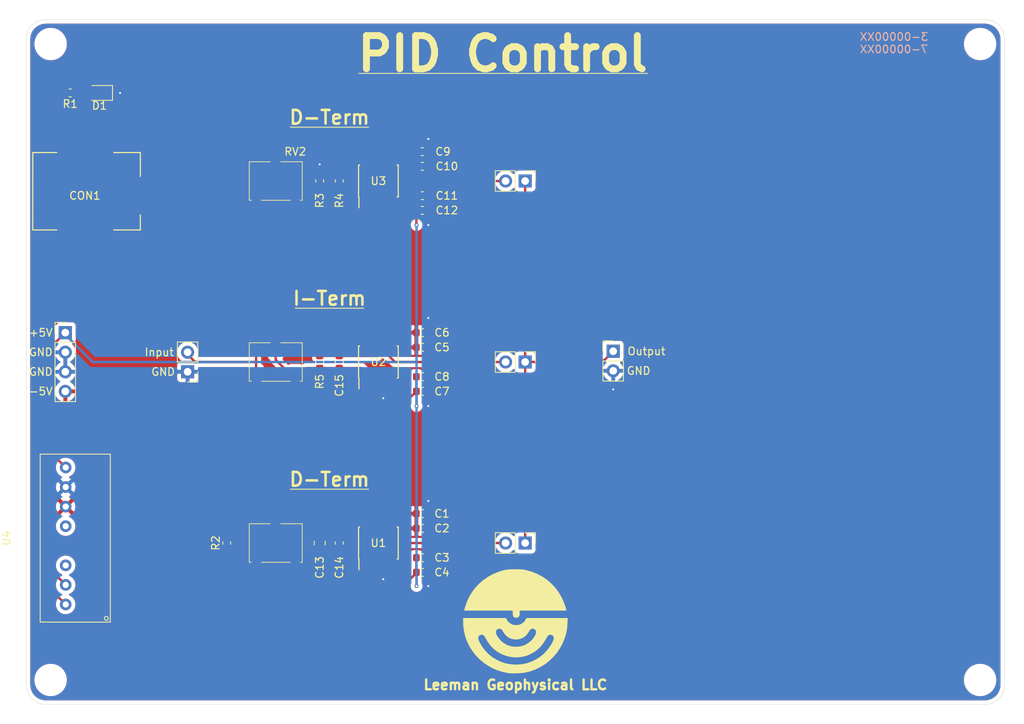
<source format=kicad_pcb>
(kicad_pcb (version 20171130) (host pcbnew "(5.1.9)-1")

  (general
    (thickness 0.04064)
    (drawings 27)
    (tracks 143)
    (zones 0)
    (modules 42)
    (nets 28)
  )

  (page A4)
  (layers
    (0 F.Cu signal)
    (31 B.Cu signal)
    (32 B.Adhes user)
    (33 F.Adhes user)
    (34 B.Paste user)
    (35 F.Paste user)
    (36 B.SilkS user)
    (37 F.SilkS user)
    (38 B.Mask user)
    (39 F.Mask user)
    (40 Dwgs.User user)
    (41 Cmts.User user)
    (42 Eco1.User user)
    (43 Eco2.User user)
    (44 Edge.Cuts user)
    (45 Margin user)
    (46 B.CrtYd user)
    (47 F.CrtYd user)
    (48 B.Fab user)
    (49 F.Fab user hide)
  )

  (setup
    (last_trace_width 0.3048)
    (user_trace_width 0.1524)
    (user_trace_width 0.3048)
    (user_trace_width 0.508)
    (user_trace_width 0.635)
    (user_trace_width 1.27)
    (user_trace_width 2.54)
    (trace_clearance 0.1524)
    (zone_clearance 0.508)
    (zone_45_only no)
    (trace_min 0.1524)
    (via_size 0.508)
    (via_drill 0.254)
    (via_min_size 0.508)
    (via_min_drill 0.254)
    (user_via 0.508 0.254)
    (user_via 1.016 0.508)
    (uvia_size 0.508)
    (uvia_drill 0.254)
    (uvias_allowed no)
    (uvia_min_size 0.508)
    (uvia_min_drill 0.254)
    (edge_width 0.05)
    (segment_width 0.2)
    (pcb_text_width 0.3)
    (pcb_text_size 1.5 1.5)
    (mod_edge_width 0.12)
    (mod_text_size 1 1)
    (mod_text_width 0.15)
    (pad_size 1.524 1.524)
    (pad_drill 0.762)
    (pad_to_mask_clearance 0)
    (aux_axis_origin 0 0)
    (visible_elements FFFFFF7F)
    (pcbplotparams
      (layerselection 0x010fc_ffffffff)
      (usegerberextensions false)
      (usegerberattributes true)
      (usegerberadvancedattributes true)
      (creategerberjobfile true)
      (excludeedgelayer true)
      (linewidth 0.100000)
      (plotframeref false)
      (viasonmask false)
      (mode 1)
      (useauxorigin false)
      (hpglpennumber 1)
      (hpglpenspeed 20)
      (hpglpendiameter 15.000000)
      (psnegative false)
      (psa4output false)
      (plotreference true)
      (plotvalue true)
      (plotinvisibletext false)
      (padsonsilk false)
      (subtractmaskfromsilk false)
      (outputformat 1)
      (mirror false)
      (drillshape 1)
      (scaleselection 1)
      (outputdirectory ""))
  )

  (net 0 "")
  (net 1 +5V)
  (net 2 GND)
  (net 3 -5V)
  (net 4 "Net-(C13-Pad1)")
  (net 5 "Net-(C13-Pad2)")
  (net 6 "Net-(C14-Pad1)")
  (net 7 "Net-(C15-Pad1)")
  (net 8 "Net-(C15-Pad2)")
  (net 9 "Net-(CON1-Pad1)")
  (net 10 "Net-(CON1-Pad2)")
  (net 11 "Net-(D1-Pad2)")
  (net 12 "Net-(J2-Pad2)")
  (net 13 "Net-(J3-Pad1)")
  (net 14 "Net-(J5-Pad2)")
  (net 15 "Net-(R3-Pad1)")
  (net 16 "Net-(R4-Pad2)")
  (net 17 "Net-(U1-Pad1)")
  (net 18 "Net-(U1-Pad5)")
  (net 19 "Net-(U1-Pad8)")
  (net 20 "Net-(U2-Pad8)")
  (net 21 "Net-(U2-Pad5)")
  (net 22 "Net-(U2-Pad1)")
  (net 23 "Net-(U3-Pad8)")
  (net 24 "Net-(U3-Pad5)")
  (net 25 "Net-(U3-Pad1)")
  (net 26 "Net-(U4-Pad5)")
  (net 27 "Net-(U4-Pad3)")

  (net_class Default "This is the default net class."
    (clearance 0.1524)
    (trace_width 0.1524)
    (via_dia 0.508)
    (via_drill 0.254)
    (uvia_dia 0.508)
    (uvia_drill 0.254)
    (diff_pair_width 0.1524)
    (diff_pair_gap 0.254)
    (add_net +5V)
    (add_net -5V)
    (add_net GND)
    (add_net "Net-(C13-Pad1)")
    (add_net "Net-(C13-Pad2)")
    (add_net "Net-(C14-Pad1)")
    (add_net "Net-(C15-Pad1)")
    (add_net "Net-(C15-Pad2)")
    (add_net "Net-(CON1-Pad1)")
    (add_net "Net-(CON1-Pad2)")
    (add_net "Net-(D1-Pad2)")
    (add_net "Net-(J2-Pad2)")
    (add_net "Net-(J3-Pad1)")
    (add_net "Net-(J5-Pad2)")
    (add_net "Net-(R3-Pad1)")
    (add_net "Net-(R4-Pad2)")
    (add_net "Net-(U1-Pad1)")
    (add_net "Net-(U1-Pad5)")
    (add_net "Net-(U1-Pad8)")
    (add_net "Net-(U2-Pad1)")
    (add_net "Net-(U2-Pad5)")
    (add_net "Net-(U2-Pad8)")
    (add_net "Net-(U3-Pad1)")
    (add_net "Net-(U3-Pad5)")
    (add_net "Net-(U3-Pad8)")
    (add_net "Net-(U4-Pad3)")
    (add_net "Net-(U4-Pad5)")
  )

  (module pcb_graphics:mark135 (layer F.Cu) (tedit 0) (tstamp 60839A8A)
    (at 139.7 154.305)
    (fp_text reference G*** (at 0 0) (layer F.SilkS) hide
      (effects (font (size 1.524 1.524) (thickness 0.3)))
    )
    (fp_text value LOGO (at 0.75 0) (layer F.SilkS) hide
      (effects (font (size 1.524 1.524) (thickness 0.3)))
    )
    (fp_poly (pts (xy 4.116126 -0.423333) (xy 6.784837 -0.423333) (xy 6.761839 0.201083) (xy 6.735037 0.661479)
      (xy 6.687786 1.06928) (xy 6.614912 1.45517) (xy 6.511244 1.849831) (xy 6.450841 2.045738)
      (xy 6.183079 2.745902) (xy 5.844104 3.405158) (xy 5.43893 4.019089) (xy 4.972571 4.583278)
      (xy 4.450042 5.093309) (xy 3.876357 5.544765) (xy 3.25653 5.933231) (xy 2.595576 6.25429)
      (xy 1.898508 6.503525) (xy 1.199071 6.671292) (xy 0.989747 6.700546) (xy 0.720916 6.724418)
      (xy 0.414539 6.742272) (xy 0.092577 6.753477) (xy -0.223012 6.757399) (xy -0.510266 6.753404)
      (xy -0.747227 6.740859) (xy -0.846667 6.73029) (xy -1.580111 6.590269) (xy -2.282357 6.376921)
      (xy -2.949254 6.09488) (xy -3.576651 5.748779) (xy -4.160395 5.343251) (xy -4.696335 4.88293)
      (xy -5.180319 4.372447) (xy -5.608196 3.816438) (xy -5.975813 3.219534) (xy -6.279019 2.58637)
      (xy -6.398348 2.248287) (xy -4.817195 2.248287) (xy -4.756197 2.47774) (xy -4.639127 2.741929)
      (xy -4.302498 3.315841) (xy -3.901755 3.836631) (xy -3.441762 4.300271) (xy -2.927387 4.702733)
      (xy -2.363495 5.039986) (xy -1.754952 5.308004) (xy -1.397 5.426197) (xy -0.879961 5.543687)
      (xy -0.322051 5.609728) (xy 0.249098 5.622628) (xy 0.805853 5.580697) (xy 0.903444 5.567039)
      (xy 1.544844 5.4284) (xy 2.158263 5.212407) (xy 2.737517 4.923515) (xy 3.276422 4.566184)
      (xy 3.768793 4.14487) (xy 4.208447 3.664031) (xy 4.589198 3.128126) (xy 4.798531 2.759429)
      (xy 4.914075 2.514143) (xy 4.978359 2.318559) (xy 4.99434 2.157348) (xy 4.964977 2.015181)
      (xy 4.949393 1.977488) (xy 4.857677 1.862116) (xy 4.717589 1.774257) (xy 4.565245 1.735934)
      (xy 4.552783 1.735667) (xy 4.425904 1.750384) (xy 4.316138 1.801707) (xy 4.212214 1.900395)
      (xy 4.102859 2.057203) (xy 3.976803 2.28289) (xy 3.974204 2.287855) (xy 3.653663 2.815107)
      (xy 3.278111 3.282381) (xy 2.85377 3.687096) (xy 2.386861 4.026671) (xy 1.883607 4.298525)
      (xy 1.35023 4.500075) (xy 0.792952 4.628743) (xy 0.217995 4.681945) (xy -0.36842 4.657102)
      (xy -0.96007 4.551632) (xy -1.27 4.463335) (xy -1.834973 4.238558) (xy -2.350888 3.944986)
      (xy -2.816543 3.583668) (xy -3.230739 3.155653) (xy -3.592273 2.66199) (xy -3.846525 2.213055)
      (xy -3.989651 1.972004) (xy -4.136745 1.813834) (xy -4.291172 1.736765) (xy -4.456296 1.739014)
      (xy -4.614778 1.806163) (xy -4.746631 1.918063) (xy -4.814055 2.063583) (xy -4.817195 2.248287)
      (xy -6.398348 2.248287) (xy -6.513663 1.921578) (xy -6.630604 1.421988) (xy -2.539842 1.421988)
      (xy -2.508357 1.590991) (xy -2.420738 1.796166) (xy -2.287769 2.021815) (xy -2.12023 2.25224)
      (xy -1.928906 2.471743) (xy -1.724579 2.664624) (xy -1.640064 2.731979) (xy -1.40224 2.900158)
      (xy -1.186722 3.024719) (xy -0.957981 3.12388) (xy -0.719667 3.203943) (xy -0.45074 3.262111)
      (xy -0.13271 3.292493) (xy 0.206051 3.295488) (xy 0.537169 3.27149) (xy 0.83227 3.220899)
      (xy 0.973667 3.180252) (xy 1.348957 3.016965) (xy 1.710092 2.79873) (xy 2.025095 2.545374)
      (xy 2.074333 2.497667) (xy 2.253653 2.29714) (xy 2.417138 2.075136) (xy 2.553068 1.851033)
      (xy 2.649721 1.64421) (xy 2.695375 1.474045) (xy 2.695775 1.470303) (xy 2.680598 1.268593)
      (xy 2.594969 1.107203) (xy 2.445337 0.996235) (xy 2.376826 0.97051) (xy 2.18789 0.949022)
      (xy 2.020981 1.006126) (xy 1.873111 1.143562) (xy 1.756833 1.331404) (xy 1.547868 1.656961)
      (xy 1.282947 1.92731) (xy 0.973318 2.137629) (xy 0.630227 2.283094) (xy 0.264921 2.358884)
      (xy -0.111354 2.360175) (xy -0.471791 2.287057) (xy -0.805218 2.149686) (xy -1.094178 1.955062)
      (xy -1.348363 1.694831) (xy -1.577461 1.360638) (xy -1.60831 1.307074) (xy -1.702001 1.153992)
      (xy -1.782177 1.059608) (xy -1.867522 1.004312) (xy -1.913664 0.986601) (xy -2.108276 0.960313)
      (xy -2.283882 1.005561) (xy -2.424665 1.111348) (xy -2.514807 1.266676) (xy -2.539842 1.421988)
      (xy -6.630604 1.421988) (xy -6.675593 1.229792) (xy -6.760656 0.515644) (xy -6.773172 0.116417)
      (xy -6.773333 -0.423333) (xy -4.00347 -0.423333) (xy -1.233606 -0.423334) (xy -1.139699 -0.235301)
      (xy -0.965986 0.019923) (xy -0.72092 0.238673) (xy -0.508 0.367561) (xy -0.381312 0.42702)
      (xy -0.267288 0.462857) (xy -0.136414 0.480807) (xy 0.040827 0.486606) (xy 0.105833 0.486833)
      (xy 0.302151 0.483521) (xy 0.443433 0.469759) (xy 0.559179 0.439804) (xy 0.678889 0.387918)
      (xy 0.719667 0.367381) (xy 0.954284 0.227252) (xy 1.132397 0.068573) (xy 1.281813 -0.13495)
      (xy 1.32089 -0.201083) (xy 1.447415 -0.423334) (xy 4.116126 -0.423333)) (layer F.SilkS) (width 0.01))
    (fp_poly (pts (xy 0.324021 -6.74594) (xy 0.580234 -6.741092) (xy 0.785481 -6.73202) (xy 0.9566 -6.717534)
      (xy 1.11043 -6.696444) (xy 1.263812 -6.66756) (xy 1.326744 -6.654015) (xy 2.075665 -6.447718)
      (xy 2.783917 -6.170043) (xy 3.447684 -5.823968) (xy 4.063147 -5.412468) (xy 4.626488 -4.93852)
      (xy 5.13389 -4.4051) (xy 5.581533 -3.815183) (xy 5.9656 -3.171747) (xy 6.075963 -2.951881)
      (xy 6.206664 -2.662549) (xy 6.330741 -2.356721) (xy 6.440072 -2.056783) (xy 6.526531 -1.785124)
      (xy 6.581994 -1.564131) (xy 6.584722 -1.549986) (xy 6.613422 -1.397) (xy 0.550333 -1.397)
      (xy 0.550333 -1.060694) (xy 0.546919 -0.882418) (xy 0.533259 -0.764688) (xy 0.504227 -0.683538)
      (xy 0.455083 -0.615448) (xy 0.302246 -0.501153) (xy 0.116407 -0.456751) (xy -0.029087 -0.473135)
      (xy -0.170173 -0.534068) (xy -0.264434 -0.636354) (xy -0.318299 -0.792263) (xy -0.338196 -1.014065)
      (xy -0.338667 -1.064043) (xy -0.338667 -1.397) (xy -6.640227 -1.397) (xy -6.540856 -1.768316)
      (xy -6.30778 -2.478913) (xy -6.000952 -3.152171) (xy -5.624729 -3.783426) (xy -5.183467 -4.368013)
      (xy -4.681521 -4.901269) (xy -4.123248 -5.37853) (xy -3.513004 -5.795132) (xy -2.855145 -6.14641)
      (xy -2.205712 -6.409938) (xy -1.874688 -6.520004) (xy -1.580691 -6.604186) (xy -1.303056 -6.665647)
      (xy -1.02112 -6.707553) (xy -0.71422 -6.733069) (xy -0.361692 -6.745359) (xy 0 -6.747752)
      (xy 0.324021 -6.74594)) (layer F.SilkS) (width 0.01))
  )

  (module capacitors_0603:1-0000018 (layer F.Cu) (tedit 60464FEF) (tstamp 60834668)
    (at 127.635 140.335 180)
    (descr "Capacitor SMD 0603 (1608 Metric), square (rectangular) end terminal, IPC_7351 nominal")
    (tags capacitor)
    (path /6082FFF2)
    (attr smd)
    (fp_text reference C1 (at -2.54 0) (layer F.SilkS)
      (effects (font (size 1 1) (thickness 0.15)))
    )
    (fp_text value 1-0000018 (at 0 1.43) (layer F.Fab)
      (effects (font (size 1 1) (thickness 0.15)))
    )
    (fp_text user %R (at 0 0) (layer F.Fab)
      (effects (font (size 0.4 0.4) (thickness 0.06)))
    )
    (fp_line (start 1.48 0.73) (end -1.48 0.73) (layer F.CrtYd) (width 0.05))
    (fp_line (start 1.48 -0.73) (end 1.48 0.73) (layer F.CrtYd) (width 0.05))
    (fp_line (start -1.48 -0.73) (end 1.48 -0.73) (layer F.CrtYd) (width 0.05))
    (fp_line (start -1.48 0.73) (end -1.48 -0.73) (layer F.CrtYd) (width 0.05))
    (fp_line (start -0.162779 0.51) (end 0.162779 0.51) (layer F.SilkS) (width 0.12))
    (fp_line (start -0.162779 -0.51) (end 0.162779 -0.51) (layer F.SilkS) (width 0.12))
    (fp_line (start 0.8 0.4) (end -0.8 0.4) (layer F.Fab) (width 0.1))
    (fp_line (start 0.8 -0.4) (end 0.8 0.4) (layer F.Fab) (width 0.1))
    (fp_line (start -0.8 -0.4) (end 0.8 -0.4) (layer F.Fab) (width 0.1))
    (fp_line (start -0.8 0.4) (end -0.8 -0.4) (layer F.Fab) (width 0.1))
    (pad 2 smd roundrect (at 0.7875 0 180) (size 0.875 0.95) (layers F.Cu F.Paste F.Mask) (roundrect_rratio 0.25)
      (net 1 +5V))
    (pad 1 smd roundrect (at -0.7875 0 180) (size 0.875 0.95) (layers F.Cu F.Paste F.Mask) (roundrect_rratio 0.25)
      (net 2 GND))
    (model ${LGEO_3D_DIR}/capacitors_0603/1-0000018.wrl
      (at (xyz 0 0 0))
      (scale (xyz 1 1 1))
      (rotate (xyz 0 0 0))
    )
  )

  (module capacitors_0603:1-0000007 (layer F.Cu) (tedit 5F5102B1) (tstamp 60834679)
    (at 127.635 142.24 180)
    (descr "Capacitor SMD 0603 (1608 Metric), square (rectangular) end terminal, IPC_7351 nominal")
    (tags capacitor)
    (path /6082EDC2)
    (attr smd)
    (fp_text reference C2 (at -2.54 0) (layer F.SilkS)
      (effects (font (size 1 1) (thickness 0.15)))
    )
    (fp_text value 1-0000007 (at 0 1.43) (layer F.Fab)
      (effects (font (size 1 1) (thickness 0.15)))
    )
    (fp_text user %R (at 0 0) (layer F.Fab)
      (effects (font (size 0.4 0.4) (thickness 0.06)))
    )
    (fp_line (start -0.8 0.4) (end -0.8 -0.4) (layer F.Fab) (width 0.1))
    (fp_line (start -0.8 -0.4) (end 0.8 -0.4) (layer F.Fab) (width 0.1))
    (fp_line (start 0.8 -0.4) (end 0.8 0.4) (layer F.Fab) (width 0.1))
    (fp_line (start 0.8 0.4) (end -0.8 0.4) (layer F.Fab) (width 0.1))
    (fp_line (start -0.162779 -0.51) (end 0.162779 -0.51) (layer F.SilkS) (width 0.12))
    (fp_line (start -0.162779 0.51) (end 0.162779 0.51) (layer F.SilkS) (width 0.12))
    (fp_line (start -1.48 0.73) (end -1.48 -0.73) (layer F.CrtYd) (width 0.05))
    (fp_line (start -1.48 -0.73) (end 1.48 -0.73) (layer F.CrtYd) (width 0.05))
    (fp_line (start 1.48 -0.73) (end 1.48 0.73) (layer F.CrtYd) (width 0.05))
    (fp_line (start 1.48 0.73) (end -1.48 0.73) (layer F.CrtYd) (width 0.05))
    (pad 2 smd roundrect (at 0.7875 0 180) (size 0.875 0.95) (layers F.Cu F.Paste F.Mask) (roundrect_rratio 0.25)
      (net 1 +5V))
    (pad 1 smd roundrect (at -0.7875 0 180) (size 0.875 0.95) (layers F.Cu F.Paste F.Mask) (roundrect_rratio 0.25)
      (net 2 GND))
    (model ${LGEO_3D_DIR}/capacitors_0603/1-0000007.wrl
      (at (xyz 0 0 0))
      (scale (xyz 1 1 1))
      (rotate (xyz 0 0 0))
    )
  )

  (module capacitors_0603:1-0000007 (layer F.Cu) (tedit 5F5102B1) (tstamp 6083468A)
    (at 127.635 146.05 180)
    (descr "Capacitor SMD 0603 (1608 Metric), square (rectangular) end terminal, IPC_7351 nominal")
    (tags capacitor)
    (path /60834C0D)
    (attr smd)
    (fp_text reference C3 (at -2.54 0) (layer F.SilkS)
      (effects (font (size 1 1) (thickness 0.15)))
    )
    (fp_text value 1-0000007 (at 0 1.43) (layer F.Fab)
      (effects (font (size 1 1) (thickness 0.15)))
    )
    (fp_line (start 1.48 0.73) (end -1.48 0.73) (layer F.CrtYd) (width 0.05))
    (fp_line (start 1.48 -0.73) (end 1.48 0.73) (layer F.CrtYd) (width 0.05))
    (fp_line (start -1.48 -0.73) (end 1.48 -0.73) (layer F.CrtYd) (width 0.05))
    (fp_line (start -1.48 0.73) (end -1.48 -0.73) (layer F.CrtYd) (width 0.05))
    (fp_line (start -0.162779 0.51) (end 0.162779 0.51) (layer F.SilkS) (width 0.12))
    (fp_line (start -0.162779 -0.51) (end 0.162779 -0.51) (layer F.SilkS) (width 0.12))
    (fp_line (start 0.8 0.4) (end -0.8 0.4) (layer F.Fab) (width 0.1))
    (fp_line (start 0.8 -0.4) (end 0.8 0.4) (layer F.Fab) (width 0.1))
    (fp_line (start -0.8 -0.4) (end 0.8 -0.4) (layer F.Fab) (width 0.1))
    (fp_line (start -0.8 0.4) (end -0.8 -0.4) (layer F.Fab) (width 0.1))
    (fp_text user %R (at 0 0) (layer F.Fab)
      (effects (font (size 0.4 0.4) (thickness 0.06)))
    )
    (pad 1 smd roundrect (at -0.7875 0 180) (size 0.875 0.95) (layers F.Cu F.Paste F.Mask) (roundrect_rratio 0.25)
      (net 2 GND))
    (pad 2 smd roundrect (at 0.7875 0 180) (size 0.875 0.95) (layers F.Cu F.Paste F.Mask) (roundrect_rratio 0.25)
      (net 3 -5V))
    (model ${LGEO_3D_DIR}/capacitors_0603/1-0000007.wrl
      (at (xyz 0 0 0))
      (scale (xyz 1 1 1))
      (rotate (xyz 0 0 0))
    )
  )

  (module capacitors_0603:1-0000018 (layer F.Cu) (tedit 60464FEF) (tstamp 60836564)
    (at 127.635 147.955 180)
    (descr "Capacitor SMD 0603 (1608 Metric), square (rectangular) end terminal, IPC_7351 nominal")
    (tags capacitor)
    (path /60834C16)
    (attr smd)
    (fp_text reference C4 (at -2.54 0) (layer F.SilkS)
      (effects (font (size 1 1) (thickness 0.15)))
    )
    (fp_text value 1-0000018 (at 0 1.43) (layer F.Fab)
      (effects (font (size 1 1) (thickness 0.15)))
    )
    (fp_line (start -0.8 0.4) (end -0.8 -0.4) (layer F.Fab) (width 0.1))
    (fp_line (start -0.8 -0.4) (end 0.8 -0.4) (layer F.Fab) (width 0.1))
    (fp_line (start 0.8 -0.4) (end 0.8 0.4) (layer F.Fab) (width 0.1))
    (fp_line (start 0.8 0.4) (end -0.8 0.4) (layer F.Fab) (width 0.1))
    (fp_line (start -0.162779 -0.51) (end 0.162779 -0.51) (layer F.SilkS) (width 0.12))
    (fp_line (start -0.162779 0.51) (end 0.162779 0.51) (layer F.SilkS) (width 0.12))
    (fp_line (start -1.48 0.73) (end -1.48 -0.73) (layer F.CrtYd) (width 0.05))
    (fp_line (start -1.48 -0.73) (end 1.48 -0.73) (layer F.CrtYd) (width 0.05))
    (fp_line (start 1.48 -0.73) (end 1.48 0.73) (layer F.CrtYd) (width 0.05))
    (fp_line (start 1.48 0.73) (end -1.48 0.73) (layer F.CrtYd) (width 0.05))
    (fp_text user %R (at 0 0) (layer F.Fab)
      (effects (font (size 0.4 0.4) (thickness 0.06)))
    )
    (pad 1 smd roundrect (at -0.7875 0 180) (size 0.875 0.95) (layers F.Cu F.Paste F.Mask) (roundrect_rratio 0.25)
      (net 2 GND))
    (pad 2 smd roundrect (at 0.7875 0 180) (size 0.875 0.95) (layers F.Cu F.Paste F.Mask) (roundrect_rratio 0.25)
      (net 3 -5V))
    (model ${LGEO_3D_DIR}/capacitors_0603/1-0000018.wrl
      (at (xyz 0 0 0))
      (scale (xyz 1 1 1))
      (rotate (xyz 0 0 0))
    )
  )

  (module capacitors_0603:1-0000018 (layer F.Cu) (tedit 60464FEF) (tstamp 608346AC)
    (at 127.635 118.745 180)
    (descr "Capacitor SMD 0603 (1608 Metric), square (rectangular) end terminal, IPC_7351 nominal")
    (tags capacitor)
    (path /60839076)
    (attr smd)
    (fp_text reference C5 (at -2.54 0) (layer F.SilkS)
      (effects (font (size 1 1) (thickness 0.15)))
    )
    (fp_text value 1-0000018 (at 0 1.43) (layer F.Fab)
      (effects (font (size 1 1) (thickness 0.15)))
    )
    (fp_line (start -0.8 0.4) (end -0.8 -0.4) (layer F.Fab) (width 0.1))
    (fp_line (start -0.8 -0.4) (end 0.8 -0.4) (layer F.Fab) (width 0.1))
    (fp_line (start 0.8 -0.4) (end 0.8 0.4) (layer F.Fab) (width 0.1))
    (fp_line (start 0.8 0.4) (end -0.8 0.4) (layer F.Fab) (width 0.1))
    (fp_line (start -0.162779 -0.51) (end 0.162779 -0.51) (layer F.SilkS) (width 0.12))
    (fp_line (start -0.162779 0.51) (end 0.162779 0.51) (layer F.SilkS) (width 0.12))
    (fp_line (start -1.48 0.73) (end -1.48 -0.73) (layer F.CrtYd) (width 0.05))
    (fp_line (start -1.48 -0.73) (end 1.48 -0.73) (layer F.CrtYd) (width 0.05))
    (fp_line (start 1.48 -0.73) (end 1.48 0.73) (layer F.CrtYd) (width 0.05))
    (fp_line (start 1.48 0.73) (end -1.48 0.73) (layer F.CrtYd) (width 0.05))
    (fp_text user %R (at 0 0) (layer F.Fab)
      (effects (font (size 0.4 0.4) (thickness 0.06)))
    )
    (pad 1 smd roundrect (at -0.7875 0 180) (size 0.875 0.95) (layers F.Cu F.Paste F.Mask) (roundrect_rratio 0.25)
      (net 2 GND))
    (pad 2 smd roundrect (at 0.7875 0 180) (size 0.875 0.95) (layers F.Cu F.Paste F.Mask) (roundrect_rratio 0.25)
      (net 1 +5V))
    (model ${LGEO_3D_DIR}/capacitors_0603/1-0000018.wrl
      (at (xyz 0 0 0))
      (scale (xyz 1 1 1))
      (rotate (xyz 0 0 0))
    )
  )

  (module capacitors_0603:1-0000007 (layer F.Cu) (tedit 5F5102B1) (tstamp 608346BD)
    (at 127.635 116.84 180)
    (descr "Capacitor SMD 0603 (1608 Metric), square (rectangular) end terminal, IPC_7351 nominal")
    (tags capacitor)
    (path /6083906D)
    (attr smd)
    (fp_text reference C6 (at -2.54 0) (layer F.SilkS)
      (effects (font (size 1 1) (thickness 0.15)))
    )
    (fp_text value 1-0000007 (at 0 1.43) (layer F.Fab)
      (effects (font (size 1 1) (thickness 0.15)))
    )
    (fp_text user %R (at 0 0) (layer F.Fab)
      (effects (font (size 0.4 0.4) (thickness 0.06)))
    )
    (fp_line (start -0.8 0.4) (end -0.8 -0.4) (layer F.Fab) (width 0.1))
    (fp_line (start -0.8 -0.4) (end 0.8 -0.4) (layer F.Fab) (width 0.1))
    (fp_line (start 0.8 -0.4) (end 0.8 0.4) (layer F.Fab) (width 0.1))
    (fp_line (start 0.8 0.4) (end -0.8 0.4) (layer F.Fab) (width 0.1))
    (fp_line (start -0.162779 -0.51) (end 0.162779 -0.51) (layer F.SilkS) (width 0.12))
    (fp_line (start -0.162779 0.51) (end 0.162779 0.51) (layer F.SilkS) (width 0.12))
    (fp_line (start -1.48 0.73) (end -1.48 -0.73) (layer F.CrtYd) (width 0.05))
    (fp_line (start -1.48 -0.73) (end 1.48 -0.73) (layer F.CrtYd) (width 0.05))
    (fp_line (start 1.48 -0.73) (end 1.48 0.73) (layer F.CrtYd) (width 0.05))
    (fp_line (start 1.48 0.73) (end -1.48 0.73) (layer F.CrtYd) (width 0.05))
    (pad 2 smd roundrect (at 0.7875 0 180) (size 0.875 0.95) (layers F.Cu F.Paste F.Mask) (roundrect_rratio 0.25)
      (net 1 +5V))
    (pad 1 smd roundrect (at -0.7875 0 180) (size 0.875 0.95) (layers F.Cu F.Paste F.Mask) (roundrect_rratio 0.25)
      (net 2 GND))
    (model ${LGEO_3D_DIR}/capacitors_0603/1-0000007.wrl
      (at (xyz 0 0 0))
      (scale (xyz 1 1 1))
      (rotate (xyz 0 0 0))
    )
  )

  (module capacitors_0603:1-0000007 (layer F.Cu) (tedit 5F5102B1) (tstamp 60836B2A)
    (at 127.635 124.46 180)
    (descr "Capacitor SMD 0603 (1608 Metric), square (rectangular) end terminal, IPC_7351 nominal")
    (tags capacitor)
    (path /60839095)
    (attr smd)
    (fp_text reference C7 (at -2.54 0) (layer F.SilkS)
      (effects (font (size 1 1) (thickness 0.15)))
    )
    (fp_text value 1-0000007 (at 0 1.43) (layer F.Fab)
      (effects (font (size 1 1) (thickness 0.15)))
    )
    (fp_line (start 1.48 0.73) (end -1.48 0.73) (layer F.CrtYd) (width 0.05))
    (fp_line (start 1.48 -0.73) (end 1.48 0.73) (layer F.CrtYd) (width 0.05))
    (fp_line (start -1.48 -0.73) (end 1.48 -0.73) (layer F.CrtYd) (width 0.05))
    (fp_line (start -1.48 0.73) (end -1.48 -0.73) (layer F.CrtYd) (width 0.05))
    (fp_line (start -0.162779 0.51) (end 0.162779 0.51) (layer F.SilkS) (width 0.12))
    (fp_line (start -0.162779 -0.51) (end 0.162779 -0.51) (layer F.SilkS) (width 0.12))
    (fp_line (start 0.8 0.4) (end -0.8 0.4) (layer F.Fab) (width 0.1))
    (fp_line (start 0.8 -0.4) (end 0.8 0.4) (layer F.Fab) (width 0.1))
    (fp_line (start -0.8 -0.4) (end 0.8 -0.4) (layer F.Fab) (width 0.1))
    (fp_line (start -0.8 0.4) (end -0.8 -0.4) (layer F.Fab) (width 0.1))
    (fp_text user %R (at 0 0) (layer F.Fab)
      (effects (font (size 0.4 0.4) (thickness 0.06)))
    )
    (pad 1 smd roundrect (at -0.7875 0 180) (size 0.875 0.95) (layers F.Cu F.Paste F.Mask) (roundrect_rratio 0.25)
      (net 2 GND))
    (pad 2 smd roundrect (at 0.7875 0 180) (size 0.875 0.95) (layers F.Cu F.Paste F.Mask) (roundrect_rratio 0.25)
      (net 3 -5V))
    (model ${LGEO_3D_DIR}/capacitors_0603/1-0000007.wrl
      (at (xyz 0 0 0))
      (scale (xyz 1 1 1))
      (rotate (xyz 0 0 0))
    )
  )

  (module capacitors_0603:1-0000018 (layer F.Cu) (tedit 60464FEF) (tstamp 60836AFA)
    (at 127.635 122.555 180)
    (descr "Capacitor SMD 0603 (1608 Metric), square (rectangular) end terminal, IPC_7351 nominal")
    (tags capacitor)
    (path /6083909E)
    (attr smd)
    (fp_text reference C8 (at -2.54 0) (layer F.SilkS)
      (effects (font (size 1 1) (thickness 0.15)))
    )
    (fp_text value 1-0000018 (at 0 1.43) (layer F.Fab)
      (effects (font (size 1 1) (thickness 0.15)))
    )
    (fp_text user %R (at 0 0) (layer F.Fab)
      (effects (font (size 0.4 0.4) (thickness 0.06)))
    )
    (fp_line (start 1.48 0.73) (end -1.48 0.73) (layer F.CrtYd) (width 0.05))
    (fp_line (start 1.48 -0.73) (end 1.48 0.73) (layer F.CrtYd) (width 0.05))
    (fp_line (start -1.48 -0.73) (end 1.48 -0.73) (layer F.CrtYd) (width 0.05))
    (fp_line (start -1.48 0.73) (end -1.48 -0.73) (layer F.CrtYd) (width 0.05))
    (fp_line (start -0.162779 0.51) (end 0.162779 0.51) (layer F.SilkS) (width 0.12))
    (fp_line (start -0.162779 -0.51) (end 0.162779 -0.51) (layer F.SilkS) (width 0.12))
    (fp_line (start 0.8 0.4) (end -0.8 0.4) (layer F.Fab) (width 0.1))
    (fp_line (start 0.8 -0.4) (end 0.8 0.4) (layer F.Fab) (width 0.1))
    (fp_line (start -0.8 -0.4) (end 0.8 -0.4) (layer F.Fab) (width 0.1))
    (fp_line (start -0.8 0.4) (end -0.8 -0.4) (layer F.Fab) (width 0.1))
    (pad 2 smd roundrect (at 0.7875 0 180) (size 0.875 0.95) (layers F.Cu F.Paste F.Mask) (roundrect_rratio 0.25)
      (net 3 -5V))
    (pad 1 smd roundrect (at -0.7875 0 180) (size 0.875 0.95) (layers F.Cu F.Paste F.Mask) (roundrect_rratio 0.25)
      (net 2 GND))
    (model ${LGEO_3D_DIR}/capacitors_0603/1-0000018.wrl
      (at (xyz 0 0 0))
      (scale (xyz 1 1 1))
      (rotate (xyz 0 0 0))
    )
  )

  (module capacitors_0603:1-0000018 (layer F.Cu) (tedit 60464FEF) (tstamp 608346F0)
    (at 127.635 93.345 180)
    (descr "Capacitor SMD 0603 (1608 Metric), square (rectangular) end terminal, IPC_7351 nominal")
    (tags capacitor)
    (path /6083AB99)
    (attr smd)
    (fp_text reference C9 (at -2.667 0) (layer F.SilkS)
      (effects (font (size 1 1) (thickness 0.15)))
    )
    (fp_text value 1-0000018 (at 0 1.43) (layer F.Fab)
      (effects (font (size 1 1) (thickness 0.15)))
    )
    (fp_text user %R (at 0 0) (layer F.Fab)
      (effects (font (size 0.4 0.4) (thickness 0.06)))
    )
    (fp_line (start 1.48 0.73) (end -1.48 0.73) (layer F.CrtYd) (width 0.05))
    (fp_line (start 1.48 -0.73) (end 1.48 0.73) (layer F.CrtYd) (width 0.05))
    (fp_line (start -1.48 -0.73) (end 1.48 -0.73) (layer F.CrtYd) (width 0.05))
    (fp_line (start -1.48 0.73) (end -1.48 -0.73) (layer F.CrtYd) (width 0.05))
    (fp_line (start -0.162779 0.51) (end 0.162779 0.51) (layer F.SilkS) (width 0.12))
    (fp_line (start -0.162779 -0.51) (end 0.162779 -0.51) (layer F.SilkS) (width 0.12))
    (fp_line (start 0.8 0.4) (end -0.8 0.4) (layer F.Fab) (width 0.1))
    (fp_line (start 0.8 -0.4) (end 0.8 0.4) (layer F.Fab) (width 0.1))
    (fp_line (start -0.8 -0.4) (end 0.8 -0.4) (layer F.Fab) (width 0.1))
    (fp_line (start -0.8 0.4) (end -0.8 -0.4) (layer F.Fab) (width 0.1))
    (pad 2 smd roundrect (at 0.7875 0 180) (size 0.875 0.95) (layers F.Cu F.Paste F.Mask) (roundrect_rratio 0.25)
      (net 1 +5V))
    (pad 1 smd roundrect (at -0.7875 0 180) (size 0.875 0.95) (layers F.Cu F.Paste F.Mask) (roundrect_rratio 0.25)
      (net 2 GND))
    (model ${LGEO_3D_DIR}/capacitors_0603/1-0000018.wrl
      (at (xyz 0 0 0))
      (scale (xyz 1 1 1))
      (rotate (xyz 0 0 0))
    )
  )

  (module capacitors_0603:1-0000007 (layer F.Cu) (tedit 5F5102B1) (tstamp 60834701)
    (at 127.635 95.25 180)
    (descr "Capacitor SMD 0603 (1608 Metric), square (rectangular) end terminal, IPC_7351 nominal")
    (tags capacitor)
    (path /6083AB90)
    (attr smd)
    (fp_text reference C10 (at -3.175 0) (layer F.SilkS)
      (effects (font (size 1 1) (thickness 0.15)))
    )
    (fp_text value 1-0000007 (at 0 1.43) (layer F.Fab)
      (effects (font (size 1 1) (thickness 0.15)))
    )
    (fp_text user %R (at 0 0) (layer F.Fab)
      (effects (font (size 0.4 0.4) (thickness 0.06)))
    )
    (fp_line (start -0.8 0.4) (end -0.8 -0.4) (layer F.Fab) (width 0.1))
    (fp_line (start -0.8 -0.4) (end 0.8 -0.4) (layer F.Fab) (width 0.1))
    (fp_line (start 0.8 -0.4) (end 0.8 0.4) (layer F.Fab) (width 0.1))
    (fp_line (start 0.8 0.4) (end -0.8 0.4) (layer F.Fab) (width 0.1))
    (fp_line (start -0.162779 -0.51) (end 0.162779 -0.51) (layer F.SilkS) (width 0.12))
    (fp_line (start -0.162779 0.51) (end 0.162779 0.51) (layer F.SilkS) (width 0.12))
    (fp_line (start -1.48 0.73) (end -1.48 -0.73) (layer F.CrtYd) (width 0.05))
    (fp_line (start -1.48 -0.73) (end 1.48 -0.73) (layer F.CrtYd) (width 0.05))
    (fp_line (start 1.48 -0.73) (end 1.48 0.73) (layer F.CrtYd) (width 0.05))
    (fp_line (start 1.48 0.73) (end -1.48 0.73) (layer F.CrtYd) (width 0.05))
    (pad 2 smd roundrect (at 0.7875 0 180) (size 0.875 0.95) (layers F.Cu F.Paste F.Mask) (roundrect_rratio 0.25)
      (net 1 +5V))
    (pad 1 smd roundrect (at -0.7875 0 180) (size 0.875 0.95) (layers F.Cu F.Paste F.Mask) (roundrect_rratio 0.25)
      (net 2 GND))
    (model ${LGEO_3D_DIR}/capacitors_0603/1-0000007.wrl
      (at (xyz 0 0 0))
      (scale (xyz 1 1 1))
      (rotate (xyz 0 0 0))
    )
  )

  (module capacitors_0603:1-0000007 (layer F.Cu) (tedit 5F5102B1) (tstamp 60834712)
    (at 127.635 99.06 180)
    (descr "Capacitor SMD 0603 (1608 Metric), square (rectangular) end terminal, IPC_7351 nominal")
    (tags capacitor)
    (path /6083ABB8)
    (attr smd)
    (fp_text reference C11 (at -3.175 0) (layer F.SilkS)
      (effects (font (size 1 1) (thickness 0.15)))
    )
    (fp_text value 1-0000007 (at 0 1.43) (layer F.Fab)
      (effects (font (size 1 1) (thickness 0.15)))
    )
    (fp_line (start 1.48 0.73) (end -1.48 0.73) (layer F.CrtYd) (width 0.05))
    (fp_line (start 1.48 -0.73) (end 1.48 0.73) (layer F.CrtYd) (width 0.05))
    (fp_line (start -1.48 -0.73) (end 1.48 -0.73) (layer F.CrtYd) (width 0.05))
    (fp_line (start -1.48 0.73) (end -1.48 -0.73) (layer F.CrtYd) (width 0.05))
    (fp_line (start -0.162779 0.51) (end 0.162779 0.51) (layer F.SilkS) (width 0.12))
    (fp_line (start -0.162779 -0.51) (end 0.162779 -0.51) (layer F.SilkS) (width 0.12))
    (fp_line (start 0.8 0.4) (end -0.8 0.4) (layer F.Fab) (width 0.1))
    (fp_line (start 0.8 -0.4) (end 0.8 0.4) (layer F.Fab) (width 0.1))
    (fp_line (start -0.8 -0.4) (end 0.8 -0.4) (layer F.Fab) (width 0.1))
    (fp_line (start -0.8 0.4) (end -0.8 -0.4) (layer F.Fab) (width 0.1))
    (fp_text user %R (at 0 0) (layer F.Fab)
      (effects (font (size 0.4 0.4) (thickness 0.06)))
    )
    (pad 1 smd roundrect (at -0.7875 0 180) (size 0.875 0.95) (layers F.Cu F.Paste F.Mask) (roundrect_rratio 0.25)
      (net 2 GND))
    (pad 2 smd roundrect (at 0.7875 0 180) (size 0.875 0.95) (layers F.Cu F.Paste F.Mask) (roundrect_rratio 0.25)
      (net 3 -5V))
    (model ${LGEO_3D_DIR}/capacitors_0603/1-0000007.wrl
      (at (xyz 0 0 0))
      (scale (xyz 1 1 1))
      (rotate (xyz 0 0 0))
    )
  )

  (module capacitors_0603:1-0000018 (layer F.Cu) (tedit 60464FEF) (tstamp 60834723)
    (at 127.635 100.965 180)
    (descr "Capacitor SMD 0603 (1608 Metric), square (rectangular) end terminal, IPC_7351 nominal")
    (tags capacitor)
    (path /6083ABC1)
    (attr smd)
    (fp_text reference C12 (at -3.175 0) (layer F.SilkS)
      (effects (font (size 1 1) (thickness 0.15)))
    )
    (fp_text value 1-0000018 (at 0 1.43) (layer F.Fab)
      (effects (font (size 1 1) (thickness 0.15)))
    )
    (fp_line (start -0.8 0.4) (end -0.8 -0.4) (layer F.Fab) (width 0.1))
    (fp_line (start -0.8 -0.4) (end 0.8 -0.4) (layer F.Fab) (width 0.1))
    (fp_line (start 0.8 -0.4) (end 0.8 0.4) (layer F.Fab) (width 0.1))
    (fp_line (start 0.8 0.4) (end -0.8 0.4) (layer F.Fab) (width 0.1))
    (fp_line (start -0.162779 -0.51) (end 0.162779 -0.51) (layer F.SilkS) (width 0.12))
    (fp_line (start -0.162779 0.51) (end 0.162779 0.51) (layer F.SilkS) (width 0.12))
    (fp_line (start -1.48 0.73) (end -1.48 -0.73) (layer F.CrtYd) (width 0.05))
    (fp_line (start -1.48 -0.73) (end 1.48 -0.73) (layer F.CrtYd) (width 0.05))
    (fp_line (start 1.48 -0.73) (end 1.48 0.73) (layer F.CrtYd) (width 0.05))
    (fp_line (start 1.48 0.73) (end -1.48 0.73) (layer F.CrtYd) (width 0.05))
    (fp_text user %R (at 0 0) (layer F.Fab)
      (effects (font (size 0.4 0.4) (thickness 0.06)))
    )
    (pad 1 smd roundrect (at -0.7875 0 180) (size 0.875 0.95) (layers F.Cu F.Paste F.Mask) (roundrect_rratio 0.25)
      (net 2 GND))
    (pad 2 smd roundrect (at 0.7875 0 180) (size 0.875 0.95) (layers F.Cu F.Paste F.Mask) (roundrect_rratio 0.25)
      (net 3 -5V))
    (model ${LGEO_3D_DIR}/capacitors_0603/1-0000018.wrl
      (at (xyz 0 0 0))
      (scale (xyz 1 1 1))
      (rotate (xyz 0 0 0))
    )
  )

  (module capacitors_0805:1-0000352 (layer F.Cu) (tedit 6081DAAD) (tstamp 60834734)
    (at 114.3 144.145 90)
    (descr "Capacitor SMD 0805 (2012 Metric), square (rectangular) end terminal, IPC_7351 nominal")
    (tags capacitor)
    (path /6081F826)
    (attr smd)
    (fp_text reference C13 (at -3.175 0 90) (layer F.SilkS)
      (effects (font (size 1 1) (thickness 0.15)))
    )
    (fp_text value 1-0000352 (at 0 1.65 90) (layer F.Fab)
      (effects (font (size 1 1) (thickness 0.15)))
    )
    (fp_line (start 1.68 0.95) (end -1.68 0.95) (layer F.CrtYd) (width 0.05))
    (fp_line (start 1.68 -0.95) (end 1.68 0.95) (layer F.CrtYd) (width 0.05))
    (fp_line (start -1.68 -0.95) (end 1.68 -0.95) (layer F.CrtYd) (width 0.05))
    (fp_line (start -1.68 0.95) (end -1.68 -0.95) (layer F.CrtYd) (width 0.05))
    (fp_line (start -0.258578 0.71) (end 0.258578 0.71) (layer F.SilkS) (width 0.12))
    (fp_line (start -0.258578 -0.71) (end 0.258578 -0.71) (layer F.SilkS) (width 0.12))
    (fp_line (start 1 0.6) (end -1 0.6) (layer F.Fab) (width 0.1))
    (fp_line (start 1 -0.6) (end 1 0.6) (layer F.Fab) (width 0.1))
    (fp_line (start -1 -0.6) (end 1 -0.6) (layer F.Fab) (width 0.1))
    (fp_line (start -1 0.6) (end -1 -0.6) (layer F.Fab) (width 0.1))
    (fp_text user %R (at 0 0 90) (layer F.Fab)
      (effects (font (size 0.5 0.5) (thickness 0.08)))
    )
    (pad 1 smd roundrect (at -0.9375 0 90) (size 0.975 1.4) (layers F.Cu F.Paste F.Mask) (roundrect_rratio 0.25)
      (net 4 "Net-(C13-Pad1)"))
    (pad 2 smd roundrect (at 0.9375 0 90) (size 0.975 1.4) (layers F.Cu F.Paste F.Mask) (roundrect_rratio 0.25)
      (net 5 "Net-(C13-Pad2)"))
    (model ${LGEO_3D_DIR}/capacitors_0805/1-0000352.wrl
      (at (xyz 0 0 0))
      (scale (xyz 1 1 1))
      (rotate (xyz 0 0 0))
    )
  )

  (module capacitors_0603:1-0000322 (layer F.Cu) (tedit 5F511505) (tstamp 60834745)
    (at 116.84 144.145 270)
    (descr "Capacitor SMD 0603 (1608 Metric), square (rectangular) end terminal, IPC_7351 nominal")
    (tags capacitor)
    (path /60875122)
    (attr smd)
    (fp_text reference C14 (at 3.175 0 90) (layer F.SilkS)
      (effects (font (size 1 1) (thickness 0.15)))
    )
    (fp_text value 1-0000322 (at 0 1.43 90) (layer F.Fab)
      (effects (font (size 1 1) (thickness 0.15)))
    )
    (fp_line (start 1.48 0.73) (end -1.48 0.73) (layer F.CrtYd) (width 0.05))
    (fp_line (start 1.48 -0.73) (end 1.48 0.73) (layer F.CrtYd) (width 0.05))
    (fp_line (start -1.48 -0.73) (end 1.48 -0.73) (layer F.CrtYd) (width 0.05))
    (fp_line (start -1.48 0.73) (end -1.48 -0.73) (layer F.CrtYd) (width 0.05))
    (fp_line (start -0.162779 0.51) (end 0.162779 0.51) (layer F.SilkS) (width 0.12))
    (fp_line (start -0.162779 -0.51) (end 0.162779 -0.51) (layer F.SilkS) (width 0.12))
    (fp_line (start 0.8 0.4) (end -0.8 0.4) (layer F.Fab) (width 0.1))
    (fp_line (start 0.8 -0.4) (end 0.8 0.4) (layer F.Fab) (width 0.1))
    (fp_line (start -0.8 -0.4) (end 0.8 -0.4) (layer F.Fab) (width 0.1))
    (fp_line (start -0.8 0.4) (end -0.8 -0.4) (layer F.Fab) (width 0.1))
    (fp_text user %R (at 0 0 90) (layer F.Fab)
      (effects (font (size 0.4 0.4) (thickness 0.06)))
    )
    (pad 1 smd roundrect (at -0.7875 0 270) (size 0.875 0.95) (layers F.Cu F.Paste F.Mask) (roundrect_rratio 0.25)
      (net 6 "Net-(C14-Pad1)"))
    (pad 2 smd roundrect (at 0.7875 0 270) (size 0.875 0.95) (layers F.Cu F.Paste F.Mask) (roundrect_rratio 0.25)
      (net 4 "Net-(C13-Pad1)"))
    (model ${LGEO_3D_DIR}/capacitors_0603/1-0000322.wrl
      (at (xyz 0 0 0))
      (scale (xyz 1 1 1))
      (rotate (xyz 0 0 0))
    )
  )

  (module capacitors_0603:1-0000324 (layer F.Cu) (tedit 6081D723) (tstamp 60834756)
    (at 116.84 120.65 270)
    (descr "Capacitor SMD 0603 (1608 Metric), square (rectangular) end terminal, IPC_7351 nominal")
    (tags capacitor)
    (path /60820936)
    (attr smd)
    (fp_text reference C15 (at 3.048 0 90) (layer F.SilkS)
      (effects (font (size 1 1) (thickness 0.15)))
    )
    (fp_text value 1-0000324 (at 0 1.43 90) (layer F.Fab)
      (effects (font (size 1 1) (thickness 0.15)))
    )
    (fp_line (start 1.48 0.73) (end -1.48 0.73) (layer F.CrtYd) (width 0.05))
    (fp_line (start 1.48 -0.73) (end 1.48 0.73) (layer F.CrtYd) (width 0.05))
    (fp_line (start -1.48 -0.73) (end 1.48 -0.73) (layer F.CrtYd) (width 0.05))
    (fp_line (start -1.48 0.73) (end -1.48 -0.73) (layer F.CrtYd) (width 0.05))
    (fp_line (start -0.162779 0.51) (end 0.162779 0.51) (layer F.SilkS) (width 0.12))
    (fp_line (start -0.162779 -0.51) (end 0.162779 -0.51) (layer F.SilkS) (width 0.12))
    (fp_line (start 0.8 0.4) (end -0.8 0.4) (layer F.Fab) (width 0.1))
    (fp_line (start 0.8 -0.4) (end 0.8 0.4) (layer F.Fab) (width 0.1))
    (fp_line (start -0.8 -0.4) (end 0.8 -0.4) (layer F.Fab) (width 0.1))
    (fp_line (start -0.8 0.4) (end -0.8 -0.4) (layer F.Fab) (width 0.1))
    (fp_text user %R (at 0 0 90) (layer F.Fab)
      (effects (font (size 0.4 0.4) (thickness 0.06)))
    )
    (pad 1 smd roundrect (at -0.7875 0 270) (size 0.875 0.95) (layers F.Cu F.Paste F.Mask) (roundrect_rratio 0.25)
      (net 7 "Net-(C15-Pad1)"))
    (pad 2 smd roundrect (at 0.7875 0 270) (size 0.875 0.95) (layers F.Cu F.Paste F.Mask) (roundrect_rratio 0.25)
      (net 8 "Net-(C15-Pad2)"))
    (model ${LGEO_3D_DIR}/capacitors_0603/1-0000324.wrl
      (at (xyz 0 0 0))
      (scale (xyz 1 1 1))
      (rotate (xyz 0 0 0))
    )
  )

  (module connectors:1-0000001 (layer F.Cu) (tedit 5FAF0202) (tstamp 60834765)
    (at 83.82 99.06 270)
    (path /6081D03B)
    (fp_text reference CON1 (at 0 0 180) (layer F.SilkS)
      (effects (font (size 1 1) (thickness 0.15)))
    )
    (fp_text value 1-0000001 (at -0.254 -4.572 90) (layer F.Fab)
      (effects (font (size 1 1) (thickness 0.15)))
    )
    (fp_line (start 2.5 -7.2) (end 4.45 -7.2) (layer F.SilkS) (width 0.15))
    (fp_line (start -4.7 -7.2) (end -2.5 -7.2) (layer F.SilkS) (width 0.15))
    (fp_line (start -5.6 6.76) (end 4.45 6.766) (layer F.SilkS) (width 0.15))
    (fp_line (start 4.45 -7.2) (end 4.45 -3.75) (layer F.SilkS) (width 0.15))
    (fp_line (start -5.55 -7.2) (end -4.7 -7.2) (layer F.SilkS) (width 0.15))
    (fp_line (start -5.6 -3.75) (end -5.6 -7.2) (layer F.SilkS) (width 0.15))
    (fp_line (start 4.45 6.76) (end 4.45 3.65) (layer F.SilkS) (width 0.15))
    (fp_line (start -5.6 6.76) (end -5.6 3.65) (layer F.SilkS) (width 0.15))
    (pad 1 smd rect (at 0 -9.14 270) (size 3.3 4.06) (layers F.Cu F.Paste F.Mask)
      (net 9 "Net-(CON1-Pad1)"))
    (pad 3 smd rect (at -7.19 0 270) (size 3.81 5.76) (layers F.Cu F.Paste F.Mask)
      (net 10 "Net-(CON1-Pad2)"))
    (pad 2 smd rect (at 6.1 0 270) (size 3.81 6.35) (layers F.Cu F.Paste F.Mask)
      (net 10 "Net-(CON1-Pad2)"))
    (model ${LGEO_3D_DIR}/connectors/1-0000001.STEP
      (offset (xyz -0.762 -6.477 0))
      (scale (xyz 1 1 1))
      (rotate (xyz -90 0 0))
    )
  )

  (module leds_0805:1-0000598 (layer F.Cu) (tedit 5FECF78E) (tstamp 60834778)
    (at 85.725 85.725 180)
    (descr "LED SMD 0805 (2012 Metric), square (rectangular) end terminal, IPC_7351 nominal, (Body size source: https://docs.google.com/spreadsheets/d/1BsfQQcO9C6DZCsRaXUlFlo91Tg2WpOkGARC1WS5S8t0/edit?usp=sharing), generated with kicad-footprint-generator")
    (tags diode)
    (path /60982250)
    (attr smd)
    (fp_text reference D1 (at 0 -1.65) (layer F.SilkS)
      (effects (font (size 1 1) (thickness 0.15)))
    )
    (fp_text value 1-0000598 (at 0 1.65) (layer F.Fab)
      (effects (font (size 1 1) (thickness 0.15)))
    )
    (fp_line (start 1.68 0.95) (end -1.68 0.95) (layer F.CrtYd) (width 0.05))
    (fp_line (start 1.68 -0.95) (end 1.68 0.95) (layer F.CrtYd) (width 0.05))
    (fp_line (start -1.68 -0.95) (end 1.68 -0.95) (layer F.CrtYd) (width 0.05))
    (fp_line (start -1.68 0.95) (end -1.68 -0.95) (layer F.CrtYd) (width 0.05))
    (fp_line (start -1.685 0.96) (end 1 0.96) (layer F.SilkS) (width 0.12))
    (fp_line (start -1.685 -0.96) (end -1.685 0.96) (layer F.SilkS) (width 0.12))
    (fp_line (start 1 -0.96) (end -1.685 -0.96) (layer F.SilkS) (width 0.12))
    (fp_line (start 1 0.6) (end 1 -0.6) (layer F.Fab) (width 0.1))
    (fp_line (start -1 0.6) (end 1 0.6) (layer F.Fab) (width 0.1))
    (fp_line (start -1 -0.3) (end -1 0.6) (layer F.Fab) (width 0.1))
    (fp_line (start -0.7 -0.6) (end -1 -0.3) (layer F.Fab) (width 0.1))
    (fp_line (start 1 -0.6) (end -0.7 -0.6) (layer F.Fab) (width 0.1))
    (fp_text user %R (at 0 0) (layer F.Fab)
      (effects (font (size 0.5 0.5) (thickness 0.08)))
    )
    (pad 1 smd roundrect (at -0.9375 0 180) (size 0.975 1.4) (layers F.Cu F.Paste F.Mask) (roundrect_rratio 0.25)
      (net 2 GND))
    (pad 2 smd roundrect (at 0.9375 0 180) (size 0.975 1.4) (layers F.Cu F.Paste F.Mask) (roundrect_rratio 0.25)
      (net 11 "Net-(D1-Pad2)"))
    (model ${LGEO_3D_DIR}/leds_0805/1-0000598.step
      (at (xyz 0 0 0))
      (scale (xyz 1 1 1))
      (rotate (xyz 0 0 0))
    )
  )

  (module mechanical:Fiducial_1mm_Mask2mm (layer F.Cu) (tedit 5C18CB26) (tstamp 60834780)
    (at 81.915 158.115)
    (descr "Circular Fiducial, 1mm bare copper, 2mm soldermask opening (Level A)")
    (tags fiducial)
    (path /6082A82C)
    (attr smd)
    (fp_text reference FID1 (at 0 -2) (layer F.SilkS) hide
      (effects (font (size 1 1) (thickness 0.15)))
    )
    (fp_text value Fiducial_1mm_2mm (at 0 2) (layer F.Fab)
      (effects (font (size 1 1) (thickness 0.15)))
    )
    (fp_text user %R (at 0 0) (layer F.Fab)
      (effects (font (size 0.4 0.4) (thickness 0.06)))
    )
    (fp_circle (center 0 0) (end 1 0) (layer F.Fab) (width 0.1))
    (fp_circle (center 0 0) (end 1.25 0) (layer F.CrtYd) (width 0.05))
    (pad "" smd circle (at 0 0) (size 1 1) (layers F.Cu F.Mask)
      (solder_mask_margin 0.5) (clearance 0.5))
  )

  (module mechanical:Fiducial_1mm_Mask2mm (layer F.Cu) (tedit 5C18CB26) (tstamp 60834788)
    (at 196.85 82.55)
    (descr "Circular Fiducial, 1mm bare copper, 2mm soldermask opening (Level A)")
    (tags fiducial)
    (path /6082B475)
    (attr smd)
    (fp_text reference FID2 (at 0 -2) (layer F.SilkS) hide
      (effects (font (size 1 1) (thickness 0.15)))
    )
    (fp_text value Fiducial_1mm_2mm (at 0 2) (layer F.Fab)
      (effects (font (size 1 1) (thickness 0.15)))
    )
    (fp_circle (center 0 0) (end 1.25 0) (layer F.CrtYd) (width 0.05))
    (fp_circle (center 0 0) (end 1 0) (layer F.Fab) (width 0.1))
    (fp_text user %R (at 0 0) (layer F.Fab)
      (effects (font (size 0.4 0.4) (thickness 0.06)))
    )
    (pad "" smd circle (at 0 0) (size 1 1) (layers F.Cu F.Mask)
      (solder_mask_margin 0.5) (clearance 0.5))
  )

  (module mechanical:MountingHole_3.2mm_M3_ISO7380 (layer F.Cu) (tedit 56D1B4CB) (tstamp 60834790)
    (at 200.025 161.925)
    (descr "Mounting Hole 3.2mm, no annular, M3, ISO7380")
    (tags "mounting hole 3.2mm no annular m3 iso7380")
    (path /6082A156)
    (attr virtual)
    (fp_text reference H1 (at 0 -3.85) (layer F.SilkS) hide
      (effects (font (size 1 1) (thickness 0.15)))
    )
    (fp_text value M3_ISO_7380 (at 0 3.85) (layer F.Fab)
      (effects (font (size 1 1) (thickness 0.15)))
    )
    (fp_circle (center 0 0) (end 3.1 0) (layer F.CrtYd) (width 0.05))
    (fp_circle (center 0 0) (end 2.85 0) (layer Cmts.User) (width 0.15))
    (fp_text user %R (at 0.3 0) (layer F.Fab)
      (effects (font (size 1 1) (thickness 0.15)))
    )
    (pad 1 np_thru_hole circle (at 0 0) (size 3.2 3.2) (drill 3.2) (layers *.Cu *.Mask))
  )

  (module mechanical:MountingHole_3.2mm_M3_ISO7380 (layer F.Cu) (tedit 56D1B4CB) (tstamp 60834798)
    (at 79.375 161.925)
    (descr "Mounting Hole 3.2mm, no annular, M3, ISO7380")
    (tags "mounting hole 3.2mm no annular m3 iso7380")
    (path /60827EA9)
    (attr virtual)
    (fp_text reference H2 (at 0 -3.85) (layer F.SilkS) hide
      (effects (font (size 1 1) (thickness 0.15)))
    )
    (fp_text value M3_ISO_7380 (at 0 3.85) (layer F.Fab)
      (effects (font (size 1 1) (thickness 0.15)))
    )
    (fp_text user %R (at 0.3 0) (layer F.Fab)
      (effects (font (size 1 1) (thickness 0.15)))
    )
    (fp_circle (center 0 0) (end 2.85 0) (layer Cmts.User) (width 0.15))
    (fp_circle (center 0 0) (end 3.1 0) (layer F.CrtYd) (width 0.05))
    (pad 1 np_thru_hole circle (at 0 0) (size 3.2 3.2) (drill 3.2) (layers *.Cu *.Mask))
  )

  (module mechanical:MountingHole_3.2mm_M3_ISO7380 (layer F.Cu) (tedit 56D1B4CB) (tstamp 608347A0)
    (at 79.375 79.375)
    (descr "Mounting Hole 3.2mm, no annular, M3, ISO7380")
    (tags "mounting hole 3.2mm no annular m3 iso7380")
    (path /608286B6)
    (attr virtual)
    (fp_text reference H3 (at 0 -3.85) (layer F.SilkS) hide
      (effects (font (size 1 1) (thickness 0.15)))
    )
    (fp_text value M3_ISO_7380 (at 0 3.85) (layer F.Fab)
      (effects (font (size 1 1) (thickness 0.15)))
    )
    (fp_circle (center 0 0) (end 3.1 0) (layer F.CrtYd) (width 0.05))
    (fp_circle (center 0 0) (end 2.85 0) (layer Cmts.User) (width 0.15))
    (fp_text user %R (at 0.3 0) (layer F.Fab)
      (effects (font (size 1 1) (thickness 0.15)))
    )
    (pad 1 np_thru_hole circle (at 0 0) (size 3.2 3.2) (drill 3.2) (layers *.Cu *.Mask))
  )

  (module mechanical:MountingHole_3.2mm_M3_ISO7380 (layer F.Cu) (tedit 56D1B4CB) (tstamp 608347A8)
    (at 200.025 79.375)
    (descr "Mounting Hole 3.2mm, no annular, M3, ISO7380")
    (tags "mounting hole 3.2mm no annular m3 iso7380")
    (path /60828B72)
    (attr virtual)
    (fp_text reference H4 (at 0 -3.85) (layer F.SilkS) hide
      (effects (font (size 1 1) (thickness 0.15)))
    )
    (fp_text value M3_ISO_7380 (at 0 3.85) (layer F.Fab)
      (effects (font (size 1 1) (thickness 0.15)))
    )
    (fp_text user %R (at 0.3 0) (layer F.Fab)
      (effects (font (size 1 1) (thickness 0.15)))
    )
    (fp_circle (center 0 0) (end 2.85 0) (layer Cmts.User) (width 0.15))
    (fp_circle (center 0 0) (end 3.1 0) (layer F.CrtYd) (width 0.05))
    (pad 1 np_thru_hole circle (at 0 0) (size 3.2 3.2) (drill 3.2) (layers *.Cu *.Mask))
  )

  (module np_connectors:PinHeader_1x04_P2.54mm_Vertical (layer F.Cu) (tedit 59FED5CC) (tstamp 608347C0)
    (at 81.28 116.84)
    (descr "Through hole straight pin header, 1x04, 2.54mm pitch, single row")
    (tags "Through hole pin header THT 1x04 2.54mm single row")
    (path /609C3A2B)
    (fp_text reference J1 (at 0 -2.33) (layer F.SilkS) hide
      (effects (font (size 1 1) (thickness 0.15)))
    )
    (fp_text value NP_Conn_01x04 (at 0 9.95) (layer F.Fab)
      (effects (font (size 1 1) (thickness 0.15)))
    )
    (fp_line (start 1.8 -1.8) (end -1.8 -1.8) (layer F.CrtYd) (width 0.05))
    (fp_line (start 1.8 9.4) (end 1.8 -1.8) (layer F.CrtYd) (width 0.05))
    (fp_line (start -1.8 9.4) (end 1.8 9.4) (layer F.CrtYd) (width 0.05))
    (fp_line (start -1.8 -1.8) (end -1.8 9.4) (layer F.CrtYd) (width 0.05))
    (fp_line (start -1.33 -1.33) (end 0 -1.33) (layer F.SilkS) (width 0.12))
    (fp_line (start -1.33 0) (end -1.33 -1.33) (layer F.SilkS) (width 0.12))
    (fp_line (start -1.33 1.27) (end 1.33 1.27) (layer F.SilkS) (width 0.12))
    (fp_line (start 1.33 1.27) (end 1.33 8.95) (layer F.SilkS) (width 0.12))
    (fp_line (start -1.33 1.27) (end -1.33 8.95) (layer F.SilkS) (width 0.12))
    (fp_line (start -1.33 8.95) (end 1.33 8.95) (layer F.SilkS) (width 0.12))
    (fp_line (start -1.27 -0.635) (end -0.635 -1.27) (layer F.Fab) (width 0.1))
    (fp_line (start -1.27 8.89) (end -1.27 -0.635) (layer F.Fab) (width 0.1))
    (fp_line (start 1.27 8.89) (end -1.27 8.89) (layer F.Fab) (width 0.1))
    (fp_line (start 1.27 -1.27) (end 1.27 8.89) (layer F.Fab) (width 0.1))
    (fp_line (start -0.635 -1.27) (end 1.27 -1.27) (layer F.Fab) (width 0.1))
    (fp_text user %R (at 0 3.81 90) (layer F.Fab)
      (effects (font (size 1 1) (thickness 0.15)))
    )
    (pad 1 thru_hole rect (at 0 0) (size 1.7 1.7) (drill 1) (layers *.Cu *.Mask)
      (net 3 -5V))
    (pad 2 thru_hole oval (at 0 2.54) (size 1.7 1.7) (drill 1) (layers *.Cu *.Mask)
      (net 2 GND))
    (pad 3 thru_hole oval (at 0 5.08) (size 1.7 1.7) (drill 1) (layers *.Cu *.Mask)
      (net 2 GND))
    (pad 4 thru_hole oval (at 0 7.62) (size 1.7 1.7) (drill 1) (layers *.Cu *.Mask)
      (net 1 +5V))
    (model ${KISYS3DMOD}/Connector_PinHeader_2.54mm.3dshapes/PinHeader_1x04_P2.54mm_Vertical.wrl
      (at (xyz 0 0 0))
      (scale (xyz 1 1 1))
      (rotate (xyz 0 0 0))
    )
  )

  (module connectors:1-0000120 (layer F.Cu) (tedit 5FB6DCBA) (tstamp 60836881)
    (at 97.155 121.92 180)
    (descr "Connector Header Through Hole 2 position 0.100\" (2.54mm)")
    (tags "CONN HEADER VERT 2POS 2.54MM")
    (path /6099FF43)
    (fp_text reference J2 (at 0 -2.33) (layer F.SilkS) hide
      (effects (font (size 1 1) (thickness 0.15)))
    )
    (fp_text value 1-0000120 (at 0 4.87) (layer F.Fab)
      (effects (font (size 1 1) (thickness 0.15)))
    )
    (fp_text user %R (at 0 1.27 90) (layer F.Fab)
      (effects (font (size 1 1) (thickness 0.15)))
    )
    (fp_line (start -0.635 -1.27) (end 1.27 -1.27) (layer F.Fab) (width 0.1))
    (fp_line (start 1.27 -1.27) (end 1.27 3.81) (layer F.Fab) (width 0.1))
    (fp_line (start 1.27 3.81) (end -1.27 3.81) (layer F.Fab) (width 0.1))
    (fp_line (start -1.27 3.81) (end -1.27 -0.635) (layer F.Fab) (width 0.1))
    (fp_line (start -1.27 -0.635) (end -0.635 -1.27) (layer F.Fab) (width 0.1))
    (fp_line (start -1.33 3.87) (end 1.33 3.87) (layer F.SilkS) (width 0.12))
    (fp_line (start -1.33 1.27) (end -1.33 3.87) (layer F.SilkS) (width 0.12))
    (fp_line (start 1.33 1.27) (end 1.33 3.87) (layer F.SilkS) (width 0.12))
    (fp_line (start -1.33 1.27) (end 1.33 1.27) (layer F.SilkS) (width 0.12))
    (fp_line (start -1.33 0) (end -1.33 -1.33) (layer F.SilkS) (width 0.12))
    (fp_line (start -1.33 -1.33) (end 0 -1.33) (layer F.SilkS) (width 0.12))
    (fp_line (start -1.8 -1.8) (end -1.8 4.35) (layer F.CrtYd) (width 0.05))
    (fp_line (start -1.8 4.35) (end 1.8 4.35) (layer F.CrtYd) (width 0.05))
    (fp_line (start 1.8 4.35) (end 1.8 -1.8) (layer F.CrtYd) (width 0.05))
    (fp_line (start 1.8 -1.8) (end -1.8 -1.8) (layer F.CrtYd) (width 0.05))
    (pad 2 thru_hole oval (at 0 2.54 180) (size 1.7 1.7) (drill 1) (layers *.Cu *.Mask)
      (net 12 "Net-(J2-Pad2)"))
    (pad 1 thru_hole rect (at 0 0 180) (size 1.7 1.7) (drill 1) (layers *.Cu *.Mask)
      (net 2 GND))
    (model ${LGEO_3D_DIR}/connectors/1-0000120.step
      (at (xyz 0 0 0))
      (scale (xyz 1 1 1))
      (rotate (xyz 0 0 0))
    )
  )

  (module connectors:1-0000120 (layer F.Cu) (tedit 5FB6DCBA) (tstamp 60836795)
    (at 140.97 144.145 270)
    (descr "Connector Header Through Hole 2 position 0.100\" (2.54mm)")
    (tags "CONN HEADER VERT 2POS 2.54MM")
    (path /609BDE41)
    (fp_text reference J3 (at 0 -2.33 90) (layer F.SilkS) hide
      (effects (font (size 1 1) (thickness 0.15)))
    )
    (fp_text value 1-0000120 (at 0 4.87 90) (layer F.Fab)
      (effects (font (size 1 1) (thickness 0.15)))
    )
    (fp_line (start 1.8 -1.8) (end -1.8 -1.8) (layer F.CrtYd) (width 0.05))
    (fp_line (start 1.8 4.35) (end 1.8 -1.8) (layer F.CrtYd) (width 0.05))
    (fp_line (start -1.8 4.35) (end 1.8 4.35) (layer F.CrtYd) (width 0.05))
    (fp_line (start -1.8 -1.8) (end -1.8 4.35) (layer F.CrtYd) (width 0.05))
    (fp_line (start -1.33 -1.33) (end 0 -1.33) (layer F.SilkS) (width 0.12))
    (fp_line (start -1.33 0) (end -1.33 -1.33) (layer F.SilkS) (width 0.12))
    (fp_line (start -1.33 1.27) (end 1.33 1.27) (layer F.SilkS) (width 0.12))
    (fp_line (start 1.33 1.27) (end 1.33 3.87) (layer F.SilkS) (width 0.12))
    (fp_line (start -1.33 1.27) (end -1.33 3.87) (layer F.SilkS) (width 0.12))
    (fp_line (start -1.33 3.87) (end 1.33 3.87) (layer F.SilkS) (width 0.12))
    (fp_line (start -1.27 -0.635) (end -0.635 -1.27) (layer F.Fab) (width 0.1))
    (fp_line (start -1.27 3.81) (end -1.27 -0.635) (layer F.Fab) (width 0.1))
    (fp_line (start 1.27 3.81) (end -1.27 3.81) (layer F.Fab) (width 0.1))
    (fp_line (start 1.27 -1.27) (end 1.27 3.81) (layer F.Fab) (width 0.1))
    (fp_line (start -0.635 -1.27) (end 1.27 -1.27) (layer F.Fab) (width 0.1))
    (fp_text user %R (at 0 1.27) (layer F.Fab)
      (effects (font (size 1 1) (thickness 0.15)))
    )
    (pad 1 thru_hole rect (at 0 0 270) (size 1.7 1.7) (drill 1) (layers *.Cu *.Mask)
      (net 13 "Net-(J3-Pad1)"))
    (pad 2 thru_hole oval (at 0 2.54 270) (size 1.7 1.7) (drill 1) (layers *.Cu *.Mask)
      (net 6 "Net-(C14-Pad1)"))
    (model ${LGEO_3D_DIR}/connectors/1-0000120.step
      (at (xyz 0 0 0))
      (scale (xyz 1 1 1))
      (rotate (xyz 0 0 0))
    )
  )

  (module connectors:1-0000120 (layer F.Cu) (tedit 5FB6DCBA) (tstamp 60834802)
    (at 140.97 120.65 270)
    (descr "Connector Header Through Hole 2 position 0.100\" (2.54mm)")
    (tags "CONN HEADER VERT 2POS 2.54MM")
    (path /609B709B)
    (fp_text reference J4 (at 0 -2.33 90) (layer F.SilkS) hide
      (effects (font (size 1 1) (thickness 0.15)))
    )
    (fp_text value 1-0000120 (at 0 4.87 90) (layer F.Fab)
      (effects (font (size 1 1) (thickness 0.15)))
    )
    (fp_text user %R (at 0 1.27) (layer F.Fab)
      (effects (font (size 1 1) (thickness 0.15)))
    )
    (fp_line (start -0.635 -1.27) (end 1.27 -1.27) (layer F.Fab) (width 0.1))
    (fp_line (start 1.27 -1.27) (end 1.27 3.81) (layer F.Fab) (width 0.1))
    (fp_line (start 1.27 3.81) (end -1.27 3.81) (layer F.Fab) (width 0.1))
    (fp_line (start -1.27 3.81) (end -1.27 -0.635) (layer F.Fab) (width 0.1))
    (fp_line (start -1.27 -0.635) (end -0.635 -1.27) (layer F.Fab) (width 0.1))
    (fp_line (start -1.33 3.87) (end 1.33 3.87) (layer F.SilkS) (width 0.12))
    (fp_line (start -1.33 1.27) (end -1.33 3.87) (layer F.SilkS) (width 0.12))
    (fp_line (start 1.33 1.27) (end 1.33 3.87) (layer F.SilkS) (width 0.12))
    (fp_line (start -1.33 1.27) (end 1.33 1.27) (layer F.SilkS) (width 0.12))
    (fp_line (start -1.33 0) (end -1.33 -1.33) (layer F.SilkS) (width 0.12))
    (fp_line (start -1.33 -1.33) (end 0 -1.33) (layer F.SilkS) (width 0.12))
    (fp_line (start -1.8 -1.8) (end -1.8 4.35) (layer F.CrtYd) (width 0.05))
    (fp_line (start -1.8 4.35) (end 1.8 4.35) (layer F.CrtYd) (width 0.05))
    (fp_line (start 1.8 4.35) (end 1.8 -1.8) (layer F.CrtYd) (width 0.05))
    (fp_line (start 1.8 -1.8) (end -1.8 -1.8) (layer F.CrtYd) (width 0.05))
    (pad 2 thru_hole oval (at 0 2.54 270) (size 1.7 1.7) (drill 1) (layers *.Cu *.Mask)
      (net 7 "Net-(C15-Pad1)"))
    (pad 1 thru_hole rect (at 0 0 270) (size 1.7 1.7) (drill 1) (layers *.Cu *.Mask)
      (net 13 "Net-(J3-Pad1)"))
    (model ${LGEO_3D_DIR}/connectors/1-0000120.step
      (at (xyz 0 0 0))
      (scale (xyz 1 1 1))
      (rotate (xyz 0 0 0))
    )
  )

  (module connectors:1-0000120 (layer F.Cu) (tedit 5FB6DCBA) (tstamp 60838189)
    (at 140.97 97.155 270)
    (descr "Connector Header Through Hole 2 position 0.100\" (2.54mm)")
    (tags "CONN HEADER VERT 2POS 2.54MM")
    (path /609BA808)
    (fp_text reference J5 (at 0 -2.33 90) (layer F.SilkS) hide
      (effects (font (size 1 1) (thickness 0.15)))
    )
    (fp_text value 1-0000120 (at 0 4.87 90) (layer F.Fab)
      (effects (font (size 1 1) (thickness 0.15)))
    )
    (fp_line (start 1.8 -1.8) (end -1.8 -1.8) (layer F.CrtYd) (width 0.05))
    (fp_line (start 1.8 4.35) (end 1.8 -1.8) (layer F.CrtYd) (width 0.05))
    (fp_line (start -1.8 4.35) (end 1.8 4.35) (layer F.CrtYd) (width 0.05))
    (fp_line (start -1.8 -1.8) (end -1.8 4.35) (layer F.CrtYd) (width 0.05))
    (fp_line (start -1.33 -1.33) (end 0 -1.33) (layer F.SilkS) (width 0.12))
    (fp_line (start -1.33 0) (end -1.33 -1.33) (layer F.SilkS) (width 0.12))
    (fp_line (start -1.33 1.27) (end 1.33 1.27) (layer F.SilkS) (width 0.12))
    (fp_line (start 1.33 1.27) (end 1.33 3.87) (layer F.SilkS) (width 0.12))
    (fp_line (start -1.33 1.27) (end -1.33 3.87) (layer F.SilkS) (width 0.12))
    (fp_line (start -1.33 3.87) (end 1.33 3.87) (layer F.SilkS) (width 0.12))
    (fp_line (start -1.27 -0.635) (end -0.635 -1.27) (layer F.Fab) (width 0.1))
    (fp_line (start -1.27 3.81) (end -1.27 -0.635) (layer F.Fab) (width 0.1))
    (fp_line (start 1.27 3.81) (end -1.27 3.81) (layer F.Fab) (width 0.1))
    (fp_line (start 1.27 -1.27) (end 1.27 3.81) (layer F.Fab) (width 0.1))
    (fp_line (start -0.635 -1.27) (end 1.27 -1.27) (layer F.Fab) (width 0.1))
    (fp_text user %R (at 0 1.27) (layer F.Fab)
      (effects (font (size 1 1) (thickness 0.15)))
    )
    (pad 1 thru_hole rect (at 0 0 270) (size 1.7 1.7) (drill 1) (layers *.Cu *.Mask)
      (net 13 "Net-(J3-Pad1)"))
    (pad 2 thru_hole oval (at 0 2.54 270) (size 1.7 1.7) (drill 1) (layers *.Cu *.Mask)
      (net 14 "Net-(J5-Pad2)"))
    (model ${LGEO_3D_DIR}/connectors/1-0000120.step
      (at (xyz 0 0 0))
      (scale (xyz 1 1 1))
      (rotate (xyz 0 0 0))
    )
  )

  (module connectors:1-0000120 (layer F.Cu) (tedit 5FB6DCBA) (tstamp 6083482E)
    (at 152.4 119.253)
    (descr "Connector Header Through Hole 2 position 0.100\" (2.54mm)")
    (tags "CONN HEADER VERT 2POS 2.54MM")
    (path /609B32F6)
    (fp_text reference J6 (at 0 -2.33) (layer F.SilkS) hide
      (effects (font (size 1 1) (thickness 0.15)))
    )
    (fp_text value 1-0000120 (at 0 4.87) (layer F.Fab)
      (effects (font (size 1 1) (thickness 0.15)))
    )
    (fp_line (start 1.8 -1.8) (end -1.8 -1.8) (layer F.CrtYd) (width 0.05))
    (fp_line (start 1.8 4.35) (end 1.8 -1.8) (layer F.CrtYd) (width 0.05))
    (fp_line (start -1.8 4.35) (end 1.8 4.35) (layer F.CrtYd) (width 0.05))
    (fp_line (start -1.8 -1.8) (end -1.8 4.35) (layer F.CrtYd) (width 0.05))
    (fp_line (start -1.33 -1.33) (end 0 -1.33) (layer F.SilkS) (width 0.12))
    (fp_line (start -1.33 0) (end -1.33 -1.33) (layer F.SilkS) (width 0.12))
    (fp_line (start -1.33 1.27) (end 1.33 1.27) (layer F.SilkS) (width 0.12))
    (fp_line (start 1.33 1.27) (end 1.33 3.87) (layer F.SilkS) (width 0.12))
    (fp_line (start -1.33 1.27) (end -1.33 3.87) (layer F.SilkS) (width 0.12))
    (fp_line (start -1.33 3.87) (end 1.33 3.87) (layer F.SilkS) (width 0.12))
    (fp_line (start -1.27 -0.635) (end -0.635 -1.27) (layer F.Fab) (width 0.1))
    (fp_line (start -1.27 3.81) (end -1.27 -0.635) (layer F.Fab) (width 0.1))
    (fp_line (start 1.27 3.81) (end -1.27 3.81) (layer F.Fab) (width 0.1))
    (fp_line (start 1.27 -1.27) (end 1.27 3.81) (layer F.Fab) (width 0.1))
    (fp_line (start -0.635 -1.27) (end 1.27 -1.27) (layer F.Fab) (width 0.1))
    (fp_text user %R (at 0 1.27 90) (layer F.Fab)
      (effects (font (size 1 1) (thickness 0.15)))
    )
    (pad 1 thru_hole rect (at 0 0) (size 1.7 1.7) (drill 1) (layers *.Cu *.Mask)
      (net 13 "Net-(J3-Pad1)"))
    (pad 2 thru_hole oval (at 0 2.54) (size 1.7 1.7) (drill 1) (layers *.Cu *.Mask)
      (net 2 GND))
    (model ${LGEO_3D_DIR}/connectors/1-0000120.step
      (at (xyz 0 0 0))
      (scale (xyz 1 1 1))
      (rotate (xyz 0 0 0))
    )
  )

  (module resistors_0603:1-0000008 (layer F.Cu) (tedit 5F49615D) (tstamp 6083483F)
    (at 81.915 85.725 180)
    (descr "Resistor SMD 0603 (1608 Metric), square (rectangular) end terminal, IPC_7351 nominal")
    (tags resistor)
    (path /60984B53)
    (attr smd)
    (fp_text reference R1 (at 0 -1.43) (layer F.SilkS)
      (effects (font (size 1 1) (thickness 0.15)))
    )
    (fp_text value 1-0000008 (at 0 1.43) (layer F.Fab)
      (effects (font (size 1 1) (thickness 0.15)))
    )
    (fp_line (start 1.48 0.73) (end -1.48 0.73) (layer F.CrtYd) (width 0.05))
    (fp_line (start 1.48 -0.73) (end 1.48 0.73) (layer F.CrtYd) (width 0.05))
    (fp_line (start -1.48 -0.73) (end 1.48 -0.73) (layer F.CrtYd) (width 0.05))
    (fp_line (start -1.48 0.73) (end -1.48 -0.73) (layer F.CrtYd) (width 0.05))
    (fp_line (start -0.162779 0.51) (end 0.162779 0.51) (layer F.SilkS) (width 0.12))
    (fp_line (start -0.162779 -0.51) (end 0.162779 -0.51) (layer F.SilkS) (width 0.12))
    (fp_line (start 0.8 0.4) (end -0.8 0.4) (layer F.Fab) (width 0.1))
    (fp_line (start 0.8 -0.4) (end 0.8 0.4) (layer F.Fab) (width 0.1))
    (fp_line (start -0.8 -0.4) (end 0.8 -0.4) (layer F.Fab) (width 0.1))
    (fp_line (start -0.8 0.4) (end -0.8 -0.4) (layer F.Fab) (width 0.1))
    (fp_text user %R (at 0 0) (layer F.Fab)
      (effects (font (size 0.4 0.4) (thickness 0.06)))
    )
    (pad 1 smd roundrect (at -0.7875 0 180) (size 0.875 0.95) (layers F.Cu F.Paste F.Mask) (roundrect_rratio 0.25)
      (net 11 "Net-(D1-Pad2)"))
    (pad 2 smd roundrect (at 0.7875 0 180) (size 0.875 0.95) (layers F.Cu F.Paste F.Mask) (roundrect_rratio 0.25)
      (net 1 +5V))
    (model ${LGEO_3D_DIR}/resistors_0603/1-0000008.wrl
      (at (xyz 0 0 0))
      (scale (xyz 1 1 1))
      (rotate (xyz 0 0 0))
    )
  )

  (module resistors_0603:1-0000013 (layer F.Cu) (tedit 5F4E93C1) (tstamp 60834850)
    (at 102.235 144.145 90)
    (descr "Resistor SMD 0603 (1608 Metric), square (rectangular) end terminal, IPC_7351 nominal")
    (tags resistor)
    (path /608B5CB6)
    (attr smd)
    (fp_text reference R2 (at 0 -1.43 90) (layer F.SilkS)
      (effects (font (size 1 1) (thickness 0.15)))
    )
    (fp_text value 1-0000013 (at 0 1.43 90) (layer F.Fab)
      (effects (font (size 1 1) (thickness 0.15)))
    )
    (fp_line (start 1.48 0.73) (end -1.48 0.73) (layer F.CrtYd) (width 0.05))
    (fp_line (start 1.48 -0.73) (end 1.48 0.73) (layer F.CrtYd) (width 0.05))
    (fp_line (start -1.48 -0.73) (end 1.48 -0.73) (layer F.CrtYd) (width 0.05))
    (fp_line (start -1.48 0.73) (end -1.48 -0.73) (layer F.CrtYd) (width 0.05))
    (fp_line (start -0.162779 0.51) (end 0.162779 0.51) (layer F.SilkS) (width 0.12))
    (fp_line (start -0.162779 -0.51) (end 0.162779 -0.51) (layer F.SilkS) (width 0.12))
    (fp_line (start 0.8 0.4) (end -0.8 0.4) (layer F.Fab) (width 0.1))
    (fp_line (start 0.8 -0.4) (end 0.8 0.4) (layer F.Fab) (width 0.1))
    (fp_line (start -0.8 -0.4) (end 0.8 -0.4) (layer F.Fab) (width 0.1))
    (fp_line (start -0.8 0.4) (end -0.8 -0.4) (layer F.Fab) (width 0.1))
    (fp_text user %R (at 0 0 90) (layer F.Fab)
      (effects (font (size 0.4 0.4) (thickness 0.06)))
    )
    (pad 1 smd roundrect (at -0.7875 0 90) (size 0.875 0.95) (layers F.Cu F.Paste F.Mask) (roundrect_rratio 0.25)
      (net 5 "Net-(C13-Pad2)"))
    (pad 2 smd roundrect (at 0.7875 0 90) (size 0.875 0.95) (layers F.Cu F.Paste F.Mask) (roundrect_rratio 0.25)
      (net 12 "Net-(J2-Pad2)"))
    (model ${LGEO_3D_DIR}/resistors_0603/1-0000013.wrl
      (at (xyz 0 0 0))
      (scale (xyz 1 1 1))
      (rotate (xyz 0 0 0))
    )
  )

  (module resistors_0603:1-0000006 (layer F.Cu) (tedit 5F4917AD) (tstamp 60834861)
    (at 114.3 97.155 90)
    (descr "Resistor SMD 0603 (1608 Metric), square (rectangular) end terminal, IPC_7351 nominal")
    (tags resistor)
    (path /6088ED3E)
    (attr smd)
    (fp_text reference R3 (at -2.54 0 90) (layer F.SilkS)
      (effects (font (size 1 1) (thickness 0.15)))
    )
    (fp_text value 1-0000006 (at 0 1.43 90) (layer F.Fab)
      (effects (font (size 1 1) (thickness 0.15)))
    )
    (fp_line (start 1.48 0.73) (end -1.48 0.73) (layer F.CrtYd) (width 0.05))
    (fp_line (start 1.48 -0.73) (end 1.48 0.73) (layer F.CrtYd) (width 0.05))
    (fp_line (start -1.48 -0.73) (end 1.48 -0.73) (layer F.CrtYd) (width 0.05))
    (fp_line (start -1.48 0.73) (end -1.48 -0.73) (layer F.CrtYd) (width 0.05))
    (fp_line (start -0.162779 0.51) (end 0.162779 0.51) (layer F.SilkS) (width 0.12))
    (fp_line (start -0.162779 -0.51) (end 0.162779 -0.51) (layer F.SilkS) (width 0.12))
    (fp_line (start 0.8 0.4) (end -0.8 0.4) (layer F.Fab) (width 0.1))
    (fp_line (start 0.8 -0.4) (end 0.8 0.4) (layer F.Fab) (width 0.1))
    (fp_line (start -0.8 -0.4) (end 0.8 -0.4) (layer F.Fab) (width 0.1))
    (fp_line (start -0.8 0.4) (end -0.8 -0.4) (layer F.Fab) (width 0.1))
    (fp_text user %R (at 0 0 90) (layer F.Fab)
      (effects (font (size 0.4 0.4) (thickness 0.06)))
    )
    (pad 1 smd roundrect (at -0.7875 0 90) (size 0.875 0.95) (layers F.Cu F.Paste F.Mask) (roundrect_rratio 0.25)
      (net 15 "Net-(R3-Pad1)"))
    (pad 2 smd roundrect (at 0.7875 0 90) (size 0.875 0.95) (layers F.Cu F.Paste F.Mask) (roundrect_rratio 0.25)
      (net 2 GND))
    (model ${LGEO_3D_DIR}/resistors_0603/1-0000006.wrl
      (at (xyz 0 0 0))
      (scale (xyz 1 1 1))
      (rotate (xyz 0 0 0))
    )
  )

  (module resistors_0603:1-0000174 (layer F.Cu) (tedit 5F4EBFB9) (tstamp 60834872)
    (at 116.84 97.155 270)
    (descr "Resistor SMD 0603 (1608 Metric), square (rectangular) end terminal, IPC_7351 nominal")
    (tags resistor)
    (path /60853FB2)
    (attr smd)
    (fp_text reference R4 (at 2.54 0 90) (layer F.SilkS)
      (effects (font (size 1 1) (thickness 0.15)))
    )
    (fp_text value 1-0000174 (at 0 1.43 90) (layer F.Fab)
      (effects (font (size 1 1) (thickness 0.15)))
    )
    (fp_line (start 1.48 0.73) (end -1.48 0.73) (layer F.CrtYd) (width 0.05))
    (fp_line (start 1.48 -0.73) (end 1.48 0.73) (layer F.CrtYd) (width 0.05))
    (fp_line (start -1.48 -0.73) (end 1.48 -0.73) (layer F.CrtYd) (width 0.05))
    (fp_line (start -1.48 0.73) (end -1.48 -0.73) (layer F.CrtYd) (width 0.05))
    (fp_line (start -0.162779 0.51) (end 0.162779 0.51) (layer F.SilkS) (width 0.12))
    (fp_line (start -0.162779 -0.51) (end 0.162779 -0.51) (layer F.SilkS) (width 0.12))
    (fp_line (start 0.8 0.4) (end -0.8 0.4) (layer F.Fab) (width 0.1))
    (fp_line (start 0.8 -0.4) (end 0.8 0.4) (layer F.Fab) (width 0.1))
    (fp_line (start -0.8 -0.4) (end 0.8 -0.4) (layer F.Fab) (width 0.1))
    (fp_line (start -0.8 0.4) (end -0.8 -0.4) (layer F.Fab) (width 0.1))
    (fp_text user %R (at 0 0 90) (layer F.Fab)
      (effects (font (size 0.4 0.4) (thickness 0.06)))
    )
    (pad 1 smd roundrect (at -0.7875 0 270) (size 0.875 0.95) (layers F.Cu F.Paste F.Mask) (roundrect_rratio 0.25)
      (net 14 "Net-(J5-Pad2)"))
    (pad 2 smd roundrect (at 0.7875 0 270) (size 0.875 0.95) (layers F.Cu F.Paste F.Mask) (roundrect_rratio 0.25)
      (net 16 "Net-(R4-Pad2)"))
    (model ${LGEO_3D_DIR}/resistors_0603/1-0000174.wrl
      (at (xyz 0 0 0))
      (scale (xyz 1 1 1))
      (rotate (xyz 0 0 0))
    )
  )

  (module resistors_0603:1-0000011 (layer F.Cu) (tedit 5F4E8F24) (tstamp 60834883)
    (at 114.3 120.65 270)
    (descr "Resistor 0603")
    (tags resistor)
    (path /6086679D)
    (attr smd)
    (fp_text reference R5 (at 2.54 0 90) (layer F.SilkS)
      (effects (font (size 1 1) (thickness 0.15)))
    )
    (fp_text value 1-0000011 (at 0 1.43 90) (layer F.Fab)
      (effects (font (size 1 1) (thickness 0.15)))
    )
    (fp_line (start 1.48 0.73) (end -1.48 0.73) (layer F.CrtYd) (width 0.05))
    (fp_line (start 1.48 -0.73) (end 1.48 0.73) (layer F.CrtYd) (width 0.05))
    (fp_line (start -1.48 -0.73) (end 1.48 -0.73) (layer F.CrtYd) (width 0.05))
    (fp_line (start -1.48 0.73) (end -1.48 -0.73) (layer F.CrtYd) (width 0.05))
    (fp_line (start -0.162779 0.51) (end 0.162779 0.51) (layer F.SilkS) (width 0.12))
    (fp_line (start -0.162779 -0.51) (end 0.162779 -0.51) (layer F.SilkS) (width 0.12))
    (fp_line (start 0.8 0.4) (end -0.8 0.4) (layer F.Fab) (width 0.1))
    (fp_line (start 0.8 -0.4) (end 0.8 0.4) (layer F.Fab) (width 0.1))
    (fp_line (start -0.8 -0.4) (end 0.8 -0.4) (layer F.Fab) (width 0.1))
    (fp_line (start -0.8 0.4) (end -0.8 -0.4) (layer F.Fab) (width 0.1))
    (fp_text user %R (at 0 0 90) (layer F.Fab)
      (effects (font (size 0.4 0.4) (thickness 0.06)))
    )
    (pad 1 smd roundrect (at -0.7875 0 270) (size 0.875 0.95) (layers F.Cu F.Paste F.Mask) (roundrect_rratio 0.25)
      (net 7 "Net-(C15-Pad1)"))
    (pad 2 smd roundrect (at 0.7875 0 270) (size 0.875 0.95) (layers F.Cu F.Paste F.Mask) (roundrect_rratio 0.25)
      (net 8 "Net-(C15-Pad2)"))
    (model ${LGEO_3D_DIR}/resistors_0603/1-0000011.wrl
      (at (xyz 0 0 0))
      (scale (xyz 1 1 1))
      (rotate (xyz 0 0 0))
    )
  )

  (module resistors_variable:1-0000337 (layer F.Cu) (tedit 6082D701) (tstamp 60834893)
    (at 108.585 120.65 270)
    (path /6086A132)
    (fp_text reference RV1 (at 3.05 4.65 90) (layer F.SilkS) hide
      (effects (font (size 1 1) (thickness 0.15)))
    )
    (fp_text value 1-0000337 (at 0 0) (layer F.Fab)
      (effects (font (size 1 1) (thickness 0.15)))
    )
    (fp_line (start -2.5 3.425) (end 2.5 3.425) (layer F.SilkS) (width 0.1))
    (fp_line (start 2.5 1.85) (end 2.5 -1.9) (layer F.SilkS) (width 0.1))
    (fp_line (start 2.5 -3.45) (end -2.45 -3.45) (layer F.SilkS) (width 0.1))
    (fp_line (start 2.5 -3.2) (end 2.5 -3.45) (layer F.SilkS) (width 0.1))
    (fp_line (start 2.5 3.35) (end 2.5 3.15) (layer F.SilkS) (width 0.1))
    (fp_line (start 2.5 3.35) (end 2.5 3.4) (layer F.SilkS) (width 0.1))
    (fp_line (start -2.5 3.4) (end -2.5 0.7) (layer F.SilkS) (width 0.1))
    (fp_line (start -2.5 -3.45) (end -2.45 -3.45) (layer F.SilkS) (width 0.1))
    (fp_line (start -2.5 -0.65) (end -2.5 -3.45) (layer F.SilkS) (width 0.1))
    (pad 1 smd rect (at 2.25 2.54 270) (size 3 1) (layers F.Cu F.Paste F.Mask)
      (net 12 "Net-(J2-Pad2)"))
    (pad 2 smd rect (at -2.25 0 270) (size 3 1) (layers F.Cu F.Paste F.Mask)
      (net 8 "Net-(C15-Pad2)"))
    (pad 3 smd rect (at 2.25 -2.54 270) (size 3 1) (layers F.Cu F.Paste F.Mask)
      (net 8 "Net-(C15-Pad2)"))
  )

  (module resistors_variable:1-0000337 (layer F.Cu) (tedit 6082D701) (tstamp 608348A3)
    (at 108.585 97.155 270)
    (path /6085BCFD)
    (fp_text reference RV2 (at -3.81 -2.54 180) (layer F.SilkS)
      (effects (font (size 1 1) (thickness 0.15)))
    )
    (fp_text value 1-0000337 (at 0 0) (layer F.Fab)
      (effects (font (size 1 1) (thickness 0.15)))
    )
    (fp_line (start -2.5 -0.65) (end -2.5 -3.45) (layer F.SilkS) (width 0.1))
    (fp_line (start -2.5 -3.45) (end -2.45 -3.45) (layer F.SilkS) (width 0.1))
    (fp_line (start -2.5 3.4) (end -2.5 0.7) (layer F.SilkS) (width 0.1))
    (fp_line (start 2.5 3.35) (end 2.5 3.4) (layer F.SilkS) (width 0.1))
    (fp_line (start 2.5 3.35) (end 2.5 3.15) (layer F.SilkS) (width 0.1))
    (fp_line (start 2.5 -3.2) (end 2.5 -3.45) (layer F.SilkS) (width 0.1))
    (fp_line (start 2.5 -3.45) (end -2.45 -3.45) (layer F.SilkS) (width 0.1))
    (fp_line (start 2.5 1.85) (end 2.5 -1.9) (layer F.SilkS) (width 0.1))
    (fp_line (start -2.5 3.425) (end 2.5 3.425) (layer F.SilkS) (width 0.1))
    (pad 3 smd rect (at 2.25 -2.54 270) (size 3 1) (layers F.Cu F.Paste F.Mask)
      (net 16 "Net-(R4-Pad2)"))
    (pad 2 smd rect (at -2.25 0 270) (size 3 1) (layers F.Cu F.Paste F.Mask)
      (net 16 "Net-(R4-Pad2)"))
    (pad 1 smd rect (at 2.25 2.54 270) (size 3 1) (layers F.Cu F.Paste F.Mask)
      (net 12 "Net-(J2-Pad2)"))
  )

  (module resistors_variable:1-0000337 (layer F.Cu) (tedit 6082D701) (tstamp 608348B3)
    (at 108.585 144.145 270)
    (path /60893C1F)
    (fp_text reference RV3 (at 3.05 4.65 90) (layer F.SilkS) hide
      (effects (font (size 1 1) (thickness 0.15)))
    )
    (fp_text value 1-0000337 (at 0 0) (layer F.Fab)
      (effects (font (size 1 1) (thickness 0.15)))
    )
    (fp_line (start -2.5 -0.65) (end -2.5 -3.45) (layer F.SilkS) (width 0.1))
    (fp_line (start -2.5 -3.45) (end -2.45 -3.45) (layer F.SilkS) (width 0.1))
    (fp_line (start -2.5 3.4) (end -2.5 0.7) (layer F.SilkS) (width 0.1))
    (fp_line (start 2.5 3.35) (end 2.5 3.4) (layer F.SilkS) (width 0.1))
    (fp_line (start 2.5 3.35) (end 2.5 3.15) (layer F.SilkS) (width 0.1))
    (fp_line (start 2.5 -3.2) (end 2.5 -3.45) (layer F.SilkS) (width 0.1))
    (fp_line (start 2.5 -3.45) (end -2.45 -3.45) (layer F.SilkS) (width 0.1))
    (fp_line (start 2.5 1.85) (end 2.5 -1.9) (layer F.SilkS) (width 0.1))
    (fp_line (start -2.5 3.425) (end 2.5 3.425) (layer F.SilkS) (width 0.1))
    (pad 3 smd rect (at 2.25 -2.54 270) (size 3 1) (layers F.Cu F.Paste F.Mask)
      (net 6 "Net-(C14-Pad1)"))
    (pad 2 smd rect (at -2.25 0 270) (size 3 1) (layers F.Cu F.Paste F.Mask)
      (net 6 "Net-(C14-Pad1)"))
    (pad 1 smd rect (at 2.25 2.54 270) (size 3 1) (layers F.Cu F.Paste F.Mask)
      (net 4 "Net-(C13-Pad1)"))
  )

  (module amplifiers:1-0000419 (layer F.Cu) (tedit 607DA69E) (tstamp 608348D0)
    (at 121.92 144.145 90)
    (descr "8-Lead Plastic Small Outline (SN) - Narrow, 3.90 mm Body [SOIC] (see Microchip Packaging Specification 00000049BS.pdf)")
    (tags "SOIC 1.27")
    (path /6082CD97)
    (attr smd)
    (fp_text reference U1 (at 0 0 180) (layer F.SilkS)
      (effects (font (size 1 1) (thickness 0.15)))
    )
    (fp_text value 1-0000419 (at 0 3.5 90) (layer F.Fab)
      (effects (font (size 1 1) (thickness 0.15)))
    )
    (fp_text user %R (at 0 0 90) (layer F.Fab)
      (effects (font (size 1 1) (thickness 0.15)))
    )
    (fp_line (start -0.95 -2.45) (end 1.95 -2.45) (layer F.Fab) (width 0.1))
    (fp_line (start 1.95 -2.45) (end 1.95 2.45) (layer F.Fab) (width 0.1))
    (fp_line (start 1.95 2.45) (end -1.95 2.45) (layer F.Fab) (width 0.1))
    (fp_line (start -1.95 2.45) (end -1.95 -1.45) (layer F.Fab) (width 0.1))
    (fp_line (start -1.95 -1.45) (end -0.95 -2.45) (layer F.Fab) (width 0.1))
    (fp_line (start -3.73 -2.7) (end -3.73 2.7) (layer F.CrtYd) (width 0.05))
    (fp_line (start 3.73 -2.7) (end 3.73 2.7) (layer F.CrtYd) (width 0.05))
    (fp_line (start -3.73 -2.7) (end 3.73 -2.7) (layer F.CrtYd) (width 0.05))
    (fp_line (start -3.73 2.7) (end 3.73 2.7) (layer F.CrtYd) (width 0.05))
    (fp_line (start -2.075 -2.575) (end -2.075 -2.525) (layer F.SilkS) (width 0.15))
    (fp_line (start 2.075 -2.575) (end 2.075 -2.43) (layer F.SilkS) (width 0.15))
    (fp_line (start 2.075 2.575) (end 2.075 2.43) (layer F.SilkS) (width 0.15))
    (fp_line (start -2.075 2.575) (end -2.075 2.43) (layer F.SilkS) (width 0.15))
    (fp_line (start -2.075 -2.575) (end 2.075 -2.575) (layer F.SilkS) (width 0.15))
    (fp_line (start -2.075 2.575) (end 2.075 2.575) (layer F.SilkS) (width 0.15))
    (fp_line (start -2.075 -2.525) (end -3.475 -2.525) (layer F.SilkS) (width 0.15))
    (pad 1 smd rect (at -2.7 -1.905 90) (size 1.55 0.6) (layers F.Cu F.Paste F.Mask)
      (net 17 "Net-(U1-Pad1)"))
    (pad 2 smd rect (at -2.7 -0.635 90) (size 1.55 0.6) (layers F.Cu F.Paste F.Mask)
      (net 4 "Net-(C13-Pad1)"))
    (pad 3 smd rect (at -2.7 0.635 90) (size 1.55 0.6) (layers F.Cu F.Paste F.Mask)
      (net 2 GND))
    (pad 4 smd rect (at -2.7 1.905 90) (size 1.55 0.6) (layers F.Cu F.Paste F.Mask)
      (net 3 -5V))
    (pad 5 smd rect (at 2.7 1.905 90) (size 1.55 0.6) (layers F.Cu F.Paste F.Mask)
      (net 18 "Net-(U1-Pad5)"))
    (pad 6 smd rect (at 2.7 0.635 90) (size 1.55 0.6) (layers F.Cu F.Paste F.Mask)
      (net 6 "Net-(C14-Pad1)"))
    (pad 7 smd rect (at 2.7 -0.635 90) (size 1.55 0.6) (layers F.Cu F.Paste F.Mask)
      (net 1 +5V))
    (pad 8 smd rect (at 2.7 -1.905 90) (size 1.55 0.6) (layers F.Cu F.Paste F.Mask)
      (net 19 "Net-(U1-Pad8)"))
    (model ${LGEO_3D_DIR}/amplifiers/1-0000419.step
      (at (xyz 0 0 0))
      (scale (xyz 1 1 1))
      (rotate (xyz 0 0 0))
    )
  )

  (module amplifiers:1-0000419 (layer F.Cu) (tedit 607DA69E) (tstamp 608348ED)
    (at 121.92 120.65 90)
    (descr "8-Lead Plastic Small Outline (SN) - Narrow, 3.90 mm Body [SOIC] (see Microchip Packaging Specification 00000049BS.pdf)")
    (tags "SOIC 1.27")
    (path /60839064)
    (attr smd)
    (fp_text reference U2 (at 0 0 180) (layer F.SilkS)
      (effects (font (size 1 1) (thickness 0.15)))
    )
    (fp_text value 1-0000419 (at 0 3.5 90) (layer F.Fab)
      (effects (font (size 1 1) (thickness 0.15)))
    )
    (fp_line (start -2.075 -2.525) (end -3.475 -2.525) (layer F.SilkS) (width 0.15))
    (fp_line (start -2.075 2.575) (end 2.075 2.575) (layer F.SilkS) (width 0.15))
    (fp_line (start -2.075 -2.575) (end 2.075 -2.575) (layer F.SilkS) (width 0.15))
    (fp_line (start -2.075 2.575) (end -2.075 2.43) (layer F.SilkS) (width 0.15))
    (fp_line (start 2.075 2.575) (end 2.075 2.43) (layer F.SilkS) (width 0.15))
    (fp_line (start 2.075 -2.575) (end 2.075 -2.43) (layer F.SilkS) (width 0.15))
    (fp_line (start -2.075 -2.575) (end -2.075 -2.525) (layer F.SilkS) (width 0.15))
    (fp_line (start -3.73 2.7) (end 3.73 2.7) (layer F.CrtYd) (width 0.05))
    (fp_line (start -3.73 -2.7) (end 3.73 -2.7) (layer F.CrtYd) (width 0.05))
    (fp_line (start 3.73 -2.7) (end 3.73 2.7) (layer F.CrtYd) (width 0.05))
    (fp_line (start -3.73 -2.7) (end -3.73 2.7) (layer F.CrtYd) (width 0.05))
    (fp_line (start -1.95 -1.45) (end -0.95 -2.45) (layer F.Fab) (width 0.1))
    (fp_line (start -1.95 2.45) (end -1.95 -1.45) (layer F.Fab) (width 0.1))
    (fp_line (start 1.95 2.45) (end -1.95 2.45) (layer F.Fab) (width 0.1))
    (fp_line (start 1.95 -2.45) (end 1.95 2.45) (layer F.Fab) (width 0.1))
    (fp_line (start -0.95 -2.45) (end 1.95 -2.45) (layer F.Fab) (width 0.1))
    (fp_text user %R (at 0 0 90) (layer F.Fab)
      (effects (font (size 1 1) (thickness 0.15)))
    )
    (pad 8 smd rect (at 2.7 -1.905 90) (size 1.55 0.6) (layers F.Cu F.Paste F.Mask)
      (net 20 "Net-(U2-Pad8)"))
    (pad 7 smd rect (at 2.7 -0.635 90) (size 1.55 0.6) (layers F.Cu F.Paste F.Mask)
      (net 1 +5V))
    (pad 6 smd rect (at 2.7 0.635 90) (size 1.55 0.6) (layers F.Cu F.Paste F.Mask)
      (net 7 "Net-(C15-Pad1)"))
    (pad 5 smd rect (at 2.7 1.905 90) (size 1.55 0.6) (layers F.Cu F.Paste F.Mask)
      (net 21 "Net-(U2-Pad5)"))
    (pad 4 smd rect (at -2.7 1.905 90) (size 1.55 0.6) (layers F.Cu F.Paste F.Mask)
      (net 3 -5V))
    (pad 3 smd rect (at -2.7 0.635 90) (size 1.55 0.6) (layers F.Cu F.Paste F.Mask)
      (net 2 GND))
    (pad 2 smd rect (at -2.7 -0.635 90) (size 1.55 0.6) (layers F.Cu F.Paste F.Mask)
      (net 8 "Net-(C15-Pad2)"))
    (pad 1 smd rect (at -2.7 -1.905 90) (size 1.55 0.6) (layers F.Cu F.Paste F.Mask)
      (net 22 "Net-(U2-Pad1)"))
    (model ${LGEO_3D_DIR}/amplifiers/1-0000419.step
      (at (xyz 0 0 0))
      (scale (xyz 1 1 1))
      (rotate (xyz 0 0 0))
    )
  )

  (module amplifiers:1-0000419 (layer F.Cu) (tedit 607DA69E) (tstamp 6083490A)
    (at 121.92 97.155 90)
    (descr "8-Lead Plastic Small Outline (SN) - Narrow, 3.90 mm Body [SOIC] (see Microchip Packaging Specification 00000049BS.pdf)")
    (tags "SOIC 1.27")
    (path /6083AB87)
    (attr smd)
    (fp_text reference U3 (at 0 0 180) (layer F.SilkS)
      (effects (font (size 1 1) (thickness 0.15)))
    )
    (fp_text value 1-0000419 (at 0 3.5 90) (layer F.Fab)
      (effects (font (size 1 1) (thickness 0.15)))
    )
    (fp_line (start -2.075 -2.525) (end -3.475 -2.525) (layer F.SilkS) (width 0.15))
    (fp_line (start -2.075 2.575) (end 2.075 2.575) (layer F.SilkS) (width 0.15))
    (fp_line (start -2.075 -2.575) (end 2.075 -2.575) (layer F.SilkS) (width 0.15))
    (fp_line (start -2.075 2.575) (end -2.075 2.43) (layer F.SilkS) (width 0.15))
    (fp_line (start 2.075 2.575) (end 2.075 2.43) (layer F.SilkS) (width 0.15))
    (fp_line (start 2.075 -2.575) (end 2.075 -2.43) (layer F.SilkS) (width 0.15))
    (fp_line (start -2.075 -2.575) (end -2.075 -2.525) (layer F.SilkS) (width 0.15))
    (fp_line (start -3.73 2.7) (end 3.73 2.7) (layer F.CrtYd) (width 0.05))
    (fp_line (start -3.73 -2.7) (end 3.73 -2.7) (layer F.CrtYd) (width 0.05))
    (fp_line (start 3.73 -2.7) (end 3.73 2.7) (layer F.CrtYd) (width 0.05))
    (fp_line (start -3.73 -2.7) (end -3.73 2.7) (layer F.CrtYd) (width 0.05))
    (fp_line (start -1.95 -1.45) (end -0.95 -2.45) (layer F.Fab) (width 0.1))
    (fp_line (start -1.95 2.45) (end -1.95 -1.45) (layer F.Fab) (width 0.1))
    (fp_line (start 1.95 2.45) (end -1.95 2.45) (layer F.Fab) (width 0.1))
    (fp_line (start 1.95 -2.45) (end 1.95 2.45) (layer F.Fab) (width 0.1))
    (fp_line (start -0.95 -2.45) (end 1.95 -2.45) (layer F.Fab) (width 0.1))
    (fp_text user %R (at 0 0 90) (layer F.Fab)
      (effects (font (size 1 1) (thickness 0.15)))
    )
    (pad 8 smd rect (at 2.7 -1.905 90) (size 1.55 0.6) (layers F.Cu F.Paste F.Mask)
      (net 23 "Net-(U3-Pad8)"))
    (pad 7 smd rect (at 2.7 -0.635 90) (size 1.55 0.6) (layers F.Cu F.Paste F.Mask)
      (net 1 +5V))
    (pad 6 smd rect (at 2.7 0.635 90) (size 1.55 0.6) (layers F.Cu F.Paste F.Mask)
      (net 14 "Net-(J5-Pad2)"))
    (pad 5 smd rect (at 2.7 1.905 90) (size 1.55 0.6) (layers F.Cu F.Paste F.Mask)
      (net 24 "Net-(U3-Pad5)"))
    (pad 4 smd rect (at -2.7 1.905 90) (size 1.55 0.6) (layers F.Cu F.Paste F.Mask)
      (net 3 -5V))
    (pad 3 smd rect (at -2.7 0.635 90) (size 1.55 0.6) (layers F.Cu F.Paste F.Mask)
      (net 15 "Net-(R3-Pad1)"))
    (pad 2 smd rect (at -2.7 -0.635 90) (size 1.55 0.6) (layers F.Cu F.Paste F.Mask)
      (net 16 "Net-(R4-Pad2)"))
    (pad 1 smd rect (at -2.7 -1.905 90) (size 1.55 0.6) (layers F.Cu F.Paste F.Mask)
      (net 25 "Net-(U3-Pad1)"))
    (model ${LGEO_3D_DIR}/amplifiers/1-0000419.step
      (at (xyz 0 0 0))
      (scale (xyz 1 1 1))
      (rotate (xyz 0 0 0))
    )
  )

  (module dc_dc_converters:1-0000465 (layer F.Cu) (tedit 60786582) (tstamp 6083491A)
    (at 81.28 143.51 90)
    (path /6081F200)
    (fp_text reference U4 (at 0 -7.628 90) (layer F.SilkS)
      (effects (font (size 1 1) (thickness 0.15)))
    )
    (fp_text value 1-0000465 (at 0 -9.39 90) (layer F.Fab)
      (effects (font (size 1 1) (thickness 0.15)))
    )
    (fp_circle (center -10.414 5.334) (end -10.414 5.08) (layer F.SilkS) (width 0.12))
    (fp_line (start -10.9 -3.258) (end 10.9 -3.258) (layer F.SilkS) (width 0.12))
    (fp_line (start -10.9 5.842) (end -10.9 -3.258) (layer F.SilkS) (width 0.12))
    (fp_line (start 10.9 5.842) (end 10.9 -3.258) (layer F.SilkS) (width 0.12))
    (fp_line (start -10.9 5.842) (end 10.9 5.842) (layer F.SilkS) (width 0.12))
    (pad 8 thru_hole circle (at 9.17 0.05 90) (size 1.509 1.509) (drill 0.809) (layers *.Cu *.Mask)
      (net 3 -5V))
    (pad 7 thru_hole circle (at 6.63 0.05 90) (size 1.509 1.509) (drill 0.809) (layers *.Cu *.Mask)
      (net 2 GND))
    (pad 6 thru_hole circle (at 4.09 0.05 90) (size 1.509 1.509) (drill 0.809) (layers *.Cu *.Mask)
      (net 1 +5V))
    (pad 5 thru_hole circle (at 1.55 0.05 90) (size 1.509 1.509) (drill 0.809) (layers *.Cu *.Mask)
      (net 26 "Net-(U4-Pad5)"))
    (pad 3 thru_hole circle (at -3.53 0.05 90) (size 1.509 1.509) (drill 0.809) (layers *.Cu *.Mask)
      (net 27 "Net-(U4-Pad3)"))
    (pad 2 thru_hole circle (at -6.07 0.05 90) (size 1.509 1.509) (drill 0.809) (layers *.Cu *.Mask)
      (net 9 "Net-(CON1-Pad1)"))
    (pad 1 thru_hole circle (at -8.61 0.05 90) (size 1.509 1.509) (drill 0.809) (layers *.Cu *.Mask)
      (net 10 "Net-(CON1-Pad2)"))
  )

  (gr_text "3-00000XX\n7-00000XX" (at 188.849 79.248) (layer B.SilkS)
    (effects (font (size 1 1) (thickness 0.15)) (justify mirror))
  )
  (gr_text Output (at 156.718 119.253) (layer F.SilkS) (tstamp 60839D6A)
    (effects (font (size 1 1) (thickness 0.15)))
  )
  (gr_text GND (at 155.702 121.793) (layer F.SilkS) (tstamp 60839D69)
    (effects (font (size 1 1) (thickness 0.15)))
  )
  (gr_text Input (at 93.472 119.38) (layer F.SilkS)
    (effects (font (size 1 1) (thickness 0.15)))
  )
  (gr_text GND (at 93.98 121.92) (layer F.SilkS)
    (effects (font (size 1 1) (thickness 0.15)))
  )
  (gr_text +5V (at 78.105 116.84) (layer F.SilkS)
    (effects (font (size 1 1) (thickness 0.15)))
  )
  (gr_text GND (at 78.105 119.38) (layer F.SilkS)
    (effects (font (size 1 1) (thickness 0.15)))
  )
  (gr_text GND (at 78.105 121.92) (layer F.SilkS)
    (effects (font (size 1 1) (thickness 0.15)))
  )
  (gr_text -5V (at 78.105 124.46) (layer F.SilkS)
    (effects (font (size 1 1) (thickness 0.15)))
  )
  (gr_text "Leeman Geophysical LLC" (at 139.7 162.56) (layer F.SilkS)
    (effects (font (size 1.27 1.27) (thickness 0.3048)))
  )
  (gr_line (start 120.015 83.185) (end 119.38 83.185) (layer F.SilkS) (width 0.12))
  (gr_line (start 156.845 83.185) (end 120.015 83.185) (layer F.SilkS) (width 0.12))
  (gr_text "PID Control " (at 139.7 80.645) (layer F.SilkS)
    (effects (font (size 4.318 4.318) (thickness 0.889)))
  )
  (gr_line (start 120.65 90.17) (end 110.49 90.17) (layer F.SilkS) (width 0.12))
  (gr_text D-Term (at 115.57 88.9) (layer F.SilkS) (tstamp 608373EE)
    (effects (font (size 1.778 1.778) (thickness 0.3302)))
  )
  (gr_line (start 120.015 113.665) (end 111.125 113.665) (layer F.SilkS) (width 0.12))
  (gr_text I-Term (at 115.57 112.395) (layer F.SilkS) (tstamp 608373EE)
    (effects (font (size 1.778 1.778) (thickness 0.3302)))
  )
  (gr_line (start 120.65 137.16) (end 110.49 137.16) (layer F.SilkS) (width 0.12))
  (gr_text D-Term (at 115.57 135.89) (layer F.SilkS)
    (effects (font (size 1.778 1.778) (thickness 0.3302)))
  )
  (gr_arc (start 78.74 78.74) (end 78.74 76.2) (angle -90) (layer Edge.Cuts) (width 0.05))
  (gr_arc (start 78.74 162.56) (end 76.2 162.56) (angle -90) (layer Edge.Cuts) (width 0.05))
  (gr_arc (start 200.66 162.56) (end 200.66 165.1) (angle -90) (layer Edge.Cuts) (width 0.05))
  (gr_arc (start 200.66 78.74) (end 203.2 78.74) (angle -90) (layer Edge.Cuts) (width 0.05))
  (gr_line (start 203.2 162.56) (end 203.2 78.74) (layer Edge.Cuts) (width 0.05) (tstamp 60834114))
  (gr_line (start 78.74 165.1) (end 200.66 165.1) (layer Edge.Cuts) (width 0.05))
  (gr_line (start 76.2 78.74) (end 76.2 162.56) (layer Edge.Cuts) (width 0.05))
  (gr_line (start 200.66 76.2) (end 78.74 76.2) (layer Edge.Cuts) (width 0.05))

  (via (at 128.397 91.694) (size 0.508) (drill 0.254) (layers F.Cu B.Cu) (net 2))
  (segment (start 128.4225 95.25) (end 128.4225 91.7195) (width 0.3048) (layer F.Cu) (net 2))
  (via (at 128.397 102.87) (size 0.508) (drill 0.254) (layers F.Cu B.Cu) (net 2))
  (segment (start 128.4225 102.8445) (end 128.397 102.87) (width 0.3048) (layer F.Cu) (net 2))
  (segment (start 128.4225 99.06) (end 128.4225 102.8445) (width 0.3048) (layer F.Cu) (net 2))
  (segment (start 128.4225 126.3395) (end 128.397 126.365) (width 0.3048) (layer F.Cu) (net 2))
  (via (at 128.397 126.365) (size 0.508) (drill 0.254) (layers F.Cu B.Cu) (net 2))
  (segment (start 128.4225 122.555) (end 128.4225 126.3395) (width 0.3048) (layer F.Cu) (net 2))
  (via (at 128.397 114.935) (size 0.508) (drill 0.254) (layers F.Cu B.Cu) (net 2))
  (segment (start 128.4225 114.9605) (end 128.397 114.935) (width 0.3048) (layer F.Cu) (net 2))
  (segment (start 128.4225 118.745) (end 128.4225 114.9605) (width 0.3048) (layer F.Cu) (net 2))
  (via (at 128.397 138.684) (size 0.508) (drill 0.254) (layers F.Cu B.Cu) (net 2))
  (segment (start 128.4225 138.7095) (end 128.397 138.684) (width 0.3048) (layer F.Cu) (net 2))
  (segment (start 128.4225 142.24) (end 128.4225 138.7095) (width 0.3048) (layer F.Cu) (net 2))
  (via (at 128.397 149.733) (size 0.508) (drill 0.254) (layers F.Cu B.Cu) (net 2))
  (segment (start 128.4225 149.7075) (end 128.397 149.733) (width 0.3048) (layer F.Cu) (net 2))
  (segment (start 128.4225 146.05) (end 128.4225 149.7075) (width 0.3048) (layer F.Cu) (net 2))
  (via (at 114.3 94.996) (size 0.508) (drill 0.254) (layers F.Cu B.Cu) (net 2))
  (segment (start 114.3 96.3675) (end 114.3 94.996) (width 0.3048) (layer F.Cu) (net 2))
  (via (at 122.555 125.349) (size 0.508) (drill 0.254) (layers F.Cu B.Cu) (net 2))
  (segment (start 122.555 123.35) (end 122.555 125.349) (width 0.3048) (layer F.Cu) (net 2))
  (via (at 122.555 148.844) (size 0.508) (drill 0.254) (layers F.Cu B.Cu) (net 2))
  (segment (start 122.555 146.845) (end 122.555 148.844) (width 0.3048) (layer F.Cu) (net 2))
  (via (at 152.4 124.206) (size 0.508) (drill 0.254) (layers F.Cu B.Cu) (net 2))
  (segment (start 152.4 121.793) (end 152.4 124.206) (width 0.3048) (layer F.Cu) (net 2))
  (via (at 88.392 85.725) (size 0.508) (drill 0.254) (layers F.Cu B.Cu) (net 2))
  (segment (start 86.6625 85.725) (end 88.392 85.725) (width 0.3048) (layer F.Cu) (net 2))
  (segment (start 126.8475 122.555) (end 126.8475 124.46) (width 0.3048) (layer F.Cu) (net 3))
  (segment (start 126.2125 125.095) (end 126.8475 124.46) (width 0.3048) (layer F.Cu) (net 3))
  (segment (start 124.206 125.095) (end 126.2125 125.095) (width 0.3048) (layer F.Cu) (net 3))
  (segment (start 123.825 124.714) (end 124.206 125.095) (width 0.3048) (layer F.Cu) (net 3))
  (segment (start 123.825 123.35) (end 123.825 124.714) (width 0.3048) (layer F.Cu) (net 3))
  (segment (start 126.8475 146.05) (end 126.8475 147.955) (width 0.3048) (layer F.Cu) (net 3))
  (segment (start 126.8475 148.03125) (end 126.8475 147.955) (width 0.3048) (layer F.Cu) (net 3))
  (segment (start 126.03475 148.844) (end 126.8475 148.03125) (width 0.3048) (layer F.Cu) (net 3))
  (segment (start 124.587 148.844) (end 126.03475 148.844) (width 0.3048) (layer F.Cu) (net 3))
  (segment (start 123.825 148.082) (end 124.587 148.844) (width 0.3048) (layer F.Cu) (net 3))
  (segment (start 123.825 146.845) (end 123.825 148.082) (width 0.3048) (layer F.Cu) (net 3))
  (segment (start 79.756 118.364) (end 79.756 132.766) (width 0.3048) (layer F.Cu) (net 3))
  (segment (start 79.756 132.766) (end 81.33 134.34) (width 0.3048) (layer F.Cu) (net 3))
  (segment (start 81.28 116.84) (end 79.756 118.364) (width 0.3048) (layer F.Cu) (net 3))
  (segment (start 84.836 120.65) (end 126.746 120.65) (width 0.3048) (layer B.Cu) (net 3))
  (segment (start 81.28 117.094) (end 84.836 120.65) (width 0.3048) (layer B.Cu) (net 3))
  (segment (start 81.28 116.84) (end 81.28 117.094) (width 0.3048) (layer B.Cu) (net 3))
  (segment (start 126.746 120.65) (end 126.873 120.65) (width 0.3048) (layer B.Cu) (net 3))
  (segment (start 126.873 120.65) (end 126.873 102.87) (width 0.3048) (layer B.Cu) (net 3))
  (segment (start 126.873 102.87) (end 126.873 102.87) (width 0.3048) (layer B.Cu) (net 3) (tstamp 60839675))
  (via (at 126.873 102.87) (size 0.508) (drill 0.254) (layers F.Cu B.Cu) (net 3))
  (segment (start 126.8475 102.8445) (end 126.873 102.87) (width 0.3048) (layer F.Cu) (net 3))
  (segment (start 126.8475 100.965) (end 126.8475 102.8445) (width 0.3048) (layer F.Cu) (net 3))
  (via (at 126.873 126.365) (size 0.508) (drill 0.254) (layers F.Cu B.Cu) (net 3))
  (segment (start 126.873 120.65) (end 126.873 126.365) (width 0.3048) (layer B.Cu) (net 3))
  (segment (start 126.873 124.4855) (end 126.8475 124.46) (width 0.3048) (layer F.Cu) (net 3))
  (segment (start 126.873 126.365) (end 126.873 124.4855) (width 0.3048) (layer F.Cu) (net 3))
  (via (at 126.873 149.733) (size 0.508) (drill 0.254) (layers F.Cu B.Cu) (net 3))
  (segment (start 126.873 126.365) (end 126.873 149.733) (width 0.3048) (layer B.Cu) (net 3))
  (segment (start 126.873 147.9805) (end 126.8475 147.955) (width 0.3048) (layer F.Cu) (net 3))
  (segment (start 126.873 149.733) (end 126.873 147.9805) (width 0.3048) (layer F.Cu) (net 3))
  (segment (start 126.8475 99.9235) (end 126.8475 100.965) (width 0.3048) (layer F.Cu) (net 3))
  (segment (start 126.8475 99.06) (end 126.8475 99.9235) (width 0.3048) (layer F.Cu) (net 3))
  (segment (start 124.079 101.6) (end 126.2125 101.6) (width 0.3048) (layer F.Cu) (net 3))
  (segment (start 123.825 101.346) (end 124.079 101.6) (width 0.3048) (layer F.Cu) (net 3))
  (segment (start 126.2125 101.6) (end 126.8475 100.965) (width 0.3048) (layer F.Cu) (net 3))
  (segment (start 123.825 99.855) (end 123.825 101.346) (width 0.3048) (layer F.Cu) (net 3))
  (segment (start 121.285 145.7652) (end 121.285 146.845) (width 0.3048) (layer F.Cu) (net 4))
  (segment (start 120.4523 144.9325) (end 121.285 145.7652) (width 0.3048) (layer F.Cu) (net 4))
  (segment (start 116.84 144.9325) (end 120.4523 144.9325) (width 0.3048) (layer F.Cu) (net 4))
  (segment (start 116.69 145.0825) (end 116.84 144.9325) (width 0.3048) (layer F.Cu) (net 4))
  (segment (start 114.3 145.0825) (end 116.69 145.0825) (width 0.3048) (layer F.Cu) (net 4))
  (segment (start 107.986 148.336) (end 106.045 146.395) (width 0.3048) (layer F.Cu) (net 4))
  (segment (start 111.809821 148.336) (end 107.986 148.336) (width 0.3048) (layer F.Cu) (net 4))
  (segment (start 114.3 145.845821) (end 111.809821 148.336) (width 0.3048) (layer F.Cu) (net 4))
  (segment (start 114.3 145.0825) (end 114.3 145.845821) (width 0.3048) (layer F.Cu) (net 4))
  (segment (start 107.2135 139.954) (end 102.235 144.9325) (width 0.3048) (layer F.Cu) (net 5))
  (segment (start 109.982 139.954) (end 107.2135 139.954) (width 0.3048) (layer F.Cu) (net 5))
  (segment (start 113.2355 143.2075) (end 109.982 139.954) (width 0.3048) (layer F.Cu) (net 5))
  (segment (start 114.3 143.2075) (end 113.2355 143.2075) (width 0.3048) (layer F.Cu) (net 5))
  (segment (start 122.555 142.5248) (end 122.555 141.445) (width 0.3048) (layer F.Cu) (net 6))
  (segment (start 121.7223 143.3575) (end 122.555 142.5248) (width 0.3048) (layer F.Cu) (net 6))
  (segment (start 116.84 143.3575) (end 121.7223 143.3575) (width 0.3048) (layer F.Cu) (net 6))
  (segment (start 122.555 142.5248) (end 122.5858 142.5248) (width 0.3048) (layer F.Cu) (net 6))
  (segment (start 124.206 144.145) (end 138.43 144.145) (width 0.3048) (layer F.Cu) (net 6))
  (segment (start 122.5858 142.5248) (end 124.206 144.145) (width 0.3048) (layer F.Cu) (net 6))
  (segment (start 116.0525 144.145) (end 116.84 143.3575) (width 0.3048) (layer F.Cu) (net 6))
  (segment (start 113.375 144.145) (end 116.0525 144.145) (width 0.3048) (layer F.Cu) (net 6))
  (segment (start 111.125 146.395) (end 113.375 144.145) (width 0.3048) (layer F.Cu) (net 6))
  (segment (start 108.585 143.855) (end 111.125 146.395) (width 0.3048) (layer F.Cu) (net 6))
  (segment (start 108.585 141.895) (end 108.585 143.855) (width 0.3048) (layer F.Cu) (net 6))
  (segment (start 114.3 119.8625) (end 116.84 119.8625) (width 0.3048) (layer F.Cu) (net 7))
  (segment (start 122.555 119.126) (end 122.555 117.95) (width 0.3048) (layer F.Cu) (net 7))
  (segment (start 121.8185 119.8625) (end 122.555 119.126) (width 0.3048) (layer F.Cu) (net 7))
  (segment (start 116.84 119.8625) (end 121.8185 119.8625) (width 0.3048) (layer F.Cu) (net 7))
  (segment (start 124.079 120.65) (end 122.555 119.126) (width 0.3048) (layer F.Cu) (net 7))
  (segment (start 138.43 120.65) (end 124.079 120.65) (width 0.3048) (layer F.Cu) (net 7))
  (segment (start 114.3 121.4375) (end 116.84 121.4375) (width 0.3048) (layer F.Cu) (net 8))
  (segment (start 121.285 122.996358) (end 121.285 123.35) (width 0.3048) (layer F.Cu) (net 8))
  (segment (start 119.726142 121.4375) (end 121.285 122.996358) (width 0.3048) (layer F.Cu) (net 8))
  (segment (start 116.84 121.4375) (end 119.726142 121.4375) (width 0.3048) (layer F.Cu) (net 8))
  (segment (start 112.5875 121.4375) (end 111.125 122.9) (width 0.3048) (layer F.Cu) (net 8))
  (segment (start 114.3 121.4375) (end 112.5875 121.4375) (width 0.3048) (layer F.Cu) (net 8))
  (segment (start 108.585 120.36) (end 111.125 122.9) (width 0.3048) (layer F.Cu) (net 8))
  (segment (start 108.585 118.4) (end 108.585 120.36) (width 0.3048) (layer F.Cu) (net 8))
  (segment (start 92.96 99.06) (end 92.96 102.758593) (width 0.3048) (layer F.Cu) (net 9))
  (segment (start 92.96 102.758593) (end 79.298789 116.419803) (width 0.3048) (layer F.Cu) (net 9))
  (segment (start 79.298789 116.419803) (end 79.298789 147.548789) (width 0.3048) (layer F.Cu) (net 9))
  (segment (start 79.298789 147.548789) (end 80.575501 148.825501) (width 0.3048) (layer F.Cu) (net 9))
  (segment (start 80.575501 148.825501) (end 81.33 149.58) (width 0.3048) (layer F.Cu) (net 9))
  (segment (start 83.82 91.87) (end 83.82 105.16) (width 0.3048) (layer F.Cu) (net 10))
  (segment (start 80.575501 151.365501) (end 81.33 152.12) (width 0.3048) (layer F.Cu) (net 10))
  (segment (start 83.82 105.16) (end 83.82 111.252) (width 0.3048) (layer F.Cu) (net 10))
  (segment (start 83.82 111.252) (end 78.841578 116.230422) (width 0.3048) (layer F.Cu) (net 10))
  (segment (start 78.841578 149.631578) (end 80.575501 151.365501) (width 0.3048) (layer F.Cu) (net 10))
  (segment (start 78.841578 116.230422) (end 78.841578 149.631578) (width 0.3048) (layer F.Cu) (net 10))
  (segment (start 82.7025 85.725) (end 84.7875 85.725) (width 0.3048) (layer F.Cu) (net 11))
  (segment (start 106.045 140.335) (end 103.0225 143.3575) (width 0.3048) (layer F.Cu) (net 12))
  (segment (start 103.0225 143.3575) (end 102.235 143.3575) (width 0.3048) (layer F.Cu) (net 12))
  (segment (start 106.045 122.9) (end 106.045 140.335) (width 0.3048) (layer F.Cu) (net 12))
  (segment (start 106.045 122.9) (end 106.045 120.777) (width 0.3048) (layer F.Cu) (net 12))
  (segment (start 106.045 120.777) (end 106.045 99.405) (width 0.3048) (layer F.Cu) (net 12))
  (segment (start 97.155 119.671358) (end 97.155 119.38) (width 0.3048) (layer F.Cu) (net 12))
  (segment (start 98.133642 120.65) (end 97.155 119.671358) (width 0.3048) (layer F.Cu) (net 12))
  (segment (start 105.918 120.65) (end 98.133642 120.65) (width 0.3048) (layer F.Cu) (net 12))
  (segment (start 140.97 120.65) (end 140.97 144.145) (width 0.3048) (layer F.Cu) (net 13))
  (segment (start 140.97 120.65) (end 140.97 97.155) (width 0.3048) (layer F.Cu) (net 13))
  (segment (start 151.014801 120.638199) (end 152.4 119.253) (width 0.3048) (layer F.Cu) (net 13))
  (segment (start 140.981801 120.638199) (end 151.014801 120.638199) (width 0.3048) (layer F.Cu) (net 13))
  (segment (start 140.97 120.65) (end 140.981801 120.638199) (width 0.3048) (layer F.Cu) (net 13))
  (segment (start 121.7223 96.3675) (end 116.84 96.3675) (width 0.3048) (layer F.Cu) (net 14))
  (segment (start 122.555 95.5348) (end 121.7223 96.3675) (width 0.3048) (layer F.Cu) (net 14))
  (segment (start 122.555 94.455) (end 122.555 95.5348) (width 0.3048) (layer F.Cu) (net 14))
  (segment (start 124.1752 97.155) (end 122.555 95.5348) (width 0.3048) (layer F.Cu) (net 14))
  (segment (start 138.43 97.155) (end 124.1752 97.155) (width 0.3048) (layer F.Cu) (net 14))
  (segment (start 122.555 98.7752) (end 122.555 99.855) (width 0.3048) (layer F.Cu) (net 15))
  (segment (start 120.97999 97.20019) (end 122.555 98.7752) (width 0.3048) (layer F.Cu) (net 15))
  (segment (start 115.04231 97.20019) (end 120.97999 97.20019) (width 0.3048) (layer F.Cu) (net 15))
  (segment (start 114.3 97.9425) (end 115.04231 97.20019) (width 0.3048) (layer F.Cu) (net 15))
  (segment (start 120.4523 97.9425) (end 116.84 97.9425) (width 0.3048) (layer F.Cu) (net 16))
  (segment (start 121.285 98.7752) (end 120.4523 97.9425) (width 0.3048) (layer F.Cu) (net 16))
  (segment (start 121.285 99.855) (end 121.285 98.7752) (width 0.3048) (layer F.Cu) (net 16))
  (segment (start 108.585 96.865) (end 111.125 99.405) (width 0.3048) (layer F.Cu) (net 16))
  (segment (start 108.585 94.905) (end 108.585 96.865) (width 0.3048) (layer F.Cu) (net 16))
  (segment (start 115.3775 99.405) (end 116.84 97.9425) (width 0.3048) (layer F.Cu) (net 16))
  (segment (start 111.125 99.405) (end 115.3775 99.405) (width 0.3048) (layer F.Cu) (net 16))

  (zone (net 2) (net_name GND) (layer B.Cu) (tstamp 0) (hatch edge 0.508)
    (connect_pads (clearance 0.508))
    (min_thickness 0.254)
    (fill yes (arc_segments 32) (thermal_gap 0.508) (thermal_bridge_width 0.508))
    (polygon
      (pts
        (xy 203.2 167.64) (xy 73.66 167.64) (xy 73.66 76.2) (xy 203.2 76.2)
      )
    )
    (filled_polygon
      (pts
        (xy 201.024545 76.898909) (xy 201.375208 77.00478) (xy 201.698625 77.176744) (xy 201.982484 77.408254) (xy 202.215965 77.690486)
        (xy 202.390183 78.012695) (xy 202.498502 78.362614) (xy 202.540001 78.757452) (xy 202.54 162.527721) (xy 202.501091 162.924545)
        (xy 202.39522 163.275206) (xy 202.223257 163.598623) (xy 201.991748 163.882482) (xy 201.709514 164.115965) (xy 201.387304 164.290184)
        (xy 201.037385 164.398502) (xy 200.642557 164.44) (xy 78.772279 164.44) (xy 78.375455 164.401091) (xy 78.024794 164.29522)
        (xy 77.701377 164.123257) (xy 77.417518 163.891748) (xy 77.184035 163.609514) (xy 77.009816 163.287304) (xy 76.901498 162.937385)
        (xy 76.86 162.542557) (xy 76.86 161.704872) (xy 77.14 161.704872) (xy 77.14 162.145128) (xy 77.22589 162.576925)
        (xy 77.394369 162.983669) (xy 77.638962 163.349729) (xy 77.950271 163.661038) (xy 78.316331 163.905631) (xy 78.723075 164.07411)
        (xy 79.154872 164.16) (xy 79.595128 164.16) (xy 80.026925 164.07411) (xy 80.433669 163.905631) (xy 80.799729 163.661038)
        (xy 81.111038 163.349729) (xy 81.355631 162.983669) (xy 81.52411 162.576925) (xy 81.61 162.145128) (xy 81.61 161.704872)
        (xy 197.79 161.704872) (xy 197.79 162.145128) (xy 197.87589 162.576925) (xy 198.044369 162.983669) (xy 198.288962 163.349729)
        (xy 198.600271 163.661038) (xy 198.966331 163.905631) (xy 199.373075 164.07411) (xy 199.804872 164.16) (xy 200.245128 164.16)
        (xy 200.676925 164.07411) (xy 201.083669 163.905631) (xy 201.449729 163.661038) (xy 201.761038 163.349729) (xy 202.005631 162.983669)
        (xy 202.17411 162.576925) (xy 202.26 162.145128) (xy 202.26 161.704872) (xy 202.17411 161.273075) (xy 202.005631 160.866331)
        (xy 201.761038 160.500271) (xy 201.449729 160.188962) (xy 201.083669 159.944369) (xy 200.676925 159.77589) (xy 200.245128 159.69)
        (xy 199.804872 159.69) (xy 199.373075 159.77589) (xy 198.966331 159.944369) (xy 198.600271 160.188962) (xy 198.288962 160.500271)
        (xy 198.044369 160.866331) (xy 197.87589 161.273075) (xy 197.79 161.704872) (xy 81.61 161.704872) (xy 81.52411 161.273075)
        (xy 81.355631 160.866331) (xy 81.111038 160.500271) (xy 80.799729 160.188962) (xy 80.433669 159.944369) (xy 80.026925 159.77589)
        (xy 79.595128 159.69) (xy 79.154872 159.69) (xy 78.723075 159.77589) (xy 78.316331 159.944369) (xy 77.950271 160.188962)
        (xy 77.638962 160.500271) (xy 77.394369 160.866331) (xy 77.22589 161.273075) (xy 77.14 161.704872) (xy 76.86 161.704872)
        (xy 76.86 146.903146) (xy 79.9405 146.903146) (xy 79.9405 147.176854) (xy 79.993898 147.445302) (xy 80.098641 147.698175)
        (xy 80.250705 147.925754) (xy 80.444246 148.119295) (xy 80.671825 148.271359) (xy 80.765113 148.31) (xy 80.671825 148.348641)
        (xy 80.444246 148.500705) (xy 80.250705 148.694246) (xy 80.098641 148.921825) (xy 79.993898 149.174698) (xy 79.9405 149.443146)
        (xy 79.9405 149.716854) (xy 79.993898 149.985302) (xy 80.098641 150.238175) (xy 80.250705 150.465754) (xy 80.444246 150.659295)
        (xy 80.671825 150.811359) (xy 80.765113 150.85) (xy 80.671825 150.888641) (xy 80.444246 151.040705) (xy 80.250705 151.234246)
        (xy 80.098641 151.461825) (xy 79.993898 151.714698) (xy 79.9405 151.983146) (xy 79.9405 152.256854) (xy 79.993898 152.525302)
        (xy 80.098641 152.778175) (xy 80.250705 153.005754) (xy 80.444246 153.199295) (xy 80.671825 153.351359) (xy 80.924698 153.456102)
        (xy 81.193146 153.5095) (xy 81.466854 153.5095) (xy 81.735302 153.456102) (xy 81.988175 153.351359) (xy 82.215754 153.199295)
        (xy 82.409295 153.005754) (xy 82.561359 152.778175) (xy 82.666102 152.525302) (xy 82.7195 152.256854) (xy 82.7195 151.983146)
        (xy 82.666102 151.714698) (xy 82.561359 151.461825) (xy 82.409295 151.234246) (xy 82.215754 151.040705) (xy 81.988175 150.888641)
        (xy 81.894887 150.85) (xy 81.988175 150.811359) (xy 82.215754 150.659295) (xy 82.409295 150.465754) (xy 82.561359 150.238175)
        (xy 82.666102 149.985302) (xy 82.7195 149.716854) (xy 82.7195 149.443146) (xy 82.666102 149.174698) (xy 82.561359 148.921825)
        (xy 82.409295 148.694246) (xy 82.215754 148.500705) (xy 81.988175 148.348641) (xy 81.894887 148.31) (xy 81.988175 148.271359)
        (xy 82.215754 148.119295) (xy 82.409295 147.925754) (xy 82.561359 147.698175) (xy 82.666102 147.445302) (xy 82.7195 147.176854)
        (xy 82.7195 146.903146) (xy 82.666102 146.634698) (xy 82.561359 146.381825) (xy 82.409295 146.154246) (xy 82.215754 145.960705)
        (xy 81.988175 145.808641) (xy 81.735302 145.703898) (xy 81.466854 145.6505) (xy 81.193146 145.6505) (xy 80.924698 145.703898)
        (xy 80.671825 145.808641) (xy 80.444246 145.960705) (xy 80.250705 146.154246) (xy 80.098641 146.381825) (xy 79.993898 146.634698)
        (xy 79.9405 146.903146) (xy 76.86 146.903146) (xy 76.86 139.283146) (xy 79.9405 139.283146) (xy 79.9405 139.556854)
        (xy 79.993898 139.825302) (xy 80.098641 140.078175) (xy 80.250705 140.305754) (xy 80.444246 140.499295) (xy 80.671825 140.651359)
        (xy 80.765113 140.69) (xy 80.671825 140.728641) (xy 80.444246 140.880705) (xy 80.250705 141.074246) (xy 80.098641 141.301825)
        (xy 79.993898 141.554698) (xy 79.9405 141.823146) (xy 79.9405 142.096854) (xy 79.993898 142.365302) (xy 80.098641 142.618175)
        (xy 80.250705 142.845754) (xy 80.444246 143.039295) (xy 80.671825 143.191359) (xy 80.924698 143.296102) (xy 81.193146 143.3495)
        (xy 81.466854 143.3495) (xy 81.735302 143.296102) (xy 81.988175 143.191359) (xy 82.215754 143.039295) (xy 82.409295 142.845754)
        (xy 82.561359 142.618175) (xy 82.666102 142.365302) (xy 82.7195 142.096854) (xy 82.7195 141.823146) (xy 82.666102 141.554698)
        (xy 82.561359 141.301825) (xy 82.409295 141.074246) (xy 82.215754 140.880705) (xy 81.988175 140.728641) (xy 81.894887 140.69)
        (xy 81.988175 140.651359) (xy 82.215754 140.499295) (xy 82.409295 140.305754) (xy 82.561359 140.078175) (xy 82.666102 139.825302)
        (xy 82.7195 139.556854) (xy 82.7195 139.283146) (xy 82.666102 139.014698) (xy 82.561359 138.761825) (xy 82.409295 138.534246)
        (xy 82.215754 138.340705) (xy 81.988175 138.188641) (xy 81.899215 138.151793) (xy 81.930404 138.140537) (xy 82.044532 138.079534)
        (xy 82.110603 137.840208) (xy 81.33 137.059605) (xy 80.549397 137.840208) (xy 80.615468 138.079534) (xy 80.765326 138.149912)
        (xy 80.671825 138.188641) (xy 80.444246 138.340705) (xy 80.250705 138.534246) (xy 80.098641 138.761825) (xy 79.993898 139.014698)
        (xy 79.9405 139.283146) (xy 76.86 139.283146) (xy 76.86 136.952314) (xy 79.935651 136.952314) (xy 79.976551 137.222948)
        (xy 80.069463 137.480404) (xy 80.130466 137.594532) (xy 80.369792 137.660603) (xy 81.150395 136.88) (xy 81.509605 136.88)
        (xy 82.290208 137.660603) (xy 82.529534 137.594532) (xy 82.645883 137.346785) (xy 82.711664 137.0811) (xy 82.724349 136.807686)
        (xy 82.683449 136.537052) (xy 82.590537 136.279596) (xy 82.529534 136.165468) (xy 82.290208 136.099397) (xy 81.509605 136.88)
        (xy 81.150395 136.88) (xy 80.369792 136.099397) (xy 80.130466 136.165468) (xy 80.014117 136.413215) (xy 79.948336 136.6789)
        (xy 79.935651 136.952314) (xy 76.86 136.952314) (xy 76.86 134.203146) (xy 79.9405 134.203146) (xy 79.9405 134.476854)
        (xy 79.993898 134.745302) (xy 80.098641 134.998175) (xy 80.250705 135.225754) (xy 80.444246 135.419295) (xy 80.671825 135.571359)
        (xy 80.760785 135.608207) (xy 80.729596 135.619463) (xy 80.615468 135.680466) (xy 80.549397 135.919792) (xy 81.33 136.700395)
        (xy 82.110603 135.919792) (xy 82.044532 135.680466) (xy 81.894674 135.610088) (xy 81.988175 135.571359) (xy 82.215754 135.419295)
        (xy 82.409295 135.225754) (xy 82.561359 134.998175) (xy 82.666102 134.745302) (xy 82.7195 134.476854) (xy 82.7195 134.203146)
        (xy 82.666102 133.934698) (xy 82.561359 133.681825) (xy 82.409295 133.454246) (xy 82.215754 133.260705) (xy 81.988175 133.108641)
        (xy 81.735302 133.003898) (xy 81.466854 132.9505) (xy 81.193146 132.9505) (xy 80.924698 133.003898) (xy 80.671825 133.108641)
        (xy 80.444246 133.260705) (xy 80.250705 133.454246) (xy 80.098641 133.681825) (xy 79.993898 133.934698) (xy 79.9405 134.203146)
        (xy 76.86 134.203146) (xy 76.86 124.31374) (xy 79.795 124.31374) (xy 79.795 124.60626) (xy 79.852068 124.893158)
        (xy 79.96401 125.163411) (xy 80.126525 125.406632) (xy 80.333368 125.613475) (xy 80.576589 125.77599) (xy 80.846842 125.887932)
        (xy 81.13374 125.945) (xy 81.42626 125.945) (xy 81.713158 125.887932) (xy 81.983411 125.77599) (xy 82.226632 125.613475)
        (xy 82.433475 125.406632) (xy 82.59599 125.163411) (xy 82.707932 124.893158) (xy 82.765 124.60626) (xy 82.765 124.31374)
        (xy 82.707932 124.026842) (xy 82.59599 123.756589) (xy 82.433475 123.513368) (xy 82.226632 123.306525) (xy 82.044466 123.184805)
        (xy 82.161355 123.115178) (xy 82.377588 122.920269) (xy 82.489672 122.77) (xy 95.666928 122.77) (xy 95.679188 122.894482)
        (xy 95.715498 123.01418) (xy 95.774463 123.124494) (xy 95.853815 123.221185) (xy 95.950506 123.300537) (xy 96.06082 123.359502)
        (xy 96.180518 123.395812) (xy 96.305 123.408072) (xy 96.86925 123.405) (xy 97.028 123.24625) (xy 97.028 122.047)
        (xy 97.282 122.047) (xy 97.282 123.24625) (xy 97.44075 123.405) (xy 98.005 123.408072) (xy 98.129482 123.395812)
        (xy 98.24918 123.359502) (xy 98.359494 123.300537) (xy 98.456185 123.221185) (xy 98.535537 123.124494) (xy 98.594502 123.01418)
        (xy 98.630812 122.894482) (xy 98.643072 122.77) (xy 98.64 122.20575) (xy 98.48125 122.047) (xy 97.282 122.047)
        (xy 97.028 122.047) (xy 95.82875 122.047) (xy 95.67 122.20575) (xy 95.666928 122.77) (xy 82.489672 122.77)
        (xy 82.551641 122.68692) (xy 82.676825 122.424099) (xy 82.721476 122.27689) (xy 82.600155 122.047) (xy 81.407 122.047)
        (xy 81.407 122.067) (xy 81.153 122.067) (xy 81.153 122.047) (xy 79.959845 122.047) (xy 79.838524 122.27689)
        (xy 79.883175 122.424099) (xy 80.008359 122.68692) (xy 80.182412 122.920269) (xy 80.398645 123.115178) (xy 80.515534 123.184805)
        (xy 80.333368 123.306525) (xy 80.126525 123.513368) (xy 79.96401 123.756589) (xy 79.852068 124.026842) (xy 79.795 124.31374)
        (xy 76.86 124.31374) (xy 76.86 119.73689) (xy 79.838524 119.73689) (xy 79.883175 119.884099) (xy 80.008359 120.14692)
        (xy 80.182412 120.380269) (xy 80.398645 120.575178) (xy 80.524255 120.65) (xy 80.398645 120.724822) (xy 80.182412 120.919731)
        (xy 80.008359 121.15308) (xy 79.883175 121.415901) (xy 79.838524 121.56311) (xy 79.959845 121.793) (xy 81.153 121.793)
        (xy 81.153 119.507) (xy 79.959845 119.507) (xy 79.838524 119.73689) (xy 76.86 119.73689) (xy 76.86 115.99)
        (xy 79.791928 115.99) (xy 79.791928 117.69) (xy 79.804188 117.814482) (xy 79.840498 117.93418) (xy 79.899463 118.044494)
        (xy 79.978815 118.141185) (xy 80.075506 118.220537) (xy 80.18582 118.279502) (xy 80.266466 118.303966) (xy 80.182412 118.379731)
        (xy 80.008359 118.61308) (xy 79.883175 118.875901) (xy 79.838524 119.02311) (xy 79.959845 119.253) (xy 81.153 119.253)
        (xy 81.153 119.233) (xy 81.407 119.233) (xy 81.407 119.253) (xy 81.427 119.253) (xy 81.427 119.507)
        (xy 81.407 119.507) (xy 81.407 121.793) (xy 82.600155 121.793) (xy 82.721476 121.56311) (xy 82.676825 121.415901)
        (xy 82.551641 121.15308) (xy 82.377588 120.919731) (xy 82.161355 120.724822) (xy 82.035745 120.65) (xy 82.161355 120.575178)
        (xy 82.377588 120.380269) (xy 82.551641 120.14692) (xy 82.676825 119.884099) (xy 82.721476 119.73689) (xy 82.623293 119.550844)
        (xy 84.251881 121.179433) (xy 84.276531 121.209469) (xy 84.306567 121.234119) (xy 84.306569 121.234121) (xy 84.370055 121.286222)
        (xy 84.396428 121.307866) (xy 84.533217 121.380982) (xy 84.681643 121.426006) (xy 84.797327 121.4374) (xy 84.797336 121.4374)
        (xy 84.835999 121.441208) (xy 84.874662 121.4374) (xy 95.668928 121.4374) (xy 95.67 121.63425) (xy 95.82875 121.793)
        (xy 97.028 121.793) (xy 97.028 121.773) (xy 97.282 121.773) (xy 97.282 121.793) (xy 98.48125 121.793)
        (xy 98.64 121.63425) (xy 98.641072 121.4374) (xy 126.0856 121.4374) (xy 126.085601 125.94327) (xy 126.085179 125.943901)
        (xy 126.018164 126.105688) (xy 125.984 126.277441) (xy 125.984 126.452559) (xy 126.018164 126.624312) (xy 126.085179 126.786099)
        (xy 126.0856 126.786729) (xy 126.085601 149.311269) (xy 126.085179 149.311901) (xy 126.018164 149.473688) (xy 125.984 149.645441)
        (xy 125.984 149.820559) (xy 126.018164 149.992312) (xy 126.085179 150.154099) (xy 126.182469 150.299704) (xy 126.306296 150.423531)
        (xy 126.451901 150.520821) (xy 126.613688 150.587836) (xy 126.785441 150.622) (xy 126.960559 150.622) (xy 127.132312 150.587836)
        (xy 127.294099 150.520821) (xy 127.439704 150.423531) (xy 127.563531 150.299704) (xy 127.660821 150.154099) (xy 127.727836 149.992312)
        (xy 127.762 149.820559) (xy 127.762 149.645441) (xy 127.727836 149.473688) (xy 127.660821 149.311901) (xy 127.6604 149.311271)
        (xy 127.6604 143.99874) (xy 136.945 143.99874) (xy 136.945 144.29126) (xy 137.002068 144.578158) (xy 137.11401 144.848411)
        (xy 137.276525 145.091632) (xy 137.483368 145.298475) (xy 137.726589 145.46099) (xy 137.996842 145.572932) (xy 138.28374 145.63)
        (xy 138.57626 145.63) (xy 138.863158 145.572932) (xy 139.133411 145.46099) (xy 139.376632 145.298475) (xy 139.508487 145.16662)
        (xy 139.530498 145.23918) (xy 139.589463 145.349494) (xy 139.668815 145.446185) (xy 139.765506 145.525537) (xy 139.87582 145.584502)
        (xy 139.995518 145.620812) (xy 140.12 145.633072) (xy 141.82 145.633072) (xy 141.944482 145.620812) (xy 142.06418 145.584502)
        (xy 142.174494 145.525537) (xy 142.271185 145.446185) (xy 142.350537 145.349494) (xy 142.409502 145.23918) (xy 142.445812 145.119482)
        (xy 142.458072 144.995) (xy 142.458072 143.295) (xy 142.445812 143.170518) (xy 142.409502 143.05082) (xy 142.350537 142.940506)
        (xy 142.271185 142.843815) (xy 142.174494 142.764463) (xy 142.06418 142.705498) (xy 141.944482 142.669188) (xy 141.82 142.656928)
        (xy 140.12 142.656928) (xy 139.995518 142.669188) (xy 139.87582 142.705498) (xy 139.765506 142.764463) (xy 139.668815 142.843815)
        (xy 139.589463 142.940506) (xy 139.530498 143.05082) (xy 139.508487 143.12338) (xy 139.376632 142.991525) (xy 139.133411 142.82901)
        (xy 138.863158 142.717068) (xy 138.57626 142.66) (xy 138.28374 142.66) (xy 137.996842 142.717068) (xy 137.726589 142.82901)
        (xy 137.483368 142.991525) (xy 137.276525 143.198368) (xy 137.11401 143.441589) (xy 137.002068 143.711842) (xy 136.945 143.99874)
        (xy 127.6604 143.99874) (xy 127.6604 126.786729) (xy 127.660821 126.786099) (xy 127.727836 126.624312) (xy 127.762 126.452559)
        (xy 127.762 126.277441) (xy 127.727836 126.105688) (xy 127.660821 125.943901) (xy 127.6604 125.943271) (xy 127.6604 122.14989)
        (xy 150.958524 122.14989) (xy 151.003175 122.297099) (xy 151.128359 122.55992) (xy 151.302412 122.793269) (xy 151.518645 122.988178)
        (xy 151.768748 123.137157) (xy 152.043109 123.234481) (xy 152.273 123.113814) (xy 152.273 121.92) (xy 152.527 121.92)
        (xy 152.527 123.113814) (xy 152.756891 123.234481) (xy 153.031252 123.137157) (xy 153.281355 122.988178) (xy 153.497588 122.793269)
        (xy 153.671641 122.55992) (xy 153.796825 122.297099) (xy 153.841476 122.14989) (xy 153.720155 121.92) (xy 152.527 121.92)
        (xy 152.273 121.92) (xy 151.079845 121.92) (xy 150.958524 122.14989) (xy 127.6604 122.14989) (xy 127.6604 120.688672)
        (xy 127.664209 120.65) (xy 127.6604 120.611327) (xy 127.6604 120.50374) (xy 136.945 120.50374) (xy 136.945 120.79626)
        (xy 137.002068 121.083158) (xy 137.11401 121.353411) (xy 137.276525 121.596632) (xy 137.483368 121.803475) (xy 137.726589 121.96599)
        (xy 137.996842 122.077932) (xy 138.28374 122.135) (xy 138.57626 122.135) (xy 138.863158 122.077932) (xy 139.133411 121.96599)
        (xy 139.376632 121.803475) (xy 139.508487 121.67162) (xy 139.530498 121.74418) (xy 139.589463 121.854494) (xy 139.668815 121.951185)
        (xy 139.765506 122.030537) (xy 139.87582 122.089502) (xy 139.995518 122.125812) (xy 140.12 122.138072) (xy 141.82 122.138072)
        (xy 141.944482 122.125812) (xy 142.06418 122.089502) (xy 142.174494 122.030537) (xy 142.271185 121.951185) (xy 142.350537 121.854494)
        (xy 142.409502 121.74418) (xy 142.445812 121.624482) (xy 142.458072 121.5) (xy 142.458072 119.8) (xy 142.445812 119.675518)
        (xy 142.409502 119.55582) (xy 142.350537 119.445506) (xy 142.271185 119.348815) (xy 142.174494 119.269463) (xy 142.06418 119.210498)
        (xy 141.944482 119.174188) (xy 141.82 119.161928) (xy 140.12 119.161928) (xy 139.995518 119.174188) (xy 139.87582 119.210498)
        (xy 139.765506 119.269463) (xy 139.668815 119.348815) (xy 139.589463 119.445506) (xy 139.530498 119.55582) (xy 139.508487 119.62838)
        (xy 139.376632 119.496525) (xy 139.133411 119.33401) (xy 138.863158 119.222068) (xy 138.57626 119.165) (xy 138.28374 119.165)
        (xy 137.996842 119.222068) (xy 137.726589 119.33401) (xy 137.483368 119.496525) (xy 137.276525 119.703368) (xy 137.11401 119.946589)
        (xy 137.002068 120.216842) (xy 136.945 120.50374) (xy 127.6604 120.50374) (xy 127.6604 118.403) (xy 150.911928 118.403)
        (xy 150.911928 120.103) (xy 150.924188 120.227482) (xy 150.960498 120.34718) (xy 151.019463 120.457494) (xy 151.098815 120.554185)
        (xy 151.195506 120.633537) (xy 151.30582 120.692502) (xy 151.386466 120.716966) (xy 151.302412 120.792731) (xy 151.128359 121.02608)
        (xy 151.003175 121.288901) (xy 150.958524 121.43611) (xy 151.079845 121.666) (xy 152.273 121.666) (xy 152.273 121.646)
        (xy 152.527 121.646) (xy 152.527 121.666) (xy 153.720155 121.666) (xy 153.841476 121.43611) (xy 153.796825 121.288901)
        (xy 153.671641 121.02608) (xy 153.497588 120.792731) (xy 153.413534 120.716966) (xy 153.49418 120.692502) (xy 153.604494 120.633537)
        (xy 153.701185 120.554185) (xy 153.780537 120.457494) (xy 153.839502 120.34718) (xy 153.875812 120.227482) (xy 153.888072 120.103)
        (xy 153.888072 118.403) (xy 153.875812 118.278518) (xy 153.839502 118.15882) (xy 153.780537 118.048506) (xy 153.701185 117.951815)
        (xy 153.604494 117.872463) (xy 153.49418 117.813498) (xy 153.374482 117.777188) (xy 153.25 117.764928) (xy 151.55 117.764928)
        (xy 151.425518 117.777188) (xy 151.30582 117.813498) (xy 151.195506 117.872463) (xy 151.098815 117.951815) (xy 151.019463 118.048506)
        (xy 150.960498 118.15882) (xy 150.924188 118.278518) (xy 150.911928 118.403) (xy 127.6604 118.403) (xy 127.6604 103.291729)
        (xy 127.660821 103.291099) (xy 127.727836 103.129312) (xy 127.762 102.957559) (xy 127.762 102.782441) (xy 127.727836 102.610688)
        (xy 127.660821 102.448901) (xy 127.563531 102.303296) (xy 127.439704 102.179469) (xy 127.294099 102.082179) (xy 127.132312 102.015164)
        (xy 126.960559 101.981) (xy 126.785441 101.981) (xy 126.613688 102.015164) (xy 126.451901 102.082179) (xy 126.306296 102.179469)
        (xy 126.182469 102.303296) (xy 126.085179 102.448901) (xy 126.018164 102.610688) (xy 125.984 102.782441) (xy 125.984 102.957559)
        (xy 126.018164 103.129312) (xy 126.085179 103.291099) (xy 126.085601 103.291731) (xy 126.0856 119.8626) (xy 98.562453 119.8626)
        (xy 98.582932 119.813158) (xy 98.64 119.52626) (xy 98.64 119.23374) (xy 98.582932 118.946842) (xy 98.47099 118.676589)
        (xy 98.308475 118.433368) (xy 98.101632 118.226525) (xy 97.858411 118.06401) (xy 97.588158 117.952068) (xy 97.30126 117.895)
        (xy 97.00874 117.895) (xy 96.721842 117.952068) (xy 96.451589 118.06401) (xy 96.208368 118.226525) (xy 96.001525 118.433368)
        (xy 95.83901 118.676589) (xy 95.727068 118.946842) (xy 95.67 119.23374) (xy 95.67 119.52626) (xy 95.727068 119.813158)
        (xy 95.747547 119.8626) (xy 85.162152 119.8626) (xy 82.768072 117.468521) (xy 82.768072 115.99) (xy 82.755812 115.865518)
        (xy 82.719502 115.74582) (xy 82.660537 115.635506) (xy 82.581185 115.538815) (xy 82.484494 115.459463) (xy 82.37418 115.400498)
        (xy 82.254482 115.364188) (xy 82.13 115.351928) (xy 80.43 115.351928) (xy 80.305518 115.364188) (xy 80.18582 115.400498)
        (xy 80.075506 115.459463) (xy 79.978815 115.538815) (xy 79.899463 115.635506) (xy 79.840498 115.74582) (xy 79.804188 115.865518)
        (xy 79.791928 115.99) (xy 76.86 115.99) (xy 76.86 97.00874) (xy 136.945 97.00874) (xy 136.945 97.30126)
        (xy 137.002068 97.588158) (xy 137.11401 97.858411) (xy 137.276525 98.101632) (xy 137.483368 98.308475) (xy 137.726589 98.47099)
        (xy 137.996842 98.582932) (xy 138.28374 98.64) (xy 138.57626 98.64) (xy 138.863158 98.582932) (xy 139.133411 98.47099)
        (xy 139.376632 98.308475) (xy 139.508487 98.17662) (xy 139.530498 98.24918) (xy 139.589463 98.359494) (xy 139.668815 98.456185)
        (xy 139.765506 98.535537) (xy 139.87582 98.594502) (xy 139.995518 98.630812) (xy 140.12 98.643072) (xy 141.82 98.643072)
        (xy 141.944482 98.630812) (xy 142.06418 98.594502) (xy 142.174494 98.535537) (xy 142.271185 98.456185) (xy 142.350537 98.359494)
        (xy 142.409502 98.24918) (xy 142.445812 98.129482) (xy 142.458072 98.005) (xy 142.458072 96.305) (xy 142.445812 96.180518)
        (xy 142.409502 96.06082) (xy 142.350537 95.950506) (xy 142.271185 95.853815) (xy 142.174494 95.774463) (xy 142.06418 95.715498)
        (xy 141.944482 95.679188) (xy 141.82 95.666928) (xy 140.12 95.666928) (xy 139.995518 95.679188) (xy 139.87582 95.715498)
        (xy 139.765506 95.774463) (xy 139.668815 95.853815) (xy 139.589463 95.950506) (xy 139.530498 96.06082) (xy 139.508487 96.13338)
        (xy 139.376632 96.001525) (xy 139.133411 95.83901) (xy 138.863158 95.727068) (xy 138.57626 95.67) (xy 138.28374 95.67)
        (xy 137.996842 95.727068) (xy 137.726589 95.83901) (xy 137.483368 96.001525) (xy 137.276525 96.208368) (xy 137.11401 96.451589)
        (xy 137.002068 96.721842) (xy 136.945 97.00874) (xy 76.86 97.00874) (xy 76.86 79.154872) (xy 77.14 79.154872)
        (xy 77.14 79.595128) (xy 77.22589 80.026925) (xy 77.394369 80.433669) (xy 77.638962 80.799729) (xy 77.950271 81.111038)
        (xy 78.316331 81.355631) (xy 78.723075 81.52411) (xy 79.154872 81.61) (xy 79.595128 81.61) (xy 80.026925 81.52411)
        (xy 80.433669 81.355631) (xy 80.799729 81.111038) (xy 81.111038 80.799729) (xy 81.355631 80.433669) (xy 81.52411 80.026925)
        (xy 81.61 79.595128) (xy 81.61 79.154872) (xy 197.79 79.154872) (xy 197.79 79.595128) (xy 197.87589 80.026925)
        (xy 198.044369 80.433669) (xy 198.288962 80.799729) (xy 198.600271 81.111038) (xy 198.966331 81.355631) (xy 199.373075 81.52411)
        (xy 199.804872 81.61) (xy 200.245128 81.61) (xy 200.676925 81.52411) (xy 201.083669 81.355631) (xy 201.449729 81.111038)
        (xy 201.761038 80.799729) (xy 202.005631 80.433669) (xy 202.17411 80.026925) (xy 202.26 79.595128) (xy 202.26 79.154872)
        (xy 202.17411 78.723075) (xy 202.005631 78.316331) (xy 201.761038 77.950271) (xy 201.449729 77.638962) (xy 201.083669 77.394369)
        (xy 200.676925 77.22589) (xy 200.245128 77.14) (xy 199.804872 77.14) (xy 199.373075 77.22589) (xy 198.966331 77.394369)
        (xy 198.600271 77.638962) (xy 198.288962 77.950271) (xy 198.044369 78.316331) (xy 197.87589 78.723075) (xy 197.79 79.154872)
        (xy 81.61 79.154872) (xy 81.52411 78.723075) (xy 81.355631 78.316331) (xy 81.111038 77.950271) (xy 80.799729 77.638962)
        (xy 80.433669 77.394369) (xy 80.026925 77.22589) (xy 79.595128 77.14) (xy 79.154872 77.14) (xy 78.723075 77.22589)
        (xy 78.316331 77.394369) (xy 77.950271 77.638962) (xy 77.638962 77.950271) (xy 77.394369 78.316331) (xy 77.22589 78.723075)
        (xy 77.14 79.154872) (xy 76.86 79.154872) (xy 76.86 78.772279) (xy 76.898909 78.375455) (xy 77.00478 78.024792)
        (xy 77.176744 77.701375) (xy 77.408254 77.417516) (xy 77.690486 77.184035) (xy 78.012695 77.009817) (xy 78.362614 76.901498)
        (xy 78.757443 76.86) (xy 200.627721 76.86)
      )
    )
  )
  (zone (net 1) (net_name +5V) (layer F.Cu) (tstamp 0) (hatch edge 0.508)
    (connect_pads (clearance 0.508))
    (min_thickness 0.254)
    (fill yes (arc_segments 32) (thermal_gap 0.508) (thermal_bridge_width 0.508))
    (polygon
      (pts
        (xy 205.74 165.1) (xy 76.2 165.1) (xy 76.2 73.66) (xy 205.74 73.66)
      )
    )
    (filled_polygon
      (pts
        (xy 201.024545 76.898909) (xy 201.375208 77.00478) (xy 201.698625 77.176744) (xy 201.982484 77.408254) (xy 202.215965 77.690486)
        (xy 202.390183 78.012695) (xy 202.498502 78.362614) (xy 202.540001 78.757452) (xy 202.54 162.527721) (xy 202.501091 162.924545)
        (xy 202.39522 163.275206) (xy 202.223257 163.598623) (xy 201.991748 163.882482) (xy 201.709514 164.115965) (xy 201.387304 164.290184)
        (xy 201.037385 164.398502) (xy 200.642557 164.44) (xy 78.772279 164.44) (xy 78.375455 164.401091) (xy 78.024794 164.29522)
        (xy 77.701377 164.123257) (xy 77.417518 163.891748) (xy 77.184035 163.609514) (xy 77.009816 163.287304) (xy 76.901498 162.937385)
        (xy 76.86 162.542557) (xy 76.86 161.704872) (xy 77.14 161.704872) (xy 77.14 162.145128) (xy 77.22589 162.576925)
        (xy 77.394369 162.983669) (xy 77.638962 163.349729) (xy 77.950271 163.661038) (xy 78.316331 163.905631) (xy 78.723075 164.07411)
        (xy 79.154872 164.16) (xy 79.595128 164.16) (xy 80.026925 164.07411) (xy 80.433669 163.905631) (xy 80.799729 163.661038)
        (xy 81.111038 163.349729) (xy 81.355631 162.983669) (xy 81.52411 162.576925) (xy 81.61 162.145128) (xy 81.61 161.704872)
        (xy 197.79 161.704872) (xy 197.79 162.145128) (xy 197.87589 162.576925) (xy 198.044369 162.983669) (xy 198.288962 163.349729)
        (xy 198.600271 163.661038) (xy 198.966331 163.905631) (xy 199.373075 164.07411) (xy 199.804872 164.16) (xy 200.245128 164.16)
        (xy 200.676925 164.07411) (xy 201.083669 163.905631) (xy 201.449729 163.661038) (xy 201.761038 163.349729) (xy 202.005631 162.983669)
        (xy 202.17411 162.576925) (xy 202.26 162.145128) (xy 202.26 161.704872) (xy 202.17411 161.273075) (xy 202.005631 160.866331)
        (xy 201.761038 160.500271) (xy 201.449729 160.188962) (xy 201.083669 159.944369) (xy 200.676925 159.77589) (xy 200.245128 159.69)
        (xy 199.804872 159.69) (xy 199.373075 159.77589) (xy 198.966331 159.944369) (xy 198.600271 160.188962) (xy 198.288962 160.500271)
        (xy 198.044369 160.866331) (xy 197.87589 161.273075) (xy 197.79 161.704872) (xy 81.61 161.704872) (xy 81.52411 161.273075)
        (xy 81.355631 160.866331) (xy 81.111038 160.500271) (xy 80.799729 160.188962) (xy 80.433669 159.944369) (xy 80.026925 159.77589)
        (xy 79.595128 159.69) (xy 79.154872 159.69) (xy 78.723075 159.77589) (xy 78.316331 159.944369) (xy 77.950271 160.188962)
        (xy 77.638962 160.500271) (xy 77.394369 160.866331) (xy 77.22589 161.273075) (xy 77.14 161.704872) (xy 76.86 161.704872)
        (xy 76.86 158.003212) (xy 80.78 158.003212) (xy 80.78 158.226788) (xy 80.823617 158.446067) (xy 80.909176 158.652624)
        (xy 81.033388 158.83852) (xy 81.19148 158.996612) (xy 81.377376 159.120824) (xy 81.583933 159.206383) (xy 81.803212 159.25)
        (xy 82.026788 159.25) (xy 82.246067 159.206383) (xy 82.452624 159.120824) (xy 82.63852 158.996612) (xy 82.796612 158.83852)
        (xy 82.920824 158.652624) (xy 83.006383 158.446067) (xy 83.05 158.226788) (xy 83.05 158.003212) (xy 83.006383 157.783933)
        (xy 82.920824 157.577376) (xy 82.796612 157.39148) (xy 82.63852 157.233388) (xy 82.452624 157.109176) (xy 82.246067 157.023617)
        (xy 82.026788 156.98) (xy 81.803212 156.98) (xy 81.583933 157.023617) (xy 81.377376 157.109176) (xy 81.19148 157.233388)
        (xy 81.033388 157.39148) (xy 80.909176 157.577376) (xy 80.823617 157.783933) (xy 80.78 158.003212) (xy 76.86 158.003212)
        (xy 76.86 116.230422) (xy 78.05037 116.230422) (xy 78.054178 116.269085) (xy 78.054179 149.592905) (xy 78.05037 149.631578)
        (xy 78.065573 149.785935) (xy 78.110596 149.93436) (xy 78.156144 150.019572) (xy 78.183713 150.07115) (xy 78.28211 150.191047)
        (xy 78.312151 150.215701) (xy 79.963577 151.867129) (xy 79.9405 151.983146) (xy 79.9405 152.256854) (xy 79.993898 152.525302)
        (xy 80.098641 152.778175) (xy 80.250705 153.005754) (xy 80.444246 153.199295) (xy 80.671825 153.351359) (xy 80.924698 153.456102)
        (xy 81.193146 153.5095) (xy 81.466854 153.5095) (xy 81.735302 153.456102) (xy 81.988175 153.351359) (xy 82.215754 153.199295)
        (xy 82.409295 153.005754) (xy 82.561359 152.778175) (xy 82.666102 152.525302) (xy 82.7195 152.256854) (xy 82.7195 151.983146)
        (xy 82.666102 151.714698) (xy 82.561359 151.461825) (xy 82.409295 151.234246) (xy 82.215754 151.040705) (xy 81.988175 150.888641)
        (xy 81.894887 150.85) (xy 81.988175 150.811359) (xy 82.215754 150.659295) (xy 82.409295 150.465754) (xy 82.561359 150.238175)
        (xy 82.666102 149.985302) (xy 82.7195 149.716854) (xy 82.7195 149.443146) (xy 82.666102 149.174698) (xy 82.561359 148.921825)
        (xy 82.409295 148.694246) (xy 82.215754 148.500705) (xy 81.988175 148.348641) (xy 81.894887 148.31) (xy 81.988175 148.271359)
        (xy 82.215754 148.119295) (xy 82.409295 147.925754) (xy 82.561359 147.698175) (xy 82.666102 147.445302) (xy 82.7195 147.176854)
        (xy 82.7195 146.903146) (xy 82.666102 146.634698) (xy 82.561359 146.381825) (xy 82.409295 146.154246) (xy 82.215754 145.960705)
        (xy 81.988175 145.808641) (xy 81.735302 145.703898) (xy 81.466854 145.6505) (xy 81.193146 145.6505) (xy 80.924698 145.703898)
        (xy 80.671825 145.808641) (xy 80.444246 145.960705) (xy 80.250705 146.154246) (xy 80.098641 146.381825) (xy 80.086189 146.411887)
        (xy 80.086189 142.588113) (xy 80.098641 142.618175) (xy 80.250705 142.845754) (xy 80.444246 143.039295) (xy 80.671825 143.191359)
        (xy 80.924698 143.296102) (xy 81.193146 143.3495) (xy 81.466854 143.3495) (xy 81.735302 143.296102) (xy 81.988175 143.191359)
        (xy 82.215754 143.039295) (xy 82.409295 142.845754) (xy 82.561359 142.618175) (xy 82.666102 142.365302) (xy 82.7195 142.096854)
        (xy 82.7195 141.823146) (xy 82.666102 141.554698) (xy 82.561359 141.301825) (xy 82.409295 141.074246) (xy 82.215754 140.880705)
        (xy 81.988175 140.728641) (xy 81.899215 140.691793) (xy 81.930404 140.680537) (xy 82.044532 140.619534) (xy 82.110603 140.380208)
        (xy 81.33 139.599605) (xy 80.549397 140.380208) (xy 80.615468 140.619534) (xy 80.765326 140.689912) (xy 80.671825 140.728641)
        (xy 80.444246 140.880705) (xy 80.250705 141.074246) (xy 80.098641 141.301825) (xy 80.086189 141.331887) (xy 80.086189 140.051696)
        (xy 80.130466 140.134532) (xy 80.369792 140.200603) (xy 81.150395 139.42) (xy 81.509605 139.42) (xy 82.290208 140.200603)
        (xy 82.529534 140.134532) (xy 82.645883 139.886785) (xy 82.711664 139.6211) (xy 82.724349 139.347686) (xy 82.683449 139.077052)
        (xy 82.590537 138.819596) (xy 82.529534 138.705468) (xy 82.290208 138.639397) (xy 81.509605 139.42) (xy 81.150395 139.42)
        (xy 80.369792 138.639397) (xy 80.130466 138.705468) (xy 80.086189 138.799749) (xy 80.086189 137.508113) (xy 80.098641 137.538175)
        (xy 80.250705 137.765754) (xy 80.444246 137.959295) (xy 80.671825 138.111359) (xy 80.760785 138.148207) (xy 80.729596 138.159463)
        (xy 80.615468 138.220466) (xy 80.549397 138.459792) (xy 81.33 139.240395) (xy 82.110603 138.459792) (xy 82.044532 138.220466)
        (xy 81.894674 138.150088) (xy 81.988175 138.111359) (xy 82.215754 137.959295) (xy 82.409295 137.765754) (xy 82.561359 137.538175)
        (xy 82.666102 137.285302) (xy 82.7195 137.016854) (xy 82.7195 136.743146) (xy 82.666102 136.474698) (xy 82.561359 136.221825)
        (xy 82.409295 135.994246) (xy 82.215754 135.800705) (xy 81.988175 135.648641) (xy 81.894887 135.61) (xy 81.988175 135.571359)
        (xy 82.215754 135.419295) (xy 82.409295 135.225754) (xy 82.561359 134.998175) (xy 82.666102 134.745302) (xy 82.7195 134.476854)
        (xy 82.7195 134.203146) (xy 82.666102 133.934698) (xy 82.561359 133.681825) (xy 82.409295 133.454246) (xy 82.215754 133.260705)
        (xy 81.988175 133.108641) (xy 81.735302 133.003898) (xy 81.466854 132.9505) (xy 81.193146 132.9505) (xy 81.077128 132.973577)
        (xy 80.5434 132.43985) (xy 80.5434 125.741404) (xy 80.648748 125.804157) (xy 80.923109 125.901481) (xy 81.153 125.780814)
        (xy 81.153 124.587) (xy 81.407 124.587) (xy 81.407 125.780814) (xy 81.636891 125.901481) (xy 81.911252 125.804157)
        (xy 82.161355 125.655178) (xy 82.377588 125.460269) (xy 82.551641 125.22692) (xy 82.676825 124.964099) (xy 82.721476 124.81689)
        (xy 82.600155 124.587) (xy 81.407 124.587) (xy 81.153 124.587) (xy 81.133 124.587) (xy 81.133 124.333)
        (xy 81.153 124.333) (xy 81.153 124.313) (xy 81.407 124.313) (xy 81.407 124.333) (xy 82.600155 124.333)
        (xy 82.721476 124.10311) (xy 82.676825 123.955901) (xy 82.551641 123.69308) (xy 82.377588 123.459731) (xy 82.161355 123.264822)
        (xy 82.044466 123.195195) (xy 82.226632 123.073475) (xy 82.433475 122.866632) (xy 82.59599 122.623411) (xy 82.707932 122.353158)
        (xy 82.765 122.06626) (xy 82.765 121.77374) (xy 82.707932 121.486842) (xy 82.59599 121.216589) (xy 82.498043 121.07)
        (xy 95.666928 121.07) (xy 95.666928 122.77) (xy 95.679188 122.894482) (xy 95.715498 123.01418) (xy 95.774463 123.124494)
        (xy 95.853815 123.221185) (xy 95.950506 123.300537) (xy 96.06082 123.359502) (xy 96.180518 123.395812) (xy 96.305 123.408072)
        (xy 98.005 123.408072) (xy 98.129482 123.395812) (xy 98.24918 123.359502) (xy 98.359494 123.300537) (xy 98.456185 123.221185)
        (xy 98.535537 123.124494) (xy 98.594502 123.01418) (xy 98.630812 122.894482) (xy 98.643072 122.77) (xy 98.643072 121.4374)
        (xy 104.906928 121.4374) (xy 104.906928 124.4) (xy 104.919188 124.524482) (xy 104.955498 124.64418) (xy 105.014463 124.754494)
        (xy 105.093815 124.851185) (xy 105.190506 124.930537) (xy 105.2576 124.9664) (xy 105.257601 140.008847) (xy 102.884412 142.382038)
        (xy 102.819142 142.34715) (xy 102.658408 142.298392) (xy 102.49125 142.281928) (xy 101.97875 142.281928) (xy 101.811592 142.298392)
        (xy 101.650858 142.34715) (xy 101.502725 142.426329) (xy 101.372885 142.532885) (xy 101.266329 142.662725) (xy 101.18715 142.810858)
        (xy 101.138392 142.971592) (xy 101.121928 143.13875) (xy 101.121928 143.57625) (xy 101.138392 143.743408) (xy 101.18715 143.904142)
        (xy 101.266329 144.052275) (xy 101.342426 144.145) (xy 101.266329 144.237725) (xy 101.18715 144.385858) (xy 101.138392 144.546592)
        (xy 101.121928 144.71375) (xy 101.121928 145.15125) (xy 101.138392 145.318408) (xy 101.18715 145.479142) (xy 101.266329 145.627275)
        (xy 101.372885 145.757115) (xy 101.502725 145.863671) (xy 101.650858 145.94285) (xy 101.811592 145.991608) (xy 101.97875 146.008072)
        (xy 102.49125 146.008072) (xy 102.658408 145.991608) (xy 102.819142 145.94285) (xy 102.967275 145.863671) (xy 103.097115 145.757115)
        (xy 103.203671 145.627275) (xy 103.28285 145.479142) (xy 103.331608 145.318408) (xy 103.348072 145.15125) (xy 103.348072 144.932978)
        (xy 107.446928 140.834124) (xy 107.446928 143.395) (xy 107.459188 143.519482) (xy 107.495498 143.63918) (xy 107.554463 143.749494)
        (xy 107.633815 143.846185) (xy 107.730506 143.925537) (xy 107.804642 143.965164) (xy 107.808995 144.009357) (xy 107.854018 144.157782)
        (xy 107.896749 144.237725) (xy 107.927135 144.294572) (xy 108.025532 144.414469) (xy 108.055573 144.439123) (xy 109.986928 146.37048)
        (xy 109.986928 147.5486) (xy 108.312152 147.5486) (xy 107.183072 146.419521) (xy 107.183072 144.895) (xy 107.170812 144.770518)
        (xy 107.134502 144.65082) (xy 107.075537 144.540506) (xy 106.996185 144.443815) (xy 106.899494 144.364463) (xy 106.78918 144.305498)
        (xy 106.669482 144.269188) (xy 106.545 144.256928) (xy 105.545 144.256928) (xy 105.420518 144.269188) (xy 105.30082 144.305498)
        (xy 105.190506 144.364463) (xy 105.093815 144.443815) (xy 105.014463 144.540506) (xy 104.955498 144.65082) (xy 104.919188 144.770518)
        (xy 104.906928 144.895) (xy 104.906928 147.895) (xy 104.919188 148.019482) (xy 104.955498 148.13918) (xy 105.014463 148.249494)
        (xy 105.093815 148.346185) (xy 105.190506 148.425537) (xy 105.30082 148.484502) (xy 105.420518 148.520812) (xy 105.545 148.533072)
        (xy 106.545 148.533072) (xy 106.669482 148.520812) (xy 106.78918 148.484502) (xy 106.899494 148.425537) (xy 106.933817 148.397369)
        (xy 107.401881 148.865433) (xy 107.426531 148.895469) (xy 107.456567 148.920119) (xy 107.45657 148.920122) (xy 107.529358 148.979857)
        (xy 107.546428 148.993866) (xy 107.683217 149.066982) (xy 107.831643 149.112006) (xy 107.947327 149.1234) (xy 107.947335 149.1234)
        (xy 107.986 149.127208) (xy 108.024665 149.1234) (xy 111.771158 149.1234) (xy 111.809821 149.127208) (xy 111.848484 149.1234)
        (xy 111.848494 149.1234) (xy 111.964178 149.112006) (xy 112.112604 149.066982) (xy 112.249393 148.993866) (xy 112.36929 148.895469)
        (xy 112.393949 148.865422) (xy 114.829428 146.429944) (xy 114.859469 146.40529) (xy 114.925633 146.324669) (xy 114.957866 146.285394)
        (xy 115.023728 146.162176) (xy 115.093709 146.140947) (xy 115.246164 146.059458) (xy 115.379792 145.949792) (xy 115.445358 145.8699)
        (xy 116.119379 145.8699) (xy 116.255858 145.94285) (xy 116.416592 145.991608) (xy 116.58375 146.008072) (xy 117.09625 146.008072)
        (xy 117.263408 145.991608) (xy 117.424142 145.94285) (xy 117.572275 145.863671) (xy 117.702115 145.757115) (xy 117.732656 145.7199)
        (xy 119.182114 145.7199) (xy 119.125498 145.82582) (xy 119.089188 145.945518) (xy 119.076928 146.07) (xy 119.076928 147.62)
        (xy 119.089188 147.744482) (xy 119.125498 147.86418) (xy 119.184463 147.974494) (xy 119.263815 148.071185) (xy 119.360506 148.150537)
        (xy 119.47082 148.209502) (xy 119.590518 148.245812) (xy 119.715 148.258072) (xy 120.315 148.258072) (xy 120.439482 148.245812)
        (xy 120.55918 148.209502) (xy 120.65 148.160957) (xy 120.74082 148.209502) (xy 120.860518 148.245812) (xy 120.985 148.258072)
        (xy 121.585 148.258072) (xy 121.709482 148.245812) (xy 121.767601 148.228182) (xy 121.767601 148.42227) (xy 121.767179 148.422901)
        (xy 121.700164 148.584688) (xy 121.666 148.756441) (xy 121.666 148.931559) (xy 121.700164 149.103312) (xy 121.767179 149.265099)
        (xy 121.864469 149.410704) (xy 121.988296 149.534531) (xy 122.133901 149.631821) (xy 122.295688 149.698836) (xy 122.467441 149.733)
        (xy 122.642559 149.733) (xy 122.814312 149.698836) (xy 122.976099 149.631821) (xy 123.121704 149.534531) (xy 123.245531 149.410704)
        (xy 123.342821 149.265099) (xy 123.409836 149.103312) (xy 123.444 148.931559) (xy 123.444 148.81455) (xy 124.002881 149.373433)
        (xy 124.027531 149.403469) (xy 124.057567 149.428119) (xy 124.05757 149.428122) (xy 124.147427 149.501866) (xy 124.208539 149.534531)
        (xy 124.284217 149.574982) (xy 124.432643 149.620006) (xy 124.548327 149.6314) (xy 124.548335 149.6314) (xy 124.587 149.635208)
        (xy 124.625665 149.6314) (xy 125.986793 149.6314) (xy 125.984 149.645441) (xy 125.984 149.820559) (xy 126.018164 149.992312)
        (xy 126.085179 150.154099) (xy 126.182469 150.299704) (xy 126.306296 150.423531) (xy 126.451901 150.520821) (xy 126.613688 150.587836)
        (xy 126.785441 150.622) (xy 126.960559 150.622) (xy 127.132312 150.587836) (xy 127.294099 150.520821) (xy 127.439704 150.423531)
        (xy 127.563531 150.299704) (xy 127.635 150.192743) (xy 127.706469 150.299704) (xy 127.830296 150.423531) (xy 127.975901 150.520821)
        (xy 128.137688 150.587836) (xy 128.309441 150.622) (xy 128.484559 150.622) (xy 128.656312 150.587836) (xy 128.818099 150.520821)
        (xy 128.963704 150.423531) (xy 129.087531 150.299704) (xy 129.184821 150.154099) (xy 129.251836 149.992312) (xy 129.286 149.820559)
        (xy 129.286 149.645441) (xy 129.251836 149.473688) (xy 129.2099 149.372446) (xy 129.2099 148.847656) (xy 129.247115 148.817115)
        (xy 129.353671 148.687275) (xy 129.43285 148.539142) (xy 129.481608 148.378408) (xy 129.498072 148.21125) (xy 129.498072 147.69875)
        (xy 129.481608 147.531592) (xy 129.43285 147.370858) (xy 129.353671 147.222725) (xy 129.247115 147.092885) (xy 129.2099 147.062344)
        (xy 129.2099 146.942656) (xy 129.247115 146.912115) (xy 129.353671 146.782275) (xy 129.43285 146.634142) (xy 129.481608 146.473408)
        (xy 129.498072 146.30625) (xy 129.498072 145.79375) (xy 129.481608 145.626592) (xy 129.43285 145.465858) (xy 129.353671 145.317725)
        (xy 129.247115 145.187885) (xy 129.117275 145.081329) (xy 128.969142 145.00215) (xy 128.808408 144.953392) (xy 128.64125 144.936928)
        (xy 128.20375 144.936928) (xy 128.036592 144.953392) (xy 127.875858 145.00215) (xy 127.727725 145.081329) (xy 127.635 145.157426)
        (xy 127.542275 145.081329) (xy 127.394142 145.00215) (xy 127.233408 144.953392) (xy 127.06625 144.936928) (xy 126.62875 144.936928)
        (xy 126.461592 144.953392) (xy 126.300858 145.00215) (xy 126.152725 145.081329) (xy 126.022885 145.187885) (xy 125.916329 145.317725)
        (xy 125.83715 145.465858) (xy 125.788392 145.626592) (xy 125.771928 145.79375) (xy 125.771928 146.30625) (xy 125.788392 146.473408)
        (xy 125.83715 146.634142) (xy 125.916329 146.782275) (xy 126.022885 146.912115) (xy 126.0601 146.942657) (xy 126.060101 147.062343)
        (xy 126.022885 147.092885) (xy 125.916329 147.222725) (xy 125.83715 147.370858) (xy 125.788392 147.531592) (xy 125.771928 147.69875)
        (xy 125.771928 147.993272) (xy 125.7086 148.0566) (xy 124.913151 148.0566) (xy 124.715952 147.859401) (xy 124.750812 147.744482)
        (xy 124.763072 147.62) (xy 124.763072 146.07) (xy 124.750812 145.945518) (xy 124.714502 145.82582) (xy 124.655537 145.715506)
        (xy 124.576185 145.618815) (xy 124.479494 145.539463) (xy 124.36918 145.480498) (xy 124.249482 145.444188) (xy 124.125 145.431928)
        (xy 123.525 145.431928) (xy 123.400518 145.444188) (xy 123.28082 145.480498) (xy 123.19 145.529043) (xy 123.09918 145.480498)
        (xy 122.979482 145.444188) (xy 122.855 145.431928) (xy 122.255 145.431928) (xy 122.130518 145.444188) (xy 122.02057 145.47754)
        (xy 122.015982 145.462417) (xy 121.942866 145.325628) (xy 121.890402 145.2617) (xy 121.869122 145.23577) (xy 121.869119 145.235767)
        (xy 121.844469 145.205731) (xy 121.814434 145.181082) (xy 121.036427 144.403077) (xy 121.011769 144.373031) (xy 120.891872 144.274634)
        (xy 120.755083 144.201518) (xy 120.606657 144.156494) (xy 120.490973 144.1451) (xy 120.490963 144.1451) (xy 120.488932 144.1449)
        (xy 121.683637 144.1449) (xy 121.7223 144.148708) (xy 121.760963 144.1449) (xy 121.760973 144.1449) (xy 121.876657 144.133506)
        (xy 122.025083 144.088482) (xy 122.161872 144.015366) (xy 122.281769 143.916969) (xy 122.306427 143.886923) (xy 122.5704 143.622951)
        (xy 123.621877 144.674428) (xy 123.646531 144.704469) (xy 123.67657 144.729121) (xy 123.766427 144.802866) (xy 123.903217 144.875982)
        (xy 124.051643 144.921006) (xy 124.167327 144.9324) (xy 124.167337 144.9324) (xy 124.206 144.936208) (xy 124.244663 144.9324)
        (xy 137.17013 144.9324) (xy 137.276525 145.091632) (xy 137.483368 145.298475) (xy 137.726589 145.46099) (xy 137.996842 145.572932)
        (xy 138.28374 145.63) (xy 138.57626 145.63) (xy 138.863158 145.572932) (xy 139.133411 145.46099) (xy 139.376632 145.298475)
        (xy 139.508487 145.16662) (xy 139.530498 145.23918) (xy 139.589463 145.349494) (xy 139.668815 145.446185) (xy 139.765506 145.525537)
        (xy 139.87582 145.584502) (xy 139.995518 145.620812) (xy 140.12 145.633072) (xy 141.82 145.633072) (xy 141.944482 145.620812)
        (xy 142.06418 145.584502) (xy 142.174494 145.525537) (xy 142.271185 145.446185) (xy 142.350537 145.349494) (xy 142.409502 145.23918)
        (xy 142.445812 145.119482) (xy 142.458072 144.995) (xy 142.458072 143.295) (xy 142.445812 143.170518) (xy 142.409502 143.05082)
        (xy 142.350537 142.940506) (xy 142.271185 142.843815) (xy 142.174494 142.764463) (xy 142.06418 142.705498) (xy 141.944482 142.669188)
        (xy 141.82 142.656928) (xy 141.7574 142.656928) (xy 141.7574 122.138072) (xy 141.82 122.138072) (xy 141.944482 122.125812)
        (xy 142.06418 122.089502) (xy 142.174494 122.030537) (xy 142.271185 121.951185) (xy 142.350537 121.854494) (xy 142.409502 121.74418)
        (xy 142.445812 121.624482) (xy 142.458072 121.5) (xy 142.458072 121.425599) (xy 150.958988 121.425599) (xy 150.915 121.64674)
        (xy 150.915 121.93926) (xy 150.972068 122.226158) (xy 151.08401 122.496411) (xy 151.246525 122.739632) (xy 151.453368 122.946475)
        (xy 151.612601 123.052871) (xy 151.612601 123.78427) (xy 151.612179 123.784901) (xy 151.545164 123.946688) (xy 151.511 124.118441)
        (xy 151.511 124.293559) (xy 151.545164 124.465312) (xy 151.612179 124.627099) (xy 151.709469 124.772704) (xy 151.833296 124.896531)
        (xy 151.978901 124.993821) (xy 152.140688 125.060836) (xy 152.312441 125.095) (xy 152.487559 125.095) (xy 152.659312 125.060836)
        (xy 152.821099 124.993821) (xy 152.966704 124.896531) (xy 153.090531 124.772704) (xy 153.187821 124.627099) (xy 153.254836 124.465312)
        (xy 153.289 124.293559) (xy 153.289 124.118441) (xy 153.254836 123.946688) (xy 153.187821 123.784901) (xy 153.1874 123.784271)
        (xy 153.1874 123.05287) (xy 153.346632 122.946475) (xy 153.553475 122.739632) (xy 153.71599 122.496411) (xy 153.827932 122.226158)
        (xy 153.885 121.93926) (xy 153.885 121.64674) (xy 153.827932 121.359842) (xy 153.71599 121.089589) (xy 153.553475 120.846368)
        (xy 153.42162 120.714513) (xy 153.49418 120.692502) (xy 153.604494 120.633537) (xy 153.701185 120.554185) (xy 153.780537 120.457494)
        (xy 153.839502 120.34718) (xy 153.875812 120.227482) (xy 153.888072 120.103) (xy 153.888072 118.403) (xy 153.875812 118.278518)
        (xy 153.839502 118.15882) (xy 153.780537 118.048506) (xy 153.701185 117.951815) (xy 153.604494 117.872463) (xy 153.49418 117.813498)
        (xy 153.374482 117.777188) (xy 153.25 117.764928) (xy 151.55 117.764928) (xy 151.425518 117.777188) (xy 151.30582 117.813498)
        (xy 151.195506 117.872463) (xy 151.098815 117.951815) (xy 151.019463 118.048506) (xy 150.960498 118.15882) (xy 150.924188 118.278518)
        (xy 150.911928 118.403) (xy 150.911928 119.627521) (xy 150.688651 119.850799) (xy 142.458072 119.850799) (xy 142.458072 119.8)
        (xy 142.445812 119.675518) (xy 142.409502 119.55582) (xy 142.350537 119.445506) (xy 142.271185 119.348815) (xy 142.174494 119.269463)
        (xy 142.06418 119.210498) (xy 141.944482 119.174188) (xy 141.82 119.161928) (xy 141.7574 119.161928) (xy 141.7574 98.643072)
        (xy 141.82 98.643072) (xy 141.944482 98.630812) (xy 142.06418 98.594502) (xy 142.174494 98.535537) (xy 142.271185 98.456185)
        (xy 142.350537 98.359494) (xy 142.409502 98.24918) (xy 142.445812 98.129482) (xy 142.458072 98.005) (xy 142.458072 96.305)
        (xy 142.445812 96.180518) (xy 142.409502 96.06082) (xy 142.350537 95.950506) (xy 142.271185 95.853815) (xy 142.174494 95.774463)
        (xy 142.06418 95.715498) (xy 141.944482 95.679188) (xy 141.82 95.666928) (xy 140.12 95.666928) (xy 139.995518 95.679188)
        (xy 139.87582 95.715498) (xy 139.765506 95.774463) (xy 139.668815 95.853815) (xy 139.589463 95.950506) (xy 139.530498 96.06082)
        (xy 139.508487 96.13338) (xy 139.376632 96.001525) (xy 139.133411 95.83901) (xy 138.863158 95.727068) (xy 138.57626 95.67)
        (xy 138.28374 95.67) (xy 137.996842 95.727068) (xy 137.726589 95.83901) (xy 137.483368 96.001525) (xy 137.276525 96.208368)
        (xy 137.17013 96.3676) (xy 124.501351 96.3676) (xy 124.001823 95.868072) (xy 124.125 95.868072) (xy 124.249482 95.855812)
        (xy 124.36918 95.819502) (xy 124.479494 95.760537) (xy 124.522796 95.725) (xy 125.771928 95.725) (xy 125.784188 95.849482)
        (xy 125.820498 95.96918) (xy 125.879463 96.079494) (xy 125.958815 96.176185) (xy 126.055506 96.255537) (xy 126.16582 96.314502)
        (xy 126.285518 96.350812) (xy 126.41 96.363072) (xy 126.56175 96.36) (xy 126.7205 96.20125) (xy 126.7205 95.377)
        (xy 125.93375 95.377) (xy 125.775 95.53575) (xy 125.771928 95.725) (xy 124.522796 95.725) (xy 124.576185 95.681185)
        (xy 124.655537 95.584494) (xy 124.714502 95.47418) (xy 124.750812 95.354482) (xy 124.763072 95.23) (xy 124.763072 93.82)
        (xy 125.771928 93.82) (xy 125.784188 93.944482) (xy 125.820498 94.06418) (xy 125.879463 94.174494) (xy 125.958815 94.271185)
        (xy 125.99088 94.2975) (xy 125.958815 94.323815) (xy 125.879463 94.420506) (xy 125.820498 94.53082) (xy 125.784188 94.650518)
        (xy 125.771928 94.775) (xy 125.775 94.96425) (xy 125.93375 95.123) (xy 126.7205 95.123) (xy 126.7205 94.29875)
        (xy 126.71925 94.2975) (xy 126.7205 94.29625) (xy 126.7205 93.472) (xy 125.93375 93.472) (xy 125.775 93.63075)
        (xy 125.771928 93.82) (xy 124.763072 93.82) (xy 124.763072 93.68) (xy 124.750812 93.555518) (xy 124.714502 93.43582)
        (xy 124.655537 93.325506) (xy 124.576185 93.228815) (xy 124.479494 93.149463) (xy 124.36918 93.090498) (xy 124.249482 93.054188)
        (xy 124.125 93.041928) (xy 123.525 93.041928) (xy 123.400518 93.054188) (xy 123.28082 93.090498) (xy 123.19 93.139043)
        (xy 123.09918 93.090498) (xy 122.979482 93.054188) (xy 122.855 93.041928) (xy 122.255 93.041928) (xy 122.130518 93.054188)
        (xy 122.01082 93.090498) (xy 121.92 93.139043) (xy 121.82918 93.090498) (xy 121.709482 93.054188) (xy 121.585 93.041928)
        (xy 121.57075 93.045) (xy 121.412 93.20375) (xy 121.412 94.328) (xy 121.432 94.328) (xy 121.432 94.582)
        (xy 121.412 94.582) (xy 121.412 94.602) (xy 121.158 94.602) (xy 121.158 94.582) (xy 121.138 94.582)
        (xy 121.138 94.328) (xy 121.158 94.328) (xy 121.158 93.20375) (xy 120.99925 93.045) (xy 120.985 93.041928)
        (xy 120.860518 93.054188) (xy 120.74082 93.090498) (xy 120.65 93.139043) (xy 120.55918 93.090498) (xy 120.439482 93.054188)
        (xy 120.315 93.041928) (xy 119.715 93.041928) (xy 119.590518 93.054188) (xy 119.47082 93.090498) (xy 119.360506 93.149463)
        (xy 119.263815 93.228815) (xy 119.184463 93.325506) (xy 119.125498 93.43582) (xy 119.089188 93.555518) (xy 119.076928 93.68)
        (xy 119.076928 95.23) (xy 119.089188 95.354482) (xy 119.125498 95.47418) (xy 119.182114 95.5801) (xy 117.732656 95.5801)
        (xy 117.702115 95.542885) (xy 117.572275 95.436329) (xy 117.424142 95.35715) (xy 117.263408 95.308392) (xy 117.09625 95.291928)
        (xy 116.58375 95.291928) (xy 116.416592 95.308392) (xy 116.255858 95.35715) (xy 116.107725 95.436329) (xy 115.977885 95.542885)
        (xy 115.871329 95.672725) (xy 115.79215 95.820858) (xy 115.743392 95.981592) (xy 115.726928 96.14875) (xy 115.726928 96.41279)
        (xy 115.413072 96.41279) (xy 115.413072 96.14875) (xy 115.396608 95.981592) (xy 115.34785 95.820858) (xy 115.268671 95.672725)
        (xy 115.162115 95.542885) (xy 115.0874 95.481569) (xy 115.0874 95.417729) (xy 115.087821 95.417099) (xy 115.154836 95.255312)
        (xy 115.189 95.083559) (xy 115.189 94.908441) (xy 115.154836 94.736688) (xy 115.087821 94.574901) (xy 114.990531 94.429296)
        (xy 114.866704 94.305469) (xy 114.721099 94.208179) (xy 114.559312 94.141164) (xy 114.387559 94.107) (xy 114.212441 94.107)
        (xy 114.040688 94.141164) (xy 113.878901 94.208179) (xy 113.733296 94.305469) (xy 113.609469 94.429296) (xy 113.512179 94.574901)
        (xy 113.445164 94.736688) (xy 113.411 94.908441) (xy 113.411 95.083559) (xy 113.445164 95.255312) (xy 113.512179 95.417099)
        (xy 113.512601 95.41773) (xy 113.512601 95.481568) (xy 113.437885 95.542885) (xy 113.331329 95.672725) (xy 113.25215 95.820858)
        (xy 113.203392 95.981592) (xy 113.186928 96.14875) (xy 113.186928 96.58625) (xy 113.203392 96.753408) (xy 113.25215 96.914142)
        (xy 113.331329 97.062275) (xy 113.407426 97.155) (xy 113.331329 97.247725) (xy 113.25215 97.395858) (xy 113.203392 97.556592)
        (xy 113.186928 97.72375) (xy 113.186928 98.16125) (xy 113.203392 98.328408) (xy 113.25215 98.489142) (xy 113.320812 98.6176)
        (xy 112.263072 98.6176) (xy 112.263072 97.905) (xy 112.250812 97.780518) (xy 112.214502 97.66082) (xy 112.155537 97.550506)
        (xy 112.076185 97.453815) (xy 111.979494 97.374463) (xy 111.86918 97.315498) (xy 111.749482 97.279188) (xy 111.625 97.266928)
        (xy 110.625 97.266928) (xy 110.500518 97.279188) (xy 110.38082 97.315498) (xy 110.270506 97.374463) (xy 110.236182 97.402632)
        (xy 109.605398 96.771848) (xy 109.615537 96.759494) (xy 109.674502 96.64918) (xy 109.710812 96.529482) (xy 109.723072 96.405)
        (xy 109.723072 93.405) (xy 109.710812 93.280518) (xy 109.674502 93.16082) (xy 109.615537 93.050506) (xy 109.536185 92.953815)
        (xy 109.439494 92.874463) (xy 109.431145 92.87) (xy 125.771928 92.87) (xy 125.775 93.05925) (xy 125.93375 93.218)
        (xy 126.7205 93.218) (xy 126.7205 92.39375) (xy 126.9745 92.39375) (xy 126.9745 93.218) (xy 126.9945 93.218)
        (xy 126.9945 93.472) (xy 126.9745 93.472) (xy 126.9745 94.29625) (xy 126.97575 94.2975) (xy 126.9745 94.29875)
        (xy 126.9745 95.123) (xy 126.9945 95.123) (xy 126.9945 95.377) (xy 126.9745 95.377) (xy 126.9745 96.20125)
        (xy 127.13325 96.36) (xy 127.285 96.363072) (xy 127.409482 96.350812) (xy 127.52918 96.314502) (xy 127.639494 96.255537)
        (xy 127.70607 96.2009) (xy 127.727725 96.218671) (xy 127.875858 96.29785) (xy 128.036592 96.346608) (xy 128.20375 96.363072)
        (xy 128.64125 96.363072) (xy 128.808408 96.346608) (xy 128.969142 96.29785) (xy 129.117275 96.218671) (xy 129.247115 96.112115)
        (xy 129.353671 95.982275) (xy 129.43285 95.834142) (xy 129.481608 95.673408) (xy 129.498072 95.50625) (xy 129.498072 94.99375)
        (xy 129.481608 94.826592) (xy 129.43285 94.665858) (xy 129.353671 94.517725) (xy 129.247115 94.387885) (xy 129.2099 94.357344)
        (xy 129.2099 94.237656) (xy 129.247115 94.207115) (xy 129.353671 94.077275) (xy 129.43285 93.929142) (xy 129.481608 93.768408)
        (xy 129.498072 93.60125) (xy 129.498072 93.08875) (xy 129.481608 92.921592) (xy 129.43285 92.760858) (xy 129.353671 92.612725)
        (xy 129.247115 92.482885) (xy 129.2099 92.452344) (xy 129.2099 92.054554) (xy 129.251836 91.953312) (xy 129.286 91.781559)
        (xy 129.286 91.606441) (xy 129.251836 91.434688) (xy 129.184821 91.272901) (xy 129.087531 91.127296) (xy 128.963704 91.003469)
        (xy 128.818099 90.906179) (xy 128.656312 90.839164) (xy 128.484559 90.805) (xy 128.309441 90.805) (xy 128.137688 90.839164)
        (xy 127.975901 90.906179) (xy 127.830296 91.003469) (xy 127.706469 91.127296) (xy 127.609179 91.272901) (xy 127.542164 91.434688)
        (xy 127.508 91.606441) (xy 127.508 91.781559) (xy 127.542164 91.953312) (xy 127.609179 92.115099) (xy 127.635101 92.153894)
        (xy 127.635101 92.337115) (xy 127.52918 92.280498) (xy 127.409482 92.244188) (xy 127.285 92.231928) (xy 127.13325 92.235)
        (xy 126.9745 92.39375) (xy 126.7205 92.39375) (xy 126.56175 92.235) (xy 126.41 92.231928) (xy 126.285518 92.244188)
        (xy 126.16582 92.280498) (xy 126.055506 92.339463) (xy 125.958815 92.418815) (xy 125.879463 92.515506) (xy 125.820498 92.62582)
        (xy 125.784188 92.745518) (xy 125.771928 92.87) (xy 109.431145 92.87) (xy 109.32918 92.815498) (xy 109.209482 92.779188)
        (xy 109.085 92.766928) (xy 108.085 92.766928) (xy 107.960518 92.779188) (xy 107.84082 92.815498) (xy 107.730506 92.874463)
        (xy 107.633815 92.953815) (xy 107.554463 93.050506) (xy 107.495498 93.16082) (xy 107.459188 93.280518) (xy 107.446928 93.405)
        (xy 107.446928 96.405) (xy 107.459188 96.529482) (xy 107.495498 96.64918) (xy 107.554463 96.759494) (xy 107.633815 96.856185)
        (xy 107.730506 96.935537) (xy 107.804642 96.975164) (xy 107.808995 97.019357) (xy 107.854018 97.167782) (xy 107.871341 97.20019)
        (xy 107.927135 97.304572) (xy 108.025532 97.424469) (xy 108.055573 97.449123) (xy 109.986928 99.38048) (xy 109.986928 100.905)
        (xy 109.999188 101.029482) (xy 110.035498 101.14918) (xy 110.094463 101.259494) (xy 110.173815 101.356185) (xy 110.270506 101.435537)
        (xy 110.38082 101.494502) (xy 110.500518 101.530812) (xy 110.625 101.543072) (xy 111.625 101.543072) (xy 111.749482 101.530812)
        (xy 111.86918 101.494502) (xy 111.979494 101.435537) (xy 112.076185 101.356185) (xy 112.155537 101.259494) (xy 112.214502 101.14918)
        (xy 112.250812 101.029482) (xy 112.263072 100.905) (xy 112.263072 100.1924) (xy 115.338837 100.1924) (xy 115.3775 100.196208)
        (xy 115.416163 100.1924) (xy 115.416173 100.1924) (xy 115.531857 100.181006) (xy 115.680283 100.135982) (xy 115.817072 100.062866)
        (xy 115.936969 99.964469) (xy 115.961627 99.934423) (xy 116.877979 99.018072) (xy 117.09625 99.018072) (xy 117.263408 99.001608)
        (xy 117.424142 98.95285) (xy 117.572275 98.873671) (xy 117.702115 98.767115) (xy 117.732656 98.7299) (xy 119.182114 98.7299)
        (xy 119.125498 98.83582) (xy 119.089188 98.955518) (xy 119.076928 99.08) (xy 119.076928 100.63) (xy 119.089188 100.754482)
        (xy 119.125498 100.87418) (xy 119.184463 100.984494) (xy 119.263815 101.081185) (xy 119.360506 101.160537) (xy 119.47082 101.219502)
        (xy 119.590518 101.255812) (xy 119.715 101.268072) (xy 120.315 101.268072) (xy 120.439482 101.255812) (xy 120.55918 101.219502)
        (xy 120.65 101.170957) (xy 120.74082 101.219502) (xy 120.860518 101.255812) (xy 120.985 101.268072) (xy 121.585 101.268072)
        (xy 121.709482 101.255812) (xy 121.82918 101.219502) (xy 121.92 101.170957) (xy 122.01082 101.219502) (xy 122.130518 101.255812)
        (xy 122.255 101.268072) (xy 122.855 101.268072) (xy 122.979482 101.255812) (xy 123.037601 101.238182) (xy 123.037601 101.307327)
        (xy 123.033792 101.346) (xy 123.048995 101.500357) (xy 123.094018 101.648782) (xy 123.15045 101.754357) (xy 123.167135 101.785572)
        (xy 123.265532 101.905469) (xy 123.295572 101.930122) (xy 123.494876 102.129427) (xy 123.519531 102.159469) (xy 123.639428 102.257866)
        (xy 123.776217 102.330982) (xy 123.924643 102.376006) (xy 124.040327 102.3874) (xy 124.040336 102.3874) (xy 124.078999 102.391208)
        (xy 124.117662 102.3874) (xy 126.060101 102.3874) (xy 126.060101 102.509445) (xy 126.018164 102.610688) (xy 125.984 102.782441)
        (xy 125.984 102.957559) (xy 126.018164 103.129312) (xy 126.085179 103.291099) (xy 126.182469 103.436704) (xy 126.306296 103.560531)
        (xy 126.451901 103.657821) (xy 126.613688 103.724836) (xy 126.785441 103.759) (xy 126.960559 103.759) (xy 127.132312 103.724836)
        (xy 127.294099 103.657821) (xy 127.439704 103.560531) (xy 127.563531 103.436704) (xy 127.635 103.329743) (xy 127.706469 103.436704)
        (xy 127.830296 103.560531) (xy 127.975901 103.657821) (xy 128.137688 103.724836) (xy 128.309441 103.759) (xy 128.484559 103.759)
        (xy 128.656312 103.724836) (xy 128.818099 103.657821) (xy 128.963704 103.560531) (xy 129.087531 103.436704) (xy 129.184821 103.291099)
        (xy 129.251836 103.129312) (xy 129.286 102.957559) (xy 129.286 102.782441) (xy 129.251836 102.610688) (xy 129.2099 102.509446)
        (xy 129.2099 101.857656) (xy 129.247115 101.827115) (xy 129.353671 101.697275) (xy 129.43285 101.549142) (xy 129.481608 101.388408)
        (xy 129.498072 101.22125) (xy 129.498072 100.70875) (xy 129.481608 100.541592) (xy 129.43285 100.380858) (xy 129.353671 100.232725)
        (xy 129.247115 100.102885) (xy 129.2099 100.072344) (xy 129.2099 99.952656) (xy 129.247115 99.922115) (xy 129.353671 99.792275)
        (xy 129.43285 99.644142) (xy 129.481608 99.483408) (xy 129.498072 99.31625) (xy 129.498072 98.80375) (xy 129.481608 98.636592)
        (xy 129.43285 98.475858) (xy 129.353671 98.327725) (xy 129.247115 98.197885) (xy 129.117275 98.091329) (xy 128.969142 98.01215)
        (xy 128.808408 97.963392) (xy 128.64125 97.946928) (xy 128.20375 97.946928) (xy 128.036592 97.963392) (xy 127.875858 98.01215)
        (xy 127.727725 98.091329) (xy 127.635 98.167426) (xy 127.542275 98.091329) (xy 127.394142 98.01215) (xy 127.233408 97.963392)
        (xy 127.06625 97.946928) (xy 126.62875 97.946928) (xy 126.461592 97.963392) (xy 126.300858 98.01215) (xy 126.152725 98.091329)
        (xy 126.022885 98.197885) (xy 125.916329 98.327725) (xy 125.83715 98.475858) (xy 125.788392 98.636592) (xy 125.771928 98.80375)
        (xy 125.771928 99.31625) (xy 125.788392 99.483408) (xy 125.83715 99.644142) (xy 125.916329 99.792275) (xy 126.022885 99.922115)
        (xy 126.0601 99.952656) (xy 126.0601 100.072344) (xy 126.022885 100.102885) (xy 125.916329 100.232725) (xy 125.83715 100.380858)
        (xy 125.788392 100.541592) (xy 125.771928 100.70875) (xy 125.771928 100.8126) (xy 124.733182 100.8126) (xy 124.750812 100.754482)
        (xy 124.763072 100.63) (xy 124.763072 99.08) (xy 124.750812 98.955518) (xy 124.714502 98.83582) (xy 124.655537 98.725506)
        (xy 124.576185 98.628815) (xy 124.479494 98.549463) (xy 124.36918 98.490498) (xy 124.249482 98.454188) (xy 124.125 98.441928)
        (xy 123.525 98.441928) (xy 123.400518 98.454188) (xy 123.29057 98.48754) (xy 123.285982 98.472417) (xy 123.212866 98.335628)
        (xy 123.170491 98.283994) (xy 123.139122 98.24577) (xy 123.139119 98.245767) (xy 123.114469 98.215731) (xy 123.084434 98.191082)
        (xy 121.999571 97.106221) (xy 122.025083 97.098482) (xy 122.161872 97.025366) (xy 122.281769 96.926969) (xy 122.306427 96.896923)
        (xy 122.555 96.648351) (xy 123.591077 97.684428) (xy 123.615731 97.714469) (xy 123.64577 97.739121) (xy 123.735627 97.812866)
        (xy 123.872417 97.885982) (xy 124.020843 97.931006) (xy 124.136527 97.9424) (xy 124.136537 97.9424) (xy 124.1752 97.946208)
        (xy 124.213863 97.9424) (xy 137.17013 97.9424) (xy 137.276525 98.101632) (xy 137.483368 98.308475) (xy 137.726589 98.47099)
        (xy 137.996842 98.582932) (xy 138.28374 98.64) (xy 138.57626 98.64) (xy 138.863158 98.582932) (xy 139.133411 98.47099)
        (xy 139.376632 98.308475) (xy 139.508487 98.17662) (xy 139.530498 98.24918) (xy 139.589463 98.359494) (xy 139.668815 98.456185)
        (xy 139.765506 98.535537) (xy 139.87582 98.594502) (xy 139.995518 98.630812) (xy 140.12 98.643072) (xy 140.182601 98.643072)
        (xy 140.1826 119.161928) (xy 140.12 119.161928) (xy 139.995518 119.174188) (xy 139.87582 119.210498) (xy 139.765506 119.269463)
        (xy 139.668815 119.348815) (xy 139.589463 119.445506) (xy 139.530498 119.55582) (xy 139.508487 119.62838) (xy 139.376632 119.496525)
        (xy 139.133411 119.33401) (xy 138.863158 119.222068) (xy 138.57626 119.165) (xy 138.28374 119.165) (xy 137.996842 119.222068)
        (xy 137.726589 119.33401) (xy 137.483368 119.496525) (xy 137.276525 119.703368) (xy 137.17013 119.8626) (xy 124.405152 119.8626)
        (xy 123.905623 119.363072) (xy 124.125 119.363072) (xy 124.249482 119.350812) (xy 124.36918 119.314502) (xy 124.479494 119.255537)
        (xy 124.522796 119.22) (xy 125.771928 119.22) (xy 125.784188 119.344482) (xy 125.820498 119.46418) (xy 125.879463 119.574494)
        (xy 125.958815 119.671185) (xy 126.055506 119.750537) (xy 126.16582 119.809502) (xy 126.285518 119.845812) (xy 126.41 119.858072)
        (xy 126.56175 119.855) (xy 126.7205 119.69625) (xy 126.7205 118.872) (xy 125.93375 118.872) (xy 125.775 119.03075)
        (xy 125.771928 119.22) (xy 124.522796 119.22) (xy 124.576185 119.176185) (xy 124.655537 119.079494) (xy 124.714502 118.96918)
        (xy 124.750812 118.849482) (xy 124.763072 118.725) (xy 124.763072 117.315) (xy 125.771928 117.315) (xy 125.784188 117.439482)
        (xy 125.820498 117.55918) (xy 125.879463 117.669494) (xy 125.958815 117.766185) (xy 125.99088 117.7925) (xy 125.958815 117.818815)
        (xy 125.879463 117.915506) (xy 125.820498 118.02582) (xy 125.784188 118.145518) (xy 125.771928 118.27) (xy 125.775 118.45925)
        (xy 125.93375 118.618) (xy 126.7205 118.618) (xy 126.7205 117.79375) (xy 126.71925 117.7925) (xy 126.7205 117.79125)
        (xy 126.7205 116.967) (xy 125.93375 116.967) (xy 125.775 117.12575) (xy 125.771928 117.315) (xy 124.763072 117.315)
        (xy 124.763072 117.175) (xy 124.750812 117.050518) (xy 124.714502 116.93082) (xy 124.655537 116.820506) (xy 124.576185 116.723815)
        (xy 124.479494 116.644463) (xy 124.36918 116.585498) (xy 124.249482 116.549188) (xy 124.125 116.536928) (xy 123.525 116.536928)
        (xy 123.400518 116.549188) (xy 123.28082 116.585498) (xy 123.19 116.634043) (xy 123.09918 116.585498) (xy 122.979482 116.549188)
        (xy 122.855 116.536928) (xy 122.255 116.536928) (xy 122.130518 116.549188) (xy 122.01082 116.585498) (xy 121.92 116.634043)
        (xy 121.82918 116.585498) (xy 121.709482 116.549188) (xy 121.585 116.536928) (xy 121.57075 116.54) (xy 121.412 116.69875)
        (xy 121.412 117.823) (xy 121.432 117.823) (xy 121.432 118.077) (xy 121.412 118.077) (xy 121.412 118.097)
        (xy 121.158 118.097) (xy 121.158 118.077) (xy 121.138 118.077) (xy 121.138 117.823) (xy 121.158 117.823)
        (xy 121.158 116.69875) (xy 120.99925 116.54) (xy 120.985 116.536928) (xy 120.860518 116.549188) (xy 120.74082 116.585498)
        (xy 120.65 116.634043) (xy 120.55918 116.585498) (xy 120.439482 116.549188) (xy 120.315 116.536928) (xy 119.715 116.536928)
        (xy 119.590518 116.549188) (xy 119.47082 116.585498) (xy 119.360506 116.644463) (xy 119.263815 116.723815) (xy 119.184463 116.820506)
        (xy 119.125498 116.93082) (xy 119.089188 117.050518) (xy 119.076928 117.175) (xy 119.076928 118.725) (xy 119.089188 118.849482)
        (xy 119.125498 118.96918) (xy 119.182114 119.0751) (xy 117.732656 119.0751) (xy 117.702115 119.037885) (xy 117.572275 118.931329)
        (xy 117.424142 118.85215) (xy 117.263408 118.803392) (xy 117.09625 118.786928) (xy 116.58375 118.786928) (xy 116.416592 118.803392)
        (xy 116.255858 118.85215) (xy 116.107725 118.931329) (xy 115.977885 119.037885) (xy 115.947344 119.0751) (xy 115.192656 119.0751)
        (xy 115.162115 119.037885) (xy 115.032275 118.931329) (xy 114.884142 118.85215) (xy 114.723408 118.803392) (xy 114.55625 118.786928)
        (xy 114.04375 118.786928) (xy 113.876592 118.803392) (xy 113.715858 118.85215) (xy 113.567725 118.931329) (xy 113.437885 119.037885)
        (xy 113.331329 119.167725) (xy 113.25215 119.315858) (xy 113.203392 119.476592) (xy 113.186928 119.64375) (xy 113.186928 120.08125)
        (xy 113.203392 120.248408) (xy 113.25215 120.409142) (xy 113.331329 120.557275) (xy 113.407426 120.65) (xy 113.407344 120.6501)
        (xy 112.626162 120.6501) (xy 112.587499 120.646292) (xy 112.548836 120.6501) (xy 112.548827 120.6501) (xy 112.433143 120.661494)
        (xy 112.284717 120.706518) (xy 112.147928 120.779634) (xy 112.121555 120.801278) (xy 112.058069 120.853379) (xy 112.058067 120.853381)
        (xy 112.028031 120.878031) (xy 112.012699 120.896713) (xy 111.979494 120.869463) (xy 111.86918 120.810498) (xy 111.749482 120.774188)
        (xy 111.625 120.761928) (xy 110.625 120.761928) (xy 110.500518 120.774188) (xy 110.38082 120.810498) (xy 110.270506 120.869463)
        (xy 110.236182 120.897632) (xy 109.605398 120.266848) (xy 109.615537 120.254494) (xy 109.674502 120.14418) (xy 109.710812 120.024482)
        (xy 109.723072 119.9) (xy 109.723072 116.9) (xy 109.710812 116.775518) (xy 109.674502 116.65582) (xy 109.615537 116.545506)
        (xy 109.536185 116.448815) (xy 109.439494 116.369463) (xy 109.431145 116.365) (xy 125.771928 116.365) (xy 125.775 116.55425)
        (xy 125.93375 116.713) (xy 126.7205 116.713) (xy 126.7205 115.88875) (xy 126.9745 115.88875) (xy 126.9745 116.713)
        (xy 126.9945 116.713) (xy 126.9945 116.967) (xy 126.9745 116.967) (xy 126.9745 117.79125) (xy 126.97575 117.7925)
        (xy 126.9745 117.79375) (xy 126.9745 118.618) (xy 126.9945 118.618) (xy 126.9945 118.872) (xy 126.9745 118.872)
        (xy 126.9745 119.69625) (xy 127.13325 119.855) (xy 127.285 119.858072) (xy 127.409482 119.845812) (xy 127.52918 119.809502)
        (xy 127.639494 119.750537) (xy 127.70607 119.6959) (xy 127.727725 119.713671) (xy 127.875858 119.79285) (xy 128.036592 119.841608)
        (xy 128.20375 119.858072) (xy 128.64125 119.858072) (xy 128.808408 119.841608) (xy 128.969142 119.79285) (xy 129.117275 119.713671)
        (xy 129.247115 119.607115) (xy 129.353671 119.477275) (xy 129.43285 119.329142) (xy 129.481608 119.168408) (xy 129.498072 119.00125)
        (xy 129.498072 118.48875) (xy 129.481608 118.321592) (xy 129.43285 118.160858) (xy 129.353671 118.012725) (xy 129.247115 117.882885)
        (xy 129.2099 117.852344) (xy 129.2099 117.732656) (xy 129.247115 117.702115) (xy 129.353671 117.572275) (xy 129.43285 117.424142)
        (xy 129.481608 117.263408) (xy 129.498072 117.09625) (xy 129.498072 116.58375) (xy 129.481608 116.416592) (xy 129.43285 116.255858)
        (xy 129.353671 116.107725) (xy 129.247115 115.977885) (xy 129.2099 115.947344) (xy 129.2099 115.295554) (xy 129.251836 115.194312)
        (xy 129.286 115.022559) (xy 129.286 114.847441) (xy 129.251836 114.675688) (xy 129.184821 114.513901) (xy 129.087531 114.368296)
        (xy 128.963704 114.244469) (xy 128.818099 114.147179) (xy 128.656312 114.080164) (xy 128.484559 114.046) (xy 128.309441 114.046)
        (xy 128.137688 114.080164) (xy 127.975901 114.147179) (xy 127.830296 114.244469) (xy 127.706469 114.368296) (xy 127.609179 114.513901)
        (xy 127.542164 114.675688) (xy 127.508 114.847441) (xy 127.508 115.022559) (xy 127.542164 115.194312) (xy 127.609179 115.356099)
        (xy 127.635101 115.394894) (xy 127.635101 115.832115) (xy 127.52918 115.775498) (xy 127.409482 115.739188) (xy 127.285 115.726928)
        (xy 127.13325 115.73) (xy 126.9745 115.88875) (xy 126.7205 115.88875) (xy 126.56175 115.73) (xy 126.41 115.726928)
        (xy 126.285518 115.739188) (xy 126.16582 115.775498) (xy 126.055506 115.834463) (xy 125.958815 115.913815) (xy 125.879463 116.010506)
        (xy 125.820498 116.12082) (xy 125.784188 116.240518) (xy 125.771928 116.365) (xy 109.431145 116.365) (xy 109.32918 116.310498)
        (xy 109.209482 116.274188) (xy 109.085 116.261928) (xy 108.085 116.261928) (xy 107.960518 116.274188) (xy 107.84082 116.310498)
        (xy 107.730506 116.369463) (xy 107.633815 116.448815) (xy 107.554463 116.545506) (xy 107.495498 116.65582) (xy 107.459188 116.775518)
        (xy 107.446928 116.9) (xy 107.446928 119.9) (xy 107.459188 120.024482) (xy 107.495498 120.14418) (xy 107.554463 120.254494)
        (xy 107.633815 120.351185) (xy 107.730506 120.430537) (xy 107.804642 120.470164) (xy 107.808995 120.514357) (xy 107.854018 120.662782)
        (xy 107.895866 120.741072) (xy 107.927135 120.799572) (xy 108.025532 120.919469) (xy 108.055573 120.944123) (xy 109.986928 122.87548)
        (xy 109.986928 124.4) (xy 109.999188 124.524482) (xy 110.035498 124.64418) (xy 110.094463 124.754494) (xy 110.173815 124.851185)
        (xy 110.270506 124.930537) (xy 110.38082 124.989502) (xy 110.500518 125.025812) (xy 110.625 125.038072) (xy 111.625 125.038072)
        (xy 111.749482 125.025812) (xy 111.86918 124.989502) (xy 111.979494 124.930537) (xy 112.076185 124.851185) (xy 112.155537 124.754494)
        (xy 112.214502 124.64418) (xy 112.250812 124.524482) (xy 112.263072 124.4) (xy 112.263072 122.875479) (xy 112.913652 122.2249)
        (xy 113.407344 122.2249) (xy 113.437885 122.262115) (xy 113.567725 122.368671) (xy 113.715858 122.44785) (xy 113.876592 122.496608)
        (xy 114.04375 122.513072) (xy 114.55625 122.513072) (xy 114.723408 122.496608) (xy 114.884142 122.44785) (xy 115.032275 122.368671)
        (xy 115.162115 122.262115) (xy 115.192656 122.2249) (xy 115.947344 122.2249) (xy 115.977885 122.262115) (xy 116.107725 122.368671)
        (xy 116.255858 122.44785) (xy 116.416592 122.496608) (xy 116.58375 122.513072) (xy 117.09625 122.513072) (xy 117.263408 122.496608)
        (xy 117.424142 122.44785) (xy 117.572275 122.368671) (xy 117.702115 122.262115) (xy 117.732656 122.2249) (xy 119.182114 122.2249)
        (xy 119.125498 122.33082) (xy 119.089188 122.450518) (xy 119.076928 122.575) (xy 119.076928 124.125) (xy 119.089188 124.249482)
        (xy 119.125498 124.36918) (xy 119.184463 124.479494) (xy 119.263815 124.576185) (xy 119.360506 124.655537) (xy 119.47082 124.714502)
        (xy 119.590518 124.750812) (xy 119.715 124.763072) (xy 120.315 124.763072) (xy 120.439482 124.750812) (xy 120.55918 124.714502)
        (xy 120.65 124.665957) (xy 120.74082 124.714502) (xy 120.860518 124.750812) (xy 120.985 124.763072) (xy 121.585 124.763072)
        (xy 121.709482 124.750812) (xy 121.767601 124.733182) (xy 121.767601 124.92727) (xy 121.767179 124.927901) (xy 121.700164 125.089688)
        (xy 121.666 125.261441) (xy 121.666 125.436559) (xy 121.700164 125.608312) (xy 121.767179 125.770099) (xy 121.864469 125.915704)
        (xy 121.988296 126.039531) (xy 122.133901 126.136821) (xy 122.295688 126.203836) (xy 122.467441 126.238) (xy 122.642559 126.238)
        (xy 122.814312 126.203836) (xy 122.976099 126.136821) (xy 123.121704 126.039531) (xy 123.245531 125.915704) (xy 123.342821 125.770099)
        (xy 123.409836 125.608312) (xy 123.442342 125.444893) (xy 123.621876 125.624427) (xy 123.646531 125.654469) (xy 123.766428 125.752866)
        (xy 123.903217 125.825982) (xy 124.051643 125.871006) (xy 124.167327 125.8824) (xy 124.167336 125.8824) (xy 124.205999 125.886208)
        (xy 124.244662 125.8824) (xy 126.0856 125.8824) (xy 126.0856 125.943271) (xy 126.085179 125.943901) (xy 126.018164 126.105688)
        (xy 125.984 126.277441) (xy 125.984 126.452559) (xy 126.018164 126.624312) (xy 126.085179 126.786099) (xy 126.182469 126.931704)
        (xy 126.306296 127.055531) (xy 126.451901 127.152821) (xy 126.613688 127.219836) (xy 126.785441 127.254) (xy 126.960559 127.254)
        (xy 127.132312 127.219836) (xy 127.294099 127.152821) (xy 127.439704 127.055531) (xy 127.563531 126.931704) (xy 127.635 126.824743)
        (xy 127.706469 126.931704) (xy 127.830296 127.055531) (xy 127.975901 127.152821) (xy 128.137688 127.219836) (xy 128.309441 127.254)
        (xy 128.484559 127.254) (xy 128.656312 127.219836) (xy 128.818099 127.152821) (xy 128.963704 127.055531) (xy 129.087531 126.931704)
        (xy 129.184821 126.786099) (xy 129.251836 126.624312) (xy 129.286 126.452559) (xy 129.286 126.277441) (xy 129.251836 126.105688)
        (xy 129.2099 126.004446) (xy 129.2099 125.352656) (xy 129.247115 125.322115) (xy 129.353671 125.192275) (xy 129.43285 125.044142)
        (xy 129.481608 124.883408) (xy 129.498072 124.71625) (xy 129.498072 124.20375) (xy 129.481608 124.036592) (xy 129.43285 123.875858)
        (xy 129.353671 123.727725) (xy 129.247115 123.597885) (xy 129.2099 123.567344) (xy 129.2099 123.447656) (xy 129.247115 123.417115)
        (xy 129.353671 123.287275) (xy 129.43285 123.139142) (xy 129.481608 122.978408) (xy 129.498072 122.81125) (xy 129.498072 122.29875)
        (xy 129.481608 122.131592) (xy 129.43285 121.970858) (xy 129.353671 121.822725) (xy 129.247115 121.692885) (xy 129.117275 121.586329)
        (xy 128.969142 121.50715) (xy 128.808408 121.458392) (xy 128.64125 121.441928) (xy 128.20375 121.441928) (xy 128.036592 121.458392)
        (xy 127.875858 121.50715) (xy 127.727725 121.586329) (xy 127.635 121.662426) (xy 127.542275 121.586329) (xy 127.394142 121.50715)
        (xy 127.233408 121.458392) (xy 127.06625 121.441928) (xy 126.62875 121.441928) (xy 126.461592 121.458392) (xy 126.300858 121.50715)
        (xy 126.152725 121.586329) (xy 126.022885 121.692885) (xy 125.916329 121.822725) (xy 125.83715 121.970858) (xy 125.788392 122.131592)
        (xy 125.771928 122.29875) (xy 125.771928 122.81125) (xy 125.788392 122.978408) (xy 125.83715 123.139142) (xy 125.916329 123.287275)
        (xy 126.022885 123.417115) (xy 126.0601 123.447657) (xy 126.060101 123.567343) (xy 126.022885 123.597885) (xy 125.916329 123.727725)
        (xy 125.83715 123.875858) (xy 125.788392 124.036592) (xy 125.771928 124.20375) (xy 125.771928 124.3076) (xy 124.733182 124.3076)
        (xy 124.750812 124.249482) (xy 124.763072 124.125) (xy 124.763072 122.575) (xy 124.750812 122.450518) (xy 124.714502 122.33082)
        (xy 124.655537 122.220506) (xy 124.576185 122.123815) (xy 124.479494 122.044463) (xy 124.36918 121.985498) (xy 124.249482 121.949188)
        (xy 124.125 121.936928) (xy 123.525 121.936928) (xy 123.400518 121.949188) (xy 123.28082 121.985498) (xy 123.19 122.034043)
        (xy 123.09918 121.985498) (xy 122.979482 121.949188) (xy 122.855 121.936928) (xy 122.255 121.936928) (xy 122.130518 121.949188)
        (xy 122.01082 121.985498) (xy 121.92 122.034043) (xy 121.82918 121.985498) (xy 121.709482 121.949188) (xy 121.585 121.936928)
        (xy 121.339121 121.936928) (xy 120.310269 120.908077) (xy 120.285611 120.878031) (xy 120.165714 120.779634) (xy 120.028925 120.706518)
        (xy 119.880499 120.661494) (xy 119.764815 120.6501) (xy 119.764805 120.6501) (xy 119.762774 120.6499) (xy 121.779837 120.6499)
        (xy 121.8185 120.653708) (xy 121.857163 120.6499) (xy 121.857173 120.6499) (xy 121.972857 120.638506) (xy 122.121283 120.593482)
        (xy 122.258072 120.520366) (xy 122.377969 120.421969) (xy 122.402627 120.391923) (xy 122.555 120.239551) (xy 123.494881 121.179433)
        (xy 123.519531 121.209469) (xy 123.549567 121.234119) (xy 123.549569 121.234121) (xy 123.600012 121.275518) (xy 123.639428 121.307866)
        (xy 123.776217 121.380982) (xy 123.924643 121.426006) (xy 124.040327 121.4374) (xy 124.040336 121.4374) (xy 124.078999 121.441208)
        (xy 124.117662 121.4374) (xy 137.17013 121.4374) (xy 137.276525 121.596632) (xy 137.483368 121.803475) (xy 137.726589 121.96599)
        (xy 137.996842 122.077932) (xy 138.28374 122.135) (xy 138.57626 122.135) (xy 138.863158 122.077932) (xy 139.133411 121.96599)
        (xy 139.376632 121.803475) (xy 139.508487 121.67162) (xy 139.530498 121.74418) (xy 139.589463 121.854494) (xy 139.668815 121.951185)
        (xy 139.765506 122.030537) (xy 139.87582 122.089502) (xy 139.995518 122.125812) (xy 140.12 122.138072) (xy 140.1826 122.138072)
        (xy 140.182601 142.656928) (xy 140.12 142.656928) (xy 139.995518 142.669188) (xy 139.87582 142.705498) (xy 139.765506 142.764463)
        (xy 139.668815 142.843815) (xy 139.589463 142.940506) (xy 139.530498 143.05082) (xy 139.508487 143.12338) (xy 139.376632 142.991525)
        (xy 139.133411 142.82901) (xy 138.863158 142.717068) (xy 138.57626 142.66) (xy 138.28374 142.66) (xy 137.996842 142.717068)
        (xy 137.726589 142.82901) (xy 137.483368 142.991525) (xy 137.276525 143.198368) (xy 137.17013 143.3576) (xy 124.532151 143.3576)
        (xy 124.032623 142.858072) (xy 124.125 142.858072) (xy 124.249482 142.845812) (xy 124.36918 142.809502) (xy 124.479494 142.750537)
        (xy 124.522796 142.715) (xy 125.771928 142.715) (xy 125.784188 142.839482) (xy 125.820498 142.95918) (xy 125.879463 143.069494)
        (xy 125.958815 143.166185) (xy 126.055506 143.245537) (xy 126.16582 143.304502) (xy 126.285518 143.340812) (xy 126.41 143.353072)
        (xy 126.56175 143.35) (xy 126.7205 143.19125) (xy 126.7205 142.367) (xy 125.93375 142.367) (xy 125.775 142.52575)
        (xy 125.771928 142.715) (xy 124.522796 142.715) (xy 124.576185 142.671185) (xy 124.655537 142.574494) (xy 124.714502 142.46418)
        (xy 124.750812 142.344482) (xy 124.763072 142.22) (xy 124.763072 140.81) (xy 125.771928 140.81) (xy 125.784188 140.934482)
        (xy 125.820498 141.05418) (xy 125.879463 141.164494) (xy 125.958815 141.261185) (xy 125.99088 141.2875) (xy 125.958815 141.313815)
        (xy 125.879463 141.410506) (xy 125.820498 141.52082) (xy 125.784188 141.640518) (xy 125.771928 141.765) (xy 125.775 141.95425)
        (xy 125.93375 142.113) (xy 126.7205 142.113) (xy 126.7205 141.28875) (xy 126.71925 141.2875) (xy 126.7205 141.28625)
        (xy 126.7205 140.462) (xy 125.93375 140.462) (xy 125.775 140.62075) (xy 125.771928 140.81) (xy 124.763072 140.81)
        (xy 124.763072 140.67) (xy 124.750812 140.545518) (xy 124.714502 140.42582) (xy 124.655537 140.315506) (xy 124.576185 140.218815)
        (xy 124.479494 140.139463) (xy 124.36918 140.080498) (xy 124.249482 140.044188) (xy 124.125 140.031928) (xy 123.525 140.031928)
        (xy 123.400518 140.044188) (xy 123.28082 140.080498) (xy 123.19 140.129043) (xy 123.09918 140.080498) (xy 122.979482 140.044188)
        (xy 122.855 140.031928) (xy 122.255 140.031928) (xy 122.130518 140.044188) (xy 122.01082 140.080498) (xy 121.92 140.129043)
        (xy 121.82918 140.080498) (xy 121.709482 140.044188) (xy 121.585 140.031928) (xy 121.57075 140.035) (xy 121.412 140.19375)
        (xy 121.412 141.318) (xy 121.432 141.318) (xy 121.432 141.572) (xy 121.412 141.572) (xy 121.412 141.592)
        (xy 121.158 141.592) (xy 121.158 141.572) (xy 121.138 141.572) (xy 121.138 141.318) (xy 121.158 141.318)
        (xy 121.158 140.19375) (xy 120.99925 140.035) (xy 120.985 140.031928) (xy 120.860518 140.044188) (xy 120.74082 140.080498)
        (xy 120.65 140.129043) (xy 120.55918 140.080498) (xy 120.439482 140.044188) (xy 120.315 140.031928) (xy 119.715 140.031928)
        (xy 119.590518 140.044188) (xy 119.47082 140.080498) (xy 119.360506 140.139463) (xy 119.263815 140.218815) (xy 119.184463 140.315506)
        (xy 119.125498 140.42582) (xy 119.089188 140.545518) (xy 119.076928 140.67) (xy 119.076928 142.22) (xy 119.089188 142.344482)
        (xy 119.125498 142.46418) (xy 119.182114 142.5701) (xy 117.732656 142.5701) (xy 117.702115 142.532885) (xy 117.572275 142.426329)
        (xy 117.424142 142.34715) (xy 117.263408 142.298392) (xy 117.09625 142.281928) (xy 116.58375 142.281928) (xy 116.416592 142.298392)
        (xy 116.255858 142.34715) (xy 116.107725 142.426329) (xy 115.977885 142.532885) (xy 115.871329 142.662725) (xy 115.79215 142.810858)
        (xy 115.743392 142.971592) (xy 115.726928 143.13875) (xy 115.726928 143.357021) (xy 115.726349 143.3576) (xy 115.638072 143.3576)
        (xy 115.638072 142.96375) (xy 115.621128 142.791715) (xy 115.570947 142.626291) (xy 115.489458 142.473836) (xy 115.379792 142.340208)
        (xy 115.246164 142.230542) (xy 115.093709 142.149053) (xy 114.928285 142.098872) (xy 114.75625 142.081928) (xy 113.84375 142.081928)
        (xy 113.671715 142.098872) (xy 113.506291 142.149053) (xy 113.365734 142.224183) (xy 111.001551 139.86) (xy 125.771928 139.86)
        (xy 125.775 140.04925) (xy 125.93375 140.208) (xy 126.7205 140.208) (xy 126.7205 139.38375) (xy 126.9745 139.38375)
        (xy 126.9745 140.208) (xy 126.9945 140.208) (xy 126.9945 140.462) (xy 126.9745 140.462) (xy 126.9745 141.28625)
        (xy 126.97575 141.2875) (xy 126.9745 141.28875) (xy 126.9745 142.113) (xy 126.9945 142.113) (xy 126.9945 142.367)
        (xy 126.9745 142.367) (xy 126.9745 143.19125) (xy 127.13325 143.35) (xy 127.285 143.353072) (xy 127.409482 143.340812)
        (xy 127.52918 143.304502) (xy 127.639494 143.245537) (xy 127.70607 143.1909) (xy 127.727725 143.208671) (xy 127.875858 143.28785)
        (xy 128.036592 143.336608) (xy 128.20375 143.353072) (xy 128.64125 143.353072) (xy 128.808408 143.336608) (xy 128.969142 143.28785)
        (xy 129.117275 143.208671) (xy 129.247115 143.102115) (xy 129.353671 142.972275) (xy 129.43285 142.824142) (xy 129.481608 142.663408)
        (xy 129.498072 142.49625) (xy 129.498072 141.98375) (xy 129.481608 141.816592) (xy 129.43285 141.655858) (xy 129.353671 141.507725)
        (xy 129.247115 141.377885) (xy 129.2099 141.347344) (xy 129.2099 141.227656) (xy 129.247115 141.197115) (xy 129.353671 141.067275)
        (xy 129.43285 140.919142) (xy 129.481608 140.758408) (xy 129.498072 140.59125) (xy 129.498072 140.07875) (xy 129.481608 139.911592)
        (xy 129.43285 139.750858) (xy 129.353671 139.602725) (xy 129.247115 139.472885) (xy 129.2099 139.442344) (xy 129.2099 139.044554)
        (xy 129.251836 138.943312) (xy 129.286 138.771559) (xy 129.286 138.596441) (xy 129.251836 138.424688) (xy 129.184821 138.262901)
        (xy 129.087531 138.117296) (xy 128.963704 137.993469) (xy 128.818099 137.896179) (xy 128.656312 137.829164) (xy 128.484559 137.795)
        (xy 128.309441 137.795) (xy 128.137688 137.829164) (xy 127.975901 137.896179) (xy 127.830296 137.993469) (xy 127.706469 138.117296)
        (xy 127.609179 138.262901) (xy 127.542164 138.424688) (xy 127.508 138.596441) (xy 127.508 138.771559) (xy 127.542164 138.943312)
        (xy 127.609179 139.105099) (xy 127.635101 139.143894) (xy 127.635101 139.327115) (xy 127.52918 139.270498) (xy 127.409482 139.234188)
        (xy 127.285 139.221928) (xy 127.13325 139.225) (xy 126.9745 139.38375) (xy 126.7205 139.38375) (xy 126.56175 139.225)
        (xy 126.41 139.221928) (xy 126.285518 139.234188) (xy 126.16582 139.270498) (xy 126.055506 139.329463) (xy 125.958815 139.408815)
        (xy 125.879463 139.505506) (xy 125.820498 139.61582) (xy 125.784188 139.735518) (xy 125.771928 139.86) (xy 111.001551 139.86)
        (xy 110.566128 139.424578) (xy 110.541469 139.394531) (xy 110.421572 139.296134) (xy 110.284783 139.223018) (xy 110.136357 139.177994)
        (xy 110.020673 139.1666) (xy 110.020663 139.1666) (xy 109.982 139.162792) (xy 109.943337 139.1666) (xy 107.252162 139.1666)
        (xy 107.213499 139.162792) (xy 107.174836 139.1666) (xy 107.174827 139.1666) (xy 107.059143 139.177994) (xy 106.910717 139.223018)
        (xy 106.8324 139.26488) (xy 106.8324 124.9664) (xy 106.899494 124.930537) (xy 106.996185 124.851185) (xy 107.075537 124.754494)
        (xy 107.134502 124.64418) (xy 107.170812 124.524482) (xy 107.183072 124.4) (xy 107.183072 121.4) (xy 107.170812 121.275518)
        (xy 107.134502 121.15582) (xy 107.075537 121.045506) (xy 106.996185 120.948815) (xy 106.899494 120.869463) (xy 106.8324 120.8336)
        (xy 106.8324 101.4714) (xy 106.899494 101.435537) (xy 106.996185 101.356185) (xy 107.075537 101.259494) (xy 107.134502 101.14918)
        (xy 107.170812 101.029482) (xy 107.183072 100.905) (xy 107.183072 97.905) (xy 107.170812 97.780518) (xy 107.134502 97.66082)
        (xy 107.075537 97.550506) (xy 106.996185 97.453815) (xy 106.899494 97.374463) (xy 106.78918 97.315498) (xy 106.669482 97.279188)
        (xy 106.545 97.266928) (xy 105.545 97.266928) (xy 105.420518 97.279188) (xy 105.30082 97.315498) (xy 105.190506 97.374463)
        (xy 105.093815 97.453815) (xy 105.014463 97.550506) (xy 104.955498 97.66082) (xy 104.919188 97.780518) (xy 104.906928 97.905)
        (xy 104.906928 100.905) (xy 104.919188 101.029482) (xy 104.955498 101.14918) (xy 105.014463 101.259494) (xy 105.093815 101.356185)
        (xy 105.190506 101.435537) (xy 105.257601 101.471401) (xy 105.2576 119.8626) (xy 98.562453 119.8626) (xy 98.582932 119.813158)
        (xy 98.64 119.52626) (xy 98.64 119.23374) (xy 98.582932 118.946842) (xy 98.47099 118.676589) (xy 98.308475 118.433368)
        (xy 98.101632 118.226525) (xy 97.858411 118.06401) (xy 97.588158 117.952068) (xy 97.30126 117.895) (xy 97.00874 117.895)
        (xy 96.721842 117.952068) (xy 96.451589 118.06401) (xy 96.208368 118.226525) (xy 96.001525 118.433368) (xy 95.83901 118.676589)
        (xy 95.727068 118.946842) (xy 95.67 119.23374) (xy 95.67 119.52626) (xy 95.727068 119.813158) (xy 95.83901 120.083411)
        (xy 96.001525 120.326632) (xy 96.13338 120.458487) (xy 96.06082 120.480498) (xy 95.950506 120.539463) (xy 95.853815 120.618815)
        (xy 95.774463 120.715506) (xy 95.715498 120.82582) (xy 95.679188 120.945518) (xy 95.666928 121.07) (xy 82.498043 121.07)
        (xy 82.433475 120.973368) (xy 82.226632 120.766525) (xy 82.05224 120.65) (xy 82.226632 120.533475) (xy 82.433475 120.326632)
        (xy 82.59599 120.083411) (xy 82.707932 119.813158) (xy 82.765 119.52626) (xy 82.765 119.23374) (xy 82.707932 118.946842)
        (xy 82.59599 118.676589) (xy 82.433475 118.433368) (xy 82.30162 118.301513) (xy 82.37418 118.279502) (xy 82.484494 118.220537)
        (xy 82.581185 118.141185) (xy 82.660537 118.044494) (xy 82.719502 117.93418) (xy 82.755812 117.814482) (xy 82.768072 117.69)
        (xy 82.768072 115.99) (xy 82.755812 115.865518) (xy 82.719502 115.74582) (xy 82.660537 115.635506) (xy 82.581185 115.538815)
        (xy 82.484494 115.459463) (xy 82.37418 115.400498) (xy 82.254482 115.364188) (xy 82.13 115.351928) (xy 81.480214 115.351928)
        (xy 93.489433 103.342712) (xy 93.519469 103.318062) (xy 93.617866 103.198165) (xy 93.690982 103.061376) (xy 93.736006 102.91295)
        (xy 93.7474 102.797266) (xy 93.7474 102.797257) (xy 93.751208 102.758594) (xy 93.7474 102.719931) (xy 93.7474 101.348072)
        (xy 94.99 101.348072) (xy 95.114482 101.335812) (xy 95.23418 101.299502) (xy 95.344494 101.240537) (xy 95.441185 101.161185)
        (xy 95.520537 101.064494) (xy 95.579502 100.95418) (xy 95.615812 100.834482) (xy 95.628072 100.71) (xy 95.628072 97.41)
        (xy 95.615812 97.285518) (xy 95.579502 97.16582) (xy 95.520537 97.055506) (xy 95.441185 96.958815) (xy 95.344494 96.879463)
        (xy 95.23418 96.820498) (xy 95.114482 96.784188) (xy 94.99 96.771928) (xy 90.93 96.771928) (xy 90.805518 96.784188)
        (xy 90.68582 96.820498) (xy 90.575506 96.879463) (xy 90.478815 96.958815) (xy 90.399463 97.055506) (xy 90.340498 97.16582)
        (xy 90.304188 97.285518) (xy 90.291928 97.41) (xy 90.291928 100.71) (xy 90.304188 100.834482) (xy 90.340498 100.95418)
        (xy 90.399463 101.064494) (xy 90.478815 101.161185) (xy 90.575506 101.240537) (xy 90.68582 101.299502) (xy 90.805518 101.335812)
        (xy 90.93 101.348072) (xy 92.172601 101.348072) (xy 92.172601 102.43244) (xy 87.633072 106.971969) (xy 87.633072 103.255)
        (xy 87.620812 103.130518) (xy 87.584502 103.01082) (xy 87.525537 102.900506) (xy 87.446185 102.803815) (xy 87.349494 102.724463)
        (xy 87.23918 102.665498) (xy 87.119482 102.629188) (xy 86.995 102.616928) (xy 84.6074 102.616928) (xy 84.6074 94.413072)
        (xy 86.7 94.413072) (xy 86.824482 94.400812) (xy 86.94418 94.364502) (xy 87.054494 94.305537) (xy 87.151185 94.226185)
        (xy 87.230537 94.129494) (xy 87.289502 94.01918) (xy 87.325812 93.899482) (xy 87.338072 93.775) (xy 87.338072 89.965)
        (xy 87.325812 89.840518) (xy 87.289502 89.72082) (xy 87.230537 89.610506) (xy 87.151185 89.513815) (xy 87.054494 89.434463)
        (xy 86.94418 89.375498) (xy 86.824482 89.339188) (xy 86.7 89.326928) (xy 80.94 89.326928) (xy 80.815518 89.339188)
        (xy 80.69582 89.375498) (xy 80.585506 89.434463) (xy 80.488815 89.513815) (xy 80.409463 89.610506) (xy 80.350498 89.72082)
        (xy 80.314188 89.840518) (xy 80.301928 89.965) (xy 80.301928 93.775) (xy 80.314188 93.899482) (xy 80.350498 94.01918)
        (xy 80.409463 94.129494) (xy 80.488815 94.226185) (xy 80.585506 94.305537) (xy 80.69582 94.364502) (xy 80.815518 94.400812)
        (xy 80.94 94.413072) (xy 83.0326 94.413072) (xy 83.032601 102.616928) (xy 80.645 102.616928) (xy 80.520518 102.629188)
        (xy 80.40082 102.665498) (xy 80.290506 102.724463) (xy 80.193815 102.803815) (xy 80.114463 102.900506) (xy 80.055498 103.01082)
        (xy 80.019188 103.130518) (xy 80.006928 103.255) (xy 80.006928 107.065) (xy 80.019188 107.189482) (xy 80.055498 107.30918)
        (xy 80.114463 107.419494) (xy 80.193815 107.516185) (xy 80.290506 107.595537) (xy 80.40082 107.654502) (xy 80.520518 107.690812)
        (xy 80.645 107.703072) (xy 83.0326 107.703072) (xy 83.032601 110.925848) (xy 78.312156 115.646294) (xy 78.282109 115.670953)
        (xy 78.183712 115.790851) (xy 78.110596 115.92764) (xy 78.065572 116.076066) (xy 78.054178 116.19175) (xy 78.054178 116.191759)
        (xy 78.05037 116.230422) (xy 76.86 116.230422) (xy 76.86 86.2) (xy 80.051928 86.2) (xy 80.064188 86.324482)
        (xy 80.100498 86.44418) (xy 80.159463 86.554494) (xy 80.238815 86.651185) (xy 80.335506 86.730537) (xy 80.44582 86.789502)
        (xy 80.565518 86.825812) (xy 80.69 86.838072) (xy 80.84175 86.835) (xy 81.0005 86.67625) (xy 81.0005 85.852)
        (xy 80.21375 85.852) (xy 80.055 86.01075) (xy 80.051928 86.2) (xy 76.86 86.2) (xy 76.86 85.25)
        (xy 80.051928 85.25) (xy 80.055 85.43925) (xy 80.21375 85.598) (xy 81.0005 85.598) (xy 81.0005 84.77375)
        (xy 81.2545 84.77375) (xy 81.2545 85.598) (xy 81.2745 85.598) (xy 81.2745 85.852) (xy 81.2545 85.852)
        (xy 81.2545 86.67625) (xy 81.41325 86.835) (xy 81.565 86.838072) (xy 81.689482 86.825812) (xy 81.80918 86.789502)
        (xy 81.919494 86.730537) (xy 81.98607 86.6759) (xy 82.007725 86.693671) (xy 82.155858 86.77285) (xy 82.316592 86.821608)
        (xy 82.48375 86.838072) (xy 82.92125 86.838072) (xy 83.088408 86.821608) (xy 83.249142 86.77285) (xy 83.397275 86.693671)
        (xy 83.527115 86.587115) (xy 83.588431 86.5124) (xy 83.727139 86.5124) (xy 83.729053 86.518709) (xy 83.810542 86.671164)
        (xy 83.920208 86.804792) (xy 84.053836 86.914458) (xy 84.206291 86.995947) (xy 84.371715 87.046128) (xy 84.54375 87.063072)
        (xy 85.03125 87.063072) (xy 85.203285 87.046128) (xy 85.368709 86.995947) (xy 85.521164 86.914458) (xy 85.654792 86.804792)
        (xy 85.725 86.719244) (xy 85.795208 86.804792) (xy 85.928836 86.914458) (xy 86.081291 86.995947) (xy 86.246715 87.046128)
        (xy 86.41875 87.063072) (xy 86.90625 87.063072) (xy 87.078285 87.046128) (xy 87.243709 86.995947) (xy 87.396164 86.914458)
        (xy 87.529792 86.804792) (xy 87.639458 86.671164) (xy 87.720947 86.518709) (xy 87.722861 86.5124) (xy 87.970271 86.5124)
        (xy 87.970901 86.512821) (xy 88.132688 86.579836) (xy 88.304441 86.614) (xy 88.479559 86.614) (xy 88.651312 86.579836)
        (xy 88.813099 86.512821) (xy 88.958704 86.415531) (xy 89.082531 86.291704) (xy 89.179821 86.146099) (xy 89.246836 85.984312)
        (xy 89.281 85.812559) (xy 89.281 85.637441) (xy 89.246836 85.465688) (xy 89.179821 85.303901) (xy 89.082531 85.158296)
        (xy 88.958704 85.034469) (xy 88.813099 84.937179) (xy 88.651312 84.870164) (xy 88.479559 84.836) (xy 88.304441 84.836)
        (xy 88.132688 84.870164) (xy 87.970901 84.937179) (xy 87.970271 84.9376) (xy 87.722861 84.9376) (xy 87.720947 84.931291)
        (xy 87.639458 84.778836) (xy 87.529792 84.645208) (xy 87.396164 84.535542) (xy 87.243709 84.454053) (xy 87.078285 84.403872)
        (xy 86.90625 84.386928) (xy 86.41875 84.386928) (xy 86.246715 84.403872) (xy 86.081291 84.454053) (xy 85.928836 84.535542)
        (xy 85.795208 84.645208) (xy 85.725 84.730756) (xy 85.654792 84.645208) (xy 85.521164 84.535542) (xy 85.368709 84.454053)
        (xy 85.203285 84.403872) (xy 85.03125 84.386928) (xy 84.54375 84.386928) (xy 84.371715 84.403872) (xy 84.206291 84.454053)
        (xy 84.053836 84.535542) (xy 83.920208 84.645208) (xy 83.810542 84.778836) (xy 83.729053 84.931291) (xy 83.727139 84.9376)
        (xy 83.588431 84.9376) (xy 83.527115 84.862885) (xy 83.397275 84.756329) (xy 83.249142 84.67715) (xy 83.088408 84.628392)
        (xy 82.92125 84.611928) (xy 82.48375 84.611928) (xy 82.316592 84.628392) (xy 82.155858 84.67715) (xy 82.007725 84.756329)
        (xy 81.98607 84.7741) (xy 81.919494 84.719463) (xy 81.80918 84.660498) (xy 81.689482 84.624188) (xy 81.565 84.611928)
        (xy 81.41325 84.615) (xy 81.2545 84.77375) (xy 81.0005 84.77375) (xy 80.84175 84.615) (xy 80.69 84.611928)
        (xy 80.565518 84.624188) (xy 80.44582 84.660498) (xy 80.335506 84.719463) (xy 80.238815 84.798815) (xy 80.159463 84.895506)
        (xy 80.100498 85.00582) (xy 80.064188 85.125518) (xy 80.051928 85.25) (xy 76.86 85.25) (xy 76.86 82.438212)
        (xy 195.715 82.438212) (xy 195.715 82.661788) (xy 195.758617 82.881067) (xy 195.844176 83.087624) (xy 195.968388 83.27352)
        (xy 196.12648 83.431612) (xy 196.312376 83.555824) (xy 196.518933 83.641383) (xy 196.738212 83.685) (xy 196.961788 83.685)
        (xy 197.181067 83.641383) (xy 197.387624 83.555824) (xy 197.57352 83.431612) (xy 197.731612 83.27352) (xy 197.855824 83.087624)
        (xy 197.941383 82.881067) (xy 197.985 82.661788) (xy 197.985 82.438212) (xy 197.941383 82.218933) (xy 197.855824 82.012376)
        (xy 197.731612 81.82648) (xy 197.57352 81.668388) (xy 197.387624 81.544176) (xy 197.181067 81.458617) (xy 196.961788 81.415)
        (xy 196.738212 81.415) (xy 196.518933 81.458617) (xy 196.312376 81.544176) (xy 196.12648 81.668388) (xy 195.968388 81.82648)
        (xy 195.844176 82.012376) (xy 195.758617 82.218933) (xy 195.715 82.438212) (xy 76.86 82.438212) (xy 76.86 79.154872)
        (xy 77.14 79.154872) (xy 77.14 79.595128) (xy 77.22589 80.026925) (xy 77.394369 80.433669) (xy 77.638962 80.799729)
        (xy 77.950271 81.111038) (xy 78.316331 81.355631) (xy 78.723075 81.52411) (xy 79.154872 81.61) (xy 79.595128 81.61)
        (xy 80.026925 81.52411) (xy 80.433669 81.355631) (xy 80.799729 81.111038) (xy 81.111038 80.799729) (xy 81.355631 80.433669)
        (xy 81.52411 80.026925) (xy 81.61 79.595128) (xy 81.61 79.154872) (xy 197.79 79.154872) (xy 197.79 79.595128)
        (xy 197.87589 80.026925) (xy 198.044369 80.433669) (xy 198.288962 80.799729) (xy 198.600271 81.111038) (xy 198.966331 81.355631)
        (xy 199.373075 81.52411) (xy 199.804872 81.61) (xy 200.245128 81.61) (xy 200.676925 81.52411) (xy 201.083669 81.355631)
        (xy 201.449729 81.111038) (xy 201.761038 80.799729) (xy 202.005631 80.433669) (xy 202.17411 80.026925) (xy 202.26 79.595128)
        (xy 202.26 79.154872) (xy 202.17411 78.723075) (xy 202.005631 78.316331) (xy 201.761038 77.950271) (xy 201.449729 77.638962)
        (xy 201.083669 77.394369) (xy 200.676925 77.22589) (xy 200.245128 77.14) (xy 199.804872 77.14) (xy 199.373075 77.22589)
        (xy 198.966331 77.394369) (xy 198.600271 77.638962) (xy 198.288962 77.950271) (xy 198.044369 78.316331) (xy 197.87589 78.723075)
        (xy 197.79 79.154872) (xy 81.61 79.154872) (xy 81.52411 78.723075) (xy 81.355631 78.316331) (xy 81.111038 77.950271)
        (xy 80.799729 77.638962) (xy 80.433669 77.394369) (xy 80.026925 77.22589) (xy 79.595128 77.14) (xy 79.154872 77.14)
        (xy 78.723075 77.22589) (xy 78.316331 77.394369) (xy 77.950271 77.638962) (xy 77.638962 77.950271) (xy 77.394369 78.316331)
        (xy 77.22589 78.723075) (xy 77.14 79.154872) (xy 76.86 79.154872) (xy 76.86 78.772279) (xy 76.898909 78.375455)
        (xy 77.00478 78.024792) (xy 77.176744 77.701375) (xy 77.408254 77.417516) (xy 77.690486 77.184035) (xy 78.012695 77.009817)
        (xy 78.362614 76.901498) (xy 78.757443 76.86) (xy 200.627721 76.86)
      )
    )
  )
)

</source>
